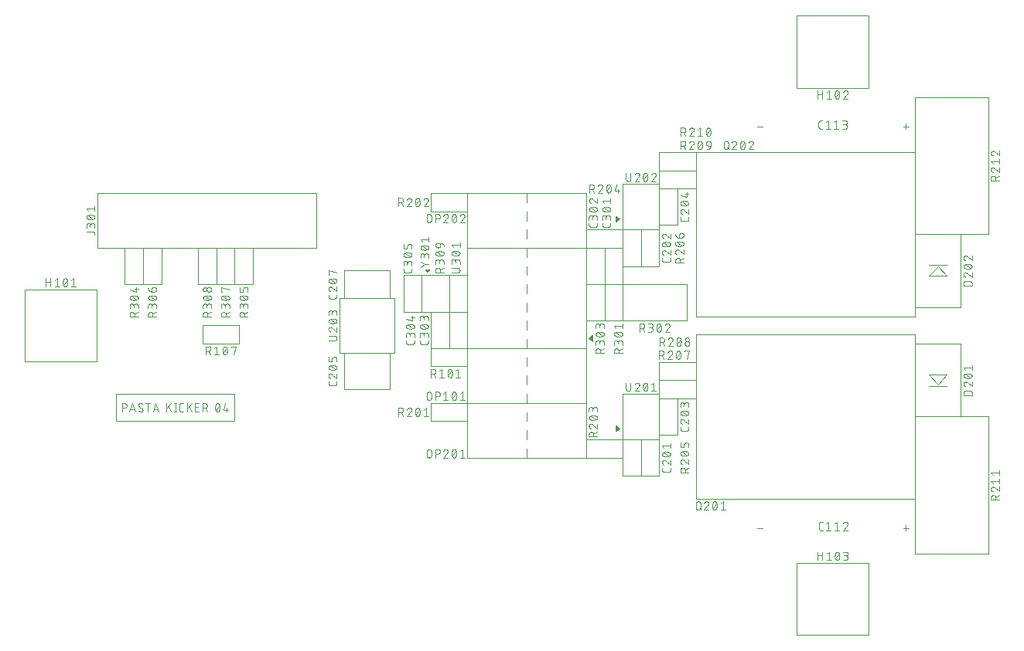
<source format=gbr>
G04 EAGLE Gerber RS-274X export*
G75*
%MOMM*%
%FSLAX34Y34*%
%LPD*%
%INSilkscreen Top*%
%IPPOS*%
%AMOC8*
5,1,8,0,0,1.08239X$1,22.5*%
G01*
%ADD10C,0.100000*%
%ADD11C,0.101600*%

G36*
X383083Y113017D02*
X383083Y113017D01*
X383152Y113024D01*
X383184Y113041D01*
X383210Y113047D01*
X383243Y113072D01*
X383300Y113101D01*
X387300Y116101D01*
X387325Y116129D01*
X387353Y116148D01*
X387372Y116179D01*
X387409Y116214D01*
X387418Y116233D01*
X387432Y116249D01*
X387448Y116297D01*
X387460Y116316D01*
X387464Y116340D01*
X387488Y116396D01*
X387489Y116417D01*
X387495Y116438D01*
X387491Y116499D01*
X387493Y116512D01*
X387490Y116527D01*
X387490Y116595D01*
X387482Y116615D01*
X387480Y116636D01*
X387449Y116697D01*
X387447Y116705D01*
X387441Y116713D01*
X387414Y116779D01*
X387398Y116796D01*
X387389Y116813D01*
X387355Y116841D01*
X387300Y116899D01*
X383300Y119899D01*
X383237Y119929D01*
X383180Y119966D01*
X383148Y119971D01*
X383120Y119985D01*
X383051Y119988D01*
X382983Y119999D01*
X382953Y119992D01*
X382921Y119993D01*
X382857Y119969D01*
X382790Y119953D01*
X382765Y119934D01*
X382735Y119923D01*
X382685Y119876D01*
X382630Y119835D01*
X382614Y119808D01*
X382591Y119786D01*
X382563Y119723D01*
X382528Y119664D01*
X382523Y119629D01*
X382512Y119604D01*
X382511Y119562D01*
X382501Y119500D01*
X382501Y113500D01*
X382514Y113433D01*
X382520Y113364D01*
X382534Y113336D01*
X382540Y113305D01*
X382579Y113248D01*
X382611Y113187D01*
X382635Y113167D01*
X382653Y113141D01*
X382711Y113104D01*
X382764Y113060D01*
X382794Y113051D01*
X382820Y113034D01*
X382888Y113023D01*
X382954Y113003D01*
X382985Y113006D01*
X383017Y113001D01*
X383083Y113017D01*
G37*
G36*
X383083Y-116983D02*
X383083Y-116983D01*
X383152Y-116976D01*
X383184Y-116959D01*
X383210Y-116953D01*
X383243Y-116928D01*
X383300Y-116899D01*
X387300Y-113899D01*
X387325Y-113871D01*
X387353Y-113852D01*
X387372Y-113821D01*
X387409Y-113786D01*
X387418Y-113767D01*
X387432Y-113751D01*
X387448Y-113703D01*
X387460Y-113684D01*
X387464Y-113660D01*
X387488Y-113604D01*
X387489Y-113583D01*
X387495Y-113562D01*
X387491Y-113501D01*
X387493Y-113488D01*
X387490Y-113473D01*
X387490Y-113405D01*
X387482Y-113385D01*
X387480Y-113364D01*
X387449Y-113303D01*
X387447Y-113295D01*
X387441Y-113287D01*
X387414Y-113221D01*
X387398Y-113204D01*
X387389Y-113187D01*
X387355Y-113159D01*
X387300Y-113101D01*
X383300Y-110101D01*
X383237Y-110071D01*
X383180Y-110034D01*
X383148Y-110029D01*
X383120Y-110015D01*
X383051Y-110012D01*
X382983Y-110001D01*
X382953Y-110008D01*
X382921Y-110007D01*
X382857Y-110031D01*
X382790Y-110047D01*
X382765Y-110066D01*
X382735Y-110077D01*
X382685Y-110124D01*
X382630Y-110165D01*
X382614Y-110192D01*
X382591Y-110214D01*
X382563Y-110277D01*
X382528Y-110336D01*
X382523Y-110371D01*
X382512Y-110396D01*
X382511Y-110438D01*
X382501Y-110500D01*
X382501Y-116500D01*
X382514Y-116567D01*
X382520Y-116636D01*
X382534Y-116664D01*
X382540Y-116695D01*
X382579Y-116752D01*
X382611Y-116813D01*
X382635Y-116833D01*
X382653Y-116859D01*
X382711Y-116896D01*
X382764Y-116940D01*
X382794Y-116949D01*
X382820Y-116966D01*
X382888Y-116977D01*
X382954Y-116997D01*
X382985Y-116994D01*
X383017Y-116999D01*
X383083Y-116983D01*
G37*
G36*
X357047Y-17992D02*
X357047Y-17992D01*
X357079Y-17993D01*
X357143Y-17969D01*
X357210Y-17953D01*
X357235Y-17934D01*
X357265Y-17923D01*
X357315Y-17876D01*
X357370Y-17835D01*
X357386Y-17808D01*
X357409Y-17786D01*
X357437Y-17723D01*
X357472Y-17664D01*
X357477Y-17629D01*
X357488Y-17604D01*
X357489Y-17562D01*
X357499Y-17500D01*
X357499Y-11500D01*
X357498Y-11496D01*
X357499Y-11492D01*
X357490Y-11457D01*
X357486Y-11433D01*
X357480Y-11364D01*
X357466Y-11336D01*
X357460Y-11305D01*
X357421Y-11248D01*
X357389Y-11187D01*
X357365Y-11167D01*
X357347Y-11141D01*
X357289Y-11104D01*
X357236Y-11060D01*
X357206Y-11051D01*
X357180Y-11034D01*
X357112Y-11023D01*
X357046Y-11003D01*
X357015Y-11006D01*
X356983Y-11001D01*
X356917Y-11017D01*
X356848Y-11024D01*
X356816Y-11041D01*
X356790Y-11047D01*
X356757Y-11072D01*
X356700Y-11101D01*
X352700Y-14101D01*
X352654Y-14153D01*
X352647Y-14157D01*
X352642Y-14165D01*
X352591Y-14214D01*
X352582Y-14233D01*
X352568Y-14249D01*
X352546Y-14316D01*
X352540Y-14325D01*
X352539Y-14334D01*
X352512Y-14396D01*
X352511Y-14417D01*
X352505Y-14438D01*
X352510Y-14505D01*
X352507Y-14521D01*
X352510Y-14535D01*
X352510Y-14595D01*
X352518Y-14615D01*
X352520Y-14636D01*
X352547Y-14689D01*
X352553Y-14714D01*
X352567Y-14734D01*
X352586Y-14779D01*
X352602Y-14796D01*
X352611Y-14813D01*
X352645Y-14841D01*
X352651Y-14847D01*
X352671Y-14875D01*
X352685Y-14883D01*
X352700Y-14899D01*
X356700Y-17899D01*
X356763Y-17929D01*
X356820Y-17966D01*
X356852Y-17971D01*
X356880Y-17985D01*
X356949Y-17988D01*
X357017Y-17999D01*
X357047Y-17992D01*
G37*
G36*
X176516Y57511D02*
X176516Y57511D01*
X176609Y57513D01*
X176615Y57516D01*
X176622Y57516D01*
X176706Y57556D01*
X176791Y57594D01*
X176795Y57599D01*
X176801Y57602D01*
X176915Y57723D01*
X178915Y60723D01*
X178936Y60774D01*
X178966Y60820D01*
X178973Y60865D01*
X178991Y60907D01*
X178990Y60962D01*
X178999Y61017D01*
X178988Y61061D01*
X178988Y61106D01*
X178966Y61157D01*
X178953Y61210D01*
X178926Y61246D01*
X178908Y61288D01*
X178868Y61326D01*
X178835Y61370D01*
X178796Y61393D01*
X178763Y61424D01*
X178711Y61443D01*
X178664Y61472D01*
X178612Y61480D01*
X178577Y61493D01*
X178544Y61492D01*
X178500Y61499D01*
X174500Y61499D01*
X174446Y61488D01*
X174391Y61487D01*
X174350Y61469D01*
X174305Y61460D01*
X174260Y61428D01*
X174209Y61406D01*
X174179Y61373D01*
X174141Y61347D01*
X174112Y61301D01*
X174074Y61260D01*
X174059Y61218D01*
X174034Y61180D01*
X174025Y61125D01*
X174006Y61074D01*
X174009Y61028D01*
X174001Y60983D01*
X174014Y60930D01*
X174017Y60875D01*
X174038Y60826D01*
X174047Y60790D01*
X174050Y60786D01*
X174067Y60763D01*
X174085Y60723D01*
X176085Y57723D01*
X176089Y57718D01*
X176092Y57712D01*
X176160Y57648D01*
X176226Y57583D01*
X176232Y57580D01*
X176237Y57576D01*
X176324Y57543D01*
X176410Y57509D01*
X176417Y57509D01*
X176423Y57507D01*
X176516Y57511D01*
G37*
D10*
X285000Y-145000D02*
X285000Y-135000D01*
X285000Y-125000D02*
X285000Y-115000D01*
X285000Y-105000D02*
X285000Y-95000D01*
X285000Y-85000D02*
X285000Y-75000D01*
X285000Y-65000D02*
X285000Y-55000D01*
X285000Y-45000D02*
X285000Y-35000D01*
X285000Y-25000D02*
X285000Y-15000D01*
X285000Y-5000D02*
X285000Y5000D01*
X285000Y15000D02*
X285000Y25000D01*
X285000Y35000D02*
X285000Y45000D01*
X285000Y55000D02*
X285000Y65000D01*
X285000Y75000D02*
X285000Y85000D01*
X285000Y95000D02*
X285000Y105000D01*
X285000Y115000D02*
X285000Y125000D01*
X285000Y135000D02*
X285000Y145000D01*
D11*
X-158090Y-85428D02*
X-158090Y-94572D01*
X-158090Y-85428D02*
X-155550Y-85428D01*
X-155450Y-85430D01*
X-155351Y-85436D01*
X-155251Y-85446D01*
X-155153Y-85459D01*
X-155054Y-85477D01*
X-154957Y-85498D01*
X-154861Y-85523D01*
X-154765Y-85552D01*
X-154671Y-85585D01*
X-154578Y-85621D01*
X-154487Y-85661D01*
X-154397Y-85705D01*
X-154309Y-85752D01*
X-154223Y-85802D01*
X-154139Y-85856D01*
X-154057Y-85913D01*
X-153978Y-85973D01*
X-153900Y-86037D01*
X-153826Y-86103D01*
X-153754Y-86172D01*
X-153685Y-86244D01*
X-153619Y-86318D01*
X-153555Y-86396D01*
X-153495Y-86475D01*
X-153438Y-86557D01*
X-153384Y-86641D01*
X-153334Y-86727D01*
X-153287Y-86815D01*
X-153243Y-86905D01*
X-153203Y-86996D01*
X-153167Y-87089D01*
X-153134Y-87183D01*
X-153105Y-87279D01*
X-153080Y-87375D01*
X-153059Y-87472D01*
X-153041Y-87571D01*
X-153028Y-87669D01*
X-153018Y-87769D01*
X-153012Y-87868D01*
X-153010Y-87968D01*
X-153012Y-88068D01*
X-153018Y-88167D01*
X-153028Y-88267D01*
X-153041Y-88365D01*
X-153059Y-88464D01*
X-153080Y-88561D01*
X-153105Y-88657D01*
X-153134Y-88753D01*
X-153167Y-88847D01*
X-153203Y-88940D01*
X-153243Y-89031D01*
X-153287Y-89121D01*
X-153334Y-89209D01*
X-153384Y-89295D01*
X-153438Y-89379D01*
X-153495Y-89461D01*
X-153555Y-89540D01*
X-153619Y-89618D01*
X-153685Y-89692D01*
X-153754Y-89764D01*
X-153826Y-89833D01*
X-153900Y-89899D01*
X-153978Y-89963D01*
X-154057Y-90023D01*
X-154139Y-90080D01*
X-154223Y-90134D01*
X-154309Y-90184D01*
X-154397Y-90231D01*
X-154487Y-90275D01*
X-154578Y-90315D01*
X-154671Y-90351D01*
X-154765Y-90384D01*
X-154861Y-90413D01*
X-154957Y-90438D01*
X-155054Y-90459D01*
X-155153Y-90477D01*
X-155251Y-90490D01*
X-155351Y-90500D01*
X-155450Y-90506D01*
X-155550Y-90508D01*
X-158090Y-90508D01*
X-149911Y-94572D02*
X-146863Y-85428D01*
X-143815Y-94572D01*
X-144577Y-92286D02*
X-149149Y-92286D01*
X-137516Y-94572D02*
X-137427Y-94570D01*
X-137339Y-94564D01*
X-137251Y-94555D01*
X-137163Y-94541D01*
X-137076Y-94524D01*
X-136990Y-94503D01*
X-136905Y-94478D01*
X-136821Y-94449D01*
X-136738Y-94417D01*
X-136657Y-94382D01*
X-136578Y-94342D01*
X-136500Y-94300D01*
X-136424Y-94254D01*
X-136350Y-94205D01*
X-136279Y-94152D01*
X-136210Y-94097D01*
X-136143Y-94038D01*
X-136079Y-93977D01*
X-136018Y-93913D01*
X-135959Y-93846D01*
X-135904Y-93777D01*
X-135851Y-93706D01*
X-135802Y-93632D01*
X-135756Y-93556D01*
X-135714Y-93478D01*
X-135674Y-93399D01*
X-135639Y-93318D01*
X-135607Y-93235D01*
X-135578Y-93151D01*
X-135553Y-93066D01*
X-135532Y-92980D01*
X-135515Y-92893D01*
X-135501Y-92805D01*
X-135492Y-92717D01*
X-135486Y-92629D01*
X-135484Y-92540D01*
X-137516Y-94572D02*
X-137646Y-94570D01*
X-137777Y-94564D01*
X-137907Y-94554D01*
X-138036Y-94540D01*
X-138165Y-94523D01*
X-138294Y-94501D01*
X-138422Y-94475D01*
X-138549Y-94446D01*
X-138675Y-94413D01*
X-138800Y-94376D01*
X-138924Y-94335D01*
X-139046Y-94290D01*
X-139167Y-94242D01*
X-139287Y-94190D01*
X-139405Y-94134D01*
X-139521Y-94075D01*
X-139635Y-94012D01*
X-139748Y-93946D01*
X-139858Y-93877D01*
X-139966Y-93804D01*
X-140072Y-93728D01*
X-140176Y-93649D01*
X-140277Y-93567D01*
X-140375Y-93481D01*
X-140471Y-93393D01*
X-140564Y-93302D01*
X-140310Y-87460D02*
X-140308Y-87371D01*
X-140302Y-87283D01*
X-140293Y-87195D01*
X-140279Y-87107D01*
X-140262Y-87020D01*
X-140241Y-86934D01*
X-140216Y-86849D01*
X-140187Y-86765D01*
X-140155Y-86682D01*
X-140120Y-86601D01*
X-140080Y-86522D01*
X-140038Y-86444D01*
X-139992Y-86368D01*
X-139943Y-86294D01*
X-139890Y-86223D01*
X-139835Y-86154D01*
X-139776Y-86087D01*
X-139715Y-86023D01*
X-139651Y-85962D01*
X-139584Y-85903D01*
X-139515Y-85848D01*
X-139444Y-85795D01*
X-139370Y-85746D01*
X-139294Y-85700D01*
X-139216Y-85658D01*
X-139137Y-85618D01*
X-139056Y-85583D01*
X-138973Y-85551D01*
X-138889Y-85522D01*
X-138804Y-85497D01*
X-138718Y-85476D01*
X-138631Y-85459D01*
X-138543Y-85445D01*
X-138455Y-85436D01*
X-138367Y-85430D01*
X-138278Y-85428D01*
X-138155Y-85430D01*
X-138033Y-85436D01*
X-137911Y-85446D01*
X-137789Y-85460D01*
X-137668Y-85477D01*
X-137547Y-85499D01*
X-137427Y-85524D01*
X-137308Y-85554D01*
X-137190Y-85587D01*
X-137073Y-85624D01*
X-136958Y-85664D01*
X-136843Y-85708D01*
X-136730Y-85756D01*
X-136619Y-85808D01*
X-136510Y-85863D01*
X-136402Y-85922D01*
X-136296Y-85984D01*
X-136193Y-86049D01*
X-136091Y-86118D01*
X-135992Y-86190D01*
X-139294Y-89238D02*
X-139370Y-89191D01*
X-139444Y-89141D01*
X-139515Y-89088D01*
X-139584Y-89031D01*
X-139651Y-88972D01*
X-139715Y-88910D01*
X-139777Y-88845D01*
X-139835Y-88777D01*
X-139890Y-88707D01*
X-139943Y-88635D01*
X-139992Y-88561D01*
X-140038Y-88484D01*
X-140081Y-88406D01*
X-140120Y-88325D01*
X-140156Y-88243D01*
X-140188Y-88160D01*
X-140216Y-88076D01*
X-140241Y-87990D01*
X-140262Y-87903D01*
X-140279Y-87815D01*
X-140293Y-87727D01*
X-140302Y-87638D01*
X-140308Y-87549D01*
X-140310Y-87460D01*
X-136499Y-90762D02*
X-136423Y-90809D01*
X-136349Y-90859D01*
X-136278Y-90912D01*
X-136209Y-90969D01*
X-136142Y-91028D01*
X-136078Y-91090D01*
X-136016Y-91155D01*
X-135958Y-91223D01*
X-135903Y-91293D01*
X-135850Y-91365D01*
X-135801Y-91439D01*
X-135755Y-91516D01*
X-135712Y-91594D01*
X-135673Y-91675D01*
X-135637Y-91757D01*
X-135605Y-91840D01*
X-135577Y-91924D01*
X-135552Y-92010D01*
X-135531Y-92097D01*
X-135514Y-92185D01*
X-135500Y-92273D01*
X-135491Y-92362D01*
X-135485Y-92451D01*
X-135483Y-92540D01*
X-136500Y-90762D02*
X-139294Y-89238D01*
X-129794Y-85428D02*
X-129794Y-94572D01*
X-132334Y-85428D02*
X-127254Y-85428D01*
X-121260Y-85428D02*
X-124308Y-94572D01*
X-118212Y-94572D02*
X-121260Y-85428D01*
X-118974Y-92286D02*
X-123546Y-92286D01*
X-109322Y-94572D02*
X-109322Y-85428D01*
X-104242Y-85428D02*
X-109322Y-91016D01*
X-107290Y-88984D02*
X-104242Y-94572D01*
X-99924Y-94572D02*
X-99924Y-85428D01*
X-100940Y-94572D02*
X-98908Y-94572D01*
X-98908Y-85428D02*
X-100940Y-85428D01*
X-93147Y-94572D02*
X-91115Y-94572D01*
X-93147Y-94572D02*
X-93236Y-94570D01*
X-93324Y-94564D01*
X-93412Y-94555D01*
X-93500Y-94541D01*
X-93587Y-94524D01*
X-93673Y-94503D01*
X-93758Y-94478D01*
X-93842Y-94449D01*
X-93925Y-94417D01*
X-94006Y-94382D01*
X-94085Y-94342D01*
X-94163Y-94300D01*
X-94239Y-94254D01*
X-94313Y-94205D01*
X-94384Y-94152D01*
X-94453Y-94097D01*
X-94520Y-94038D01*
X-94584Y-93977D01*
X-94645Y-93913D01*
X-94704Y-93846D01*
X-94759Y-93777D01*
X-94812Y-93706D01*
X-94861Y-93632D01*
X-94907Y-93556D01*
X-94949Y-93478D01*
X-94989Y-93399D01*
X-95024Y-93318D01*
X-95056Y-93235D01*
X-95085Y-93151D01*
X-95110Y-93066D01*
X-95131Y-92980D01*
X-95148Y-92893D01*
X-95162Y-92805D01*
X-95171Y-92717D01*
X-95177Y-92629D01*
X-95179Y-92540D01*
X-95179Y-87460D01*
X-95177Y-87371D01*
X-95171Y-87283D01*
X-95162Y-87195D01*
X-95148Y-87107D01*
X-95131Y-87020D01*
X-95110Y-86934D01*
X-95085Y-86849D01*
X-95056Y-86765D01*
X-95024Y-86682D01*
X-94989Y-86601D01*
X-94949Y-86522D01*
X-94907Y-86444D01*
X-94861Y-86368D01*
X-94812Y-86294D01*
X-94759Y-86223D01*
X-94704Y-86154D01*
X-94645Y-86087D01*
X-94584Y-86023D01*
X-94520Y-85962D01*
X-94453Y-85903D01*
X-94384Y-85848D01*
X-94313Y-85795D01*
X-94239Y-85746D01*
X-94163Y-85700D01*
X-94085Y-85658D01*
X-94006Y-85618D01*
X-93925Y-85583D01*
X-93842Y-85551D01*
X-93758Y-85522D01*
X-93673Y-85497D01*
X-93587Y-85476D01*
X-93500Y-85459D01*
X-93412Y-85445D01*
X-93324Y-85436D01*
X-93236Y-85430D01*
X-93147Y-85428D01*
X-91115Y-85428D01*
X-87072Y-85428D02*
X-87072Y-94572D01*
X-87072Y-91016D02*
X-81992Y-85428D01*
X-85040Y-88984D02*
X-81992Y-94572D01*
X-78060Y-94572D02*
X-73996Y-94572D01*
X-78060Y-94572D02*
X-78060Y-85428D01*
X-73996Y-85428D01*
X-75012Y-89492D02*
X-78060Y-89492D01*
X-70089Y-85428D02*
X-70089Y-94572D01*
X-70089Y-85428D02*
X-67549Y-85428D01*
X-67449Y-85430D01*
X-67350Y-85436D01*
X-67250Y-85446D01*
X-67152Y-85459D01*
X-67053Y-85477D01*
X-66956Y-85498D01*
X-66860Y-85523D01*
X-66764Y-85552D01*
X-66670Y-85585D01*
X-66577Y-85621D01*
X-66486Y-85661D01*
X-66396Y-85705D01*
X-66308Y-85752D01*
X-66222Y-85802D01*
X-66138Y-85856D01*
X-66056Y-85913D01*
X-65977Y-85973D01*
X-65899Y-86037D01*
X-65825Y-86103D01*
X-65753Y-86172D01*
X-65684Y-86244D01*
X-65618Y-86318D01*
X-65554Y-86396D01*
X-65494Y-86475D01*
X-65437Y-86557D01*
X-65383Y-86641D01*
X-65333Y-86727D01*
X-65286Y-86815D01*
X-65242Y-86905D01*
X-65202Y-86996D01*
X-65166Y-87089D01*
X-65133Y-87183D01*
X-65104Y-87279D01*
X-65079Y-87375D01*
X-65058Y-87472D01*
X-65040Y-87571D01*
X-65027Y-87669D01*
X-65017Y-87769D01*
X-65011Y-87868D01*
X-65009Y-87968D01*
X-65011Y-88068D01*
X-65017Y-88167D01*
X-65027Y-88267D01*
X-65040Y-88365D01*
X-65058Y-88464D01*
X-65079Y-88561D01*
X-65104Y-88657D01*
X-65133Y-88753D01*
X-65166Y-88847D01*
X-65202Y-88940D01*
X-65242Y-89031D01*
X-65286Y-89121D01*
X-65333Y-89209D01*
X-65383Y-89295D01*
X-65437Y-89379D01*
X-65494Y-89461D01*
X-65554Y-89540D01*
X-65618Y-89618D01*
X-65684Y-89692D01*
X-65753Y-89764D01*
X-65825Y-89833D01*
X-65899Y-89899D01*
X-65977Y-89963D01*
X-66056Y-90023D01*
X-66138Y-90080D01*
X-66222Y-90134D01*
X-66308Y-90184D01*
X-66396Y-90231D01*
X-66486Y-90275D01*
X-66577Y-90315D01*
X-66670Y-90351D01*
X-66764Y-90384D01*
X-66860Y-90413D01*
X-66956Y-90438D01*
X-67053Y-90459D01*
X-67152Y-90477D01*
X-67250Y-90490D01*
X-67350Y-90500D01*
X-67449Y-90506D01*
X-67549Y-90508D01*
X-70089Y-90508D01*
X-67041Y-90508D02*
X-65009Y-94572D01*
X-56134Y-90000D02*
X-56132Y-89820D01*
X-56125Y-89640D01*
X-56115Y-89461D01*
X-56100Y-89282D01*
X-56080Y-89103D01*
X-56057Y-88924D01*
X-56029Y-88747D01*
X-55997Y-88570D01*
X-55961Y-88393D01*
X-55920Y-88218D01*
X-55876Y-88044D01*
X-55827Y-87871D01*
X-55774Y-87699D01*
X-55717Y-87528D01*
X-55656Y-87359D01*
X-55591Y-87191D01*
X-55522Y-87025D01*
X-55449Y-86861D01*
X-55372Y-86698D01*
X-55344Y-86620D01*
X-55311Y-86543D01*
X-55276Y-86468D01*
X-55237Y-86394D01*
X-55195Y-86322D01*
X-55150Y-86253D01*
X-55101Y-86185D01*
X-55050Y-86119D01*
X-54996Y-86056D01*
X-54939Y-85995D01*
X-54880Y-85936D01*
X-54818Y-85881D01*
X-54753Y-85828D01*
X-54687Y-85778D01*
X-54618Y-85731D01*
X-54547Y-85687D01*
X-54474Y-85647D01*
X-54400Y-85610D01*
X-54324Y-85575D01*
X-54246Y-85545D01*
X-54168Y-85518D01*
X-54088Y-85494D01*
X-54007Y-85474D01*
X-53925Y-85457D01*
X-53843Y-85445D01*
X-53760Y-85435D01*
X-53677Y-85430D01*
X-53594Y-85428D01*
X-53511Y-85430D01*
X-53428Y-85435D01*
X-53345Y-85445D01*
X-53263Y-85457D01*
X-53181Y-85474D01*
X-53100Y-85494D01*
X-53020Y-85518D01*
X-52942Y-85545D01*
X-52864Y-85575D01*
X-52788Y-85610D01*
X-52714Y-85647D01*
X-52641Y-85687D01*
X-52570Y-85731D01*
X-52501Y-85778D01*
X-52435Y-85828D01*
X-52370Y-85881D01*
X-52308Y-85936D01*
X-52249Y-85995D01*
X-52192Y-86056D01*
X-52138Y-86119D01*
X-52087Y-86185D01*
X-52038Y-86253D01*
X-51993Y-86322D01*
X-51951Y-86394D01*
X-51912Y-86468D01*
X-51877Y-86543D01*
X-51844Y-86620D01*
X-51816Y-86698D01*
X-51817Y-86698D02*
X-51740Y-86861D01*
X-51667Y-87025D01*
X-51598Y-87191D01*
X-51533Y-87359D01*
X-51472Y-87528D01*
X-51415Y-87699D01*
X-51362Y-87871D01*
X-51313Y-88044D01*
X-51269Y-88218D01*
X-51228Y-88393D01*
X-51192Y-88570D01*
X-51160Y-88747D01*
X-51132Y-88924D01*
X-51109Y-89103D01*
X-51089Y-89282D01*
X-51074Y-89461D01*
X-51064Y-89640D01*
X-51057Y-89820D01*
X-51055Y-90000D01*
X-56134Y-90000D02*
X-56132Y-90180D01*
X-56125Y-90360D01*
X-56115Y-90539D01*
X-56100Y-90718D01*
X-56080Y-90897D01*
X-56057Y-91076D01*
X-56029Y-91253D01*
X-55997Y-91430D01*
X-55961Y-91607D01*
X-55920Y-91782D01*
X-55876Y-91956D01*
X-55827Y-92129D01*
X-55774Y-92301D01*
X-55717Y-92472D01*
X-55656Y-92641D01*
X-55591Y-92809D01*
X-55522Y-92975D01*
X-55449Y-93139D01*
X-55372Y-93302D01*
X-55344Y-93380D01*
X-55311Y-93457D01*
X-55276Y-93532D01*
X-55237Y-93606D01*
X-55195Y-93678D01*
X-55150Y-93747D01*
X-55101Y-93815D01*
X-55050Y-93881D01*
X-54996Y-93944D01*
X-54939Y-94005D01*
X-54880Y-94064D01*
X-54818Y-94119D01*
X-54753Y-94172D01*
X-54687Y-94222D01*
X-54618Y-94269D01*
X-54547Y-94313D01*
X-54474Y-94353D01*
X-54400Y-94390D01*
X-54324Y-94425D01*
X-54246Y-94455D01*
X-54168Y-94482D01*
X-54088Y-94506D01*
X-54007Y-94526D01*
X-53925Y-94543D01*
X-53843Y-94555D01*
X-53760Y-94565D01*
X-53677Y-94570D01*
X-53594Y-94572D01*
X-51817Y-93302D02*
X-51740Y-93139D01*
X-51667Y-92975D01*
X-51598Y-92809D01*
X-51533Y-92641D01*
X-51472Y-92472D01*
X-51415Y-92301D01*
X-51362Y-92129D01*
X-51313Y-91956D01*
X-51269Y-91782D01*
X-51228Y-91607D01*
X-51192Y-91430D01*
X-51160Y-91253D01*
X-51132Y-91076D01*
X-51109Y-90897D01*
X-51089Y-90718D01*
X-51074Y-90539D01*
X-51064Y-90360D01*
X-51057Y-90180D01*
X-51055Y-90000D01*
X-51816Y-93302D02*
X-51844Y-93380D01*
X-51877Y-93457D01*
X-51912Y-93532D01*
X-51951Y-93606D01*
X-51993Y-93678D01*
X-52038Y-93747D01*
X-52087Y-93815D01*
X-52138Y-93881D01*
X-52192Y-93944D01*
X-52249Y-94005D01*
X-52308Y-94064D01*
X-52370Y-94119D01*
X-52435Y-94172D01*
X-52501Y-94222D01*
X-52570Y-94269D01*
X-52641Y-94313D01*
X-52714Y-94353D01*
X-52788Y-94390D01*
X-52864Y-94425D01*
X-52942Y-94455D01*
X-53020Y-94482D01*
X-53100Y-94506D01*
X-53181Y-94526D01*
X-53263Y-94543D01*
X-53345Y-94555D01*
X-53428Y-94565D01*
X-53511Y-94570D01*
X-53594Y-94572D01*
X-55626Y-92540D02*
X-51562Y-87460D01*
X-46990Y-92540D02*
X-44958Y-85428D01*
X-46990Y-92540D02*
X-41910Y-92540D01*
X-43434Y-90508D02*
X-43434Y-94572D01*
D10*
X-35000Y-75000D02*
X-165000Y-75000D01*
X-35000Y-75000D02*
X-35000Y-105000D01*
X-165000Y-105000D01*
X-165000Y-75000D01*
D11*
X696952Y-222016D02*
X703048Y-222016D01*
X700000Y-225064D02*
X700000Y-218968D01*
X543048Y-222016D02*
X536952Y-222016D01*
X607023Y-224572D02*
X609055Y-224572D01*
X607023Y-224572D02*
X606934Y-224570D01*
X606846Y-224564D01*
X606758Y-224555D01*
X606670Y-224541D01*
X606583Y-224524D01*
X606497Y-224503D01*
X606412Y-224478D01*
X606328Y-224449D01*
X606245Y-224417D01*
X606164Y-224382D01*
X606085Y-224342D01*
X606007Y-224300D01*
X605931Y-224254D01*
X605857Y-224205D01*
X605786Y-224152D01*
X605717Y-224097D01*
X605650Y-224038D01*
X605586Y-223977D01*
X605525Y-223913D01*
X605466Y-223846D01*
X605411Y-223777D01*
X605358Y-223706D01*
X605309Y-223632D01*
X605263Y-223556D01*
X605221Y-223478D01*
X605181Y-223399D01*
X605146Y-223318D01*
X605114Y-223235D01*
X605085Y-223151D01*
X605060Y-223066D01*
X605039Y-222980D01*
X605022Y-222893D01*
X605008Y-222805D01*
X604999Y-222717D01*
X604993Y-222629D01*
X604991Y-222540D01*
X604991Y-217460D01*
X604993Y-217371D01*
X604999Y-217283D01*
X605008Y-217195D01*
X605022Y-217107D01*
X605039Y-217020D01*
X605060Y-216934D01*
X605085Y-216849D01*
X605114Y-216765D01*
X605146Y-216682D01*
X605181Y-216601D01*
X605221Y-216522D01*
X605263Y-216444D01*
X605309Y-216368D01*
X605358Y-216294D01*
X605411Y-216223D01*
X605466Y-216154D01*
X605525Y-216087D01*
X605586Y-216023D01*
X605650Y-215962D01*
X605717Y-215903D01*
X605786Y-215848D01*
X605857Y-215795D01*
X605931Y-215746D01*
X606007Y-215700D01*
X606085Y-215658D01*
X606164Y-215618D01*
X606245Y-215583D01*
X606328Y-215551D01*
X606412Y-215522D01*
X606497Y-215497D01*
X606583Y-215476D01*
X606670Y-215459D01*
X606758Y-215445D01*
X606846Y-215436D01*
X606934Y-215430D01*
X607023Y-215428D01*
X609055Y-215428D01*
X612641Y-217460D02*
X615181Y-215428D01*
X615181Y-224572D01*
X612641Y-224572D02*
X617721Y-224572D01*
X621785Y-217460D02*
X624325Y-215428D01*
X624325Y-224572D01*
X621785Y-224572D02*
X626865Y-224572D01*
X636009Y-217714D02*
X636007Y-217620D01*
X636001Y-217525D01*
X635991Y-217431D01*
X635978Y-217338D01*
X635960Y-217245D01*
X635939Y-217153D01*
X635914Y-217062D01*
X635885Y-216972D01*
X635853Y-216883D01*
X635816Y-216796D01*
X635777Y-216710D01*
X635733Y-216626D01*
X635687Y-216544D01*
X635637Y-216464D01*
X635583Y-216386D01*
X635527Y-216310D01*
X635467Y-216237D01*
X635405Y-216166D01*
X635339Y-216098D01*
X635271Y-216032D01*
X635200Y-215970D01*
X635127Y-215910D01*
X635051Y-215854D01*
X634973Y-215800D01*
X634893Y-215750D01*
X634811Y-215704D01*
X634727Y-215660D01*
X634641Y-215621D01*
X634554Y-215584D01*
X634465Y-215552D01*
X634375Y-215523D01*
X634284Y-215498D01*
X634192Y-215477D01*
X634099Y-215459D01*
X634006Y-215446D01*
X633912Y-215436D01*
X633817Y-215430D01*
X633723Y-215428D01*
X633617Y-215430D01*
X633512Y-215436D01*
X633407Y-215445D01*
X633302Y-215458D01*
X633198Y-215475D01*
X633095Y-215496D01*
X632992Y-215520D01*
X632890Y-215549D01*
X632790Y-215580D01*
X632690Y-215616D01*
X632592Y-215654D01*
X632496Y-215697D01*
X632400Y-215743D01*
X632307Y-215792D01*
X632216Y-215844D01*
X632126Y-215900D01*
X632038Y-215959D01*
X631953Y-216021D01*
X631870Y-216086D01*
X631789Y-216154D01*
X631711Y-216225D01*
X631636Y-216299D01*
X631563Y-216375D01*
X631493Y-216454D01*
X631426Y-216535D01*
X631361Y-216619D01*
X631300Y-216705D01*
X631242Y-216793D01*
X631187Y-216883D01*
X631136Y-216975D01*
X631087Y-217069D01*
X631042Y-217165D01*
X631001Y-217262D01*
X630963Y-217360D01*
X630929Y-217460D01*
X635247Y-219492D02*
X635314Y-219425D01*
X635379Y-219356D01*
X635441Y-219284D01*
X635500Y-219211D01*
X635556Y-219134D01*
X635610Y-219056D01*
X635660Y-218976D01*
X635707Y-218894D01*
X635751Y-218810D01*
X635791Y-218724D01*
X635829Y-218637D01*
X635863Y-218549D01*
X635893Y-218459D01*
X635920Y-218369D01*
X635944Y-218277D01*
X635964Y-218184D01*
X635980Y-218091D01*
X635993Y-217997D01*
X636002Y-217903D01*
X636007Y-217809D01*
X636009Y-217714D01*
X635247Y-219492D02*
X630929Y-224572D01*
X636009Y-224572D01*
X696952Y217984D02*
X703048Y217984D01*
X700000Y214936D02*
X700000Y221032D01*
X543048Y217984D02*
X536952Y217984D01*
X606523Y215428D02*
X608555Y215428D01*
X606523Y215428D02*
X606434Y215430D01*
X606346Y215436D01*
X606258Y215445D01*
X606170Y215459D01*
X606083Y215476D01*
X605997Y215497D01*
X605912Y215522D01*
X605828Y215551D01*
X605745Y215583D01*
X605664Y215618D01*
X605585Y215658D01*
X605507Y215700D01*
X605431Y215746D01*
X605357Y215795D01*
X605286Y215848D01*
X605217Y215903D01*
X605150Y215962D01*
X605086Y216023D01*
X605025Y216087D01*
X604966Y216154D01*
X604911Y216223D01*
X604858Y216294D01*
X604809Y216368D01*
X604763Y216444D01*
X604721Y216522D01*
X604681Y216601D01*
X604646Y216682D01*
X604614Y216765D01*
X604585Y216849D01*
X604560Y216934D01*
X604539Y217020D01*
X604522Y217107D01*
X604508Y217195D01*
X604499Y217283D01*
X604493Y217371D01*
X604491Y217460D01*
X604491Y222540D01*
X604493Y222629D01*
X604499Y222717D01*
X604508Y222805D01*
X604522Y222893D01*
X604539Y222980D01*
X604560Y223066D01*
X604585Y223151D01*
X604614Y223235D01*
X604646Y223318D01*
X604681Y223399D01*
X604721Y223478D01*
X604763Y223556D01*
X604809Y223632D01*
X604858Y223706D01*
X604911Y223777D01*
X604966Y223846D01*
X605025Y223913D01*
X605086Y223977D01*
X605150Y224038D01*
X605217Y224097D01*
X605286Y224152D01*
X605357Y224205D01*
X605431Y224254D01*
X605507Y224300D01*
X605585Y224342D01*
X605664Y224382D01*
X605745Y224417D01*
X605828Y224449D01*
X605912Y224478D01*
X605997Y224503D01*
X606083Y224524D01*
X606170Y224541D01*
X606258Y224555D01*
X606346Y224564D01*
X606434Y224570D01*
X606523Y224572D01*
X608555Y224572D01*
X612141Y222540D02*
X614681Y224572D01*
X614681Y215428D01*
X612141Y215428D02*
X617221Y215428D01*
X621285Y222540D02*
X623825Y224572D01*
X623825Y215428D01*
X621285Y215428D02*
X626365Y215428D01*
X630429Y215428D02*
X632969Y215428D01*
X633069Y215430D01*
X633168Y215436D01*
X633268Y215446D01*
X633366Y215459D01*
X633465Y215477D01*
X633562Y215498D01*
X633658Y215523D01*
X633754Y215552D01*
X633848Y215585D01*
X633941Y215621D01*
X634032Y215661D01*
X634122Y215705D01*
X634210Y215752D01*
X634296Y215802D01*
X634380Y215856D01*
X634462Y215913D01*
X634541Y215973D01*
X634619Y216037D01*
X634693Y216103D01*
X634765Y216172D01*
X634834Y216244D01*
X634900Y216318D01*
X634964Y216396D01*
X635024Y216475D01*
X635081Y216557D01*
X635135Y216641D01*
X635185Y216727D01*
X635232Y216815D01*
X635276Y216905D01*
X635316Y216996D01*
X635352Y217089D01*
X635385Y217183D01*
X635414Y217279D01*
X635439Y217375D01*
X635460Y217472D01*
X635478Y217571D01*
X635491Y217669D01*
X635501Y217769D01*
X635507Y217868D01*
X635509Y217968D01*
X635507Y218068D01*
X635501Y218167D01*
X635491Y218267D01*
X635478Y218365D01*
X635460Y218464D01*
X635439Y218561D01*
X635414Y218657D01*
X635385Y218753D01*
X635352Y218847D01*
X635316Y218940D01*
X635276Y219031D01*
X635232Y219121D01*
X635185Y219209D01*
X635135Y219295D01*
X635081Y219379D01*
X635024Y219461D01*
X634964Y219540D01*
X634900Y219618D01*
X634834Y219692D01*
X634765Y219764D01*
X634693Y219833D01*
X634619Y219899D01*
X634541Y219963D01*
X634462Y220023D01*
X634380Y220080D01*
X634296Y220134D01*
X634210Y220184D01*
X634122Y220231D01*
X634032Y220275D01*
X633941Y220315D01*
X633848Y220351D01*
X633754Y220384D01*
X633658Y220413D01*
X633562Y220438D01*
X633465Y220459D01*
X633366Y220477D01*
X633268Y220490D01*
X633168Y220500D01*
X633069Y220506D01*
X632969Y220508D01*
X633477Y224572D02*
X630429Y224572D01*
X633477Y224572D02*
X633566Y224570D01*
X633654Y224564D01*
X633742Y224555D01*
X633830Y224541D01*
X633917Y224524D01*
X634003Y224503D01*
X634088Y224478D01*
X634172Y224449D01*
X634255Y224417D01*
X634336Y224382D01*
X634415Y224342D01*
X634493Y224300D01*
X634569Y224254D01*
X634643Y224205D01*
X634714Y224152D01*
X634783Y224097D01*
X634850Y224038D01*
X634914Y223977D01*
X634975Y223913D01*
X635034Y223846D01*
X635089Y223777D01*
X635142Y223706D01*
X635191Y223632D01*
X635237Y223556D01*
X635279Y223478D01*
X635319Y223399D01*
X635354Y223318D01*
X635386Y223235D01*
X635415Y223151D01*
X635440Y223066D01*
X635461Y222980D01*
X635478Y222893D01*
X635492Y222805D01*
X635501Y222717D01*
X635507Y222629D01*
X635509Y222540D01*
X635507Y222451D01*
X635501Y222363D01*
X635492Y222275D01*
X635478Y222187D01*
X635461Y222100D01*
X635440Y222014D01*
X635415Y221929D01*
X635386Y221845D01*
X635354Y221762D01*
X635319Y221681D01*
X635279Y221602D01*
X635237Y221524D01*
X635191Y221448D01*
X635142Y221374D01*
X635089Y221303D01*
X635034Y221234D01*
X634975Y221167D01*
X634914Y221103D01*
X634850Y221042D01*
X634783Y220983D01*
X634714Y220928D01*
X634643Y220875D01*
X634569Y220826D01*
X634493Y220780D01*
X634415Y220738D01*
X634336Y220698D01*
X634255Y220663D01*
X634172Y220631D01*
X634088Y220602D01*
X634003Y220577D01*
X633917Y220556D01*
X633830Y220539D01*
X633742Y220525D01*
X633654Y220516D01*
X633566Y220510D01*
X633477Y220508D01*
X631445Y220508D01*
D10*
X-30000Y-20000D02*
X-70000Y-20000D01*
X-70000Y0D01*
X-30000Y0D01*
X-30000Y-20000D01*
D11*
X-66223Y-23008D02*
X-66223Y-32152D01*
X-66223Y-23008D02*
X-63683Y-23008D01*
X-63583Y-23010D01*
X-63484Y-23016D01*
X-63384Y-23026D01*
X-63286Y-23039D01*
X-63187Y-23057D01*
X-63090Y-23078D01*
X-62994Y-23103D01*
X-62898Y-23132D01*
X-62804Y-23165D01*
X-62711Y-23201D01*
X-62620Y-23241D01*
X-62530Y-23285D01*
X-62442Y-23332D01*
X-62356Y-23382D01*
X-62272Y-23436D01*
X-62190Y-23493D01*
X-62111Y-23553D01*
X-62033Y-23617D01*
X-61959Y-23683D01*
X-61887Y-23752D01*
X-61818Y-23824D01*
X-61752Y-23898D01*
X-61688Y-23976D01*
X-61628Y-24055D01*
X-61571Y-24137D01*
X-61517Y-24221D01*
X-61467Y-24307D01*
X-61420Y-24395D01*
X-61376Y-24485D01*
X-61336Y-24576D01*
X-61300Y-24669D01*
X-61267Y-24763D01*
X-61238Y-24859D01*
X-61213Y-24955D01*
X-61192Y-25052D01*
X-61174Y-25151D01*
X-61161Y-25249D01*
X-61151Y-25349D01*
X-61145Y-25448D01*
X-61143Y-25548D01*
X-61145Y-25648D01*
X-61151Y-25747D01*
X-61161Y-25847D01*
X-61174Y-25945D01*
X-61192Y-26044D01*
X-61213Y-26141D01*
X-61238Y-26237D01*
X-61267Y-26333D01*
X-61300Y-26427D01*
X-61336Y-26520D01*
X-61376Y-26611D01*
X-61420Y-26701D01*
X-61467Y-26789D01*
X-61517Y-26875D01*
X-61571Y-26959D01*
X-61628Y-27041D01*
X-61688Y-27120D01*
X-61752Y-27198D01*
X-61818Y-27272D01*
X-61887Y-27344D01*
X-61959Y-27413D01*
X-62033Y-27479D01*
X-62111Y-27543D01*
X-62190Y-27603D01*
X-62272Y-27660D01*
X-62356Y-27714D01*
X-62442Y-27764D01*
X-62530Y-27811D01*
X-62620Y-27855D01*
X-62711Y-27895D01*
X-62804Y-27931D01*
X-62898Y-27964D01*
X-62994Y-27993D01*
X-63090Y-28018D01*
X-63187Y-28039D01*
X-63286Y-28057D01*
X-63384Y-28070D01*
X-63484Y-28080D01*
X-63583Y-28086D01*
X-63683Y-28088D01*
X-66223Y-28088D01*
X-63175Y-28088D02*
X-61143Y-32152D01*
X-57145Y-25040D02*
X-54605Y-23008D01*
X-54605Y-32152D01*
X-57145Y-32152D02*
X-52065Y-32152D01*
X-48001Y-27580D02*
X-47999Y-27400D01*
X-47992Y-27220D01*
X-47982Y-27041D01*
X-47967Y-26862D01*
X-47947Y-26683D01*
X-47924Y-26504D01*
X-47896Y-26327D01*
X-47864Y-26150D01*
X-47828Y-25973D01*
X-47787Y-25798D01*
X-47743Y-25624D01*
X-47694Y-25451D01*
X-47641Y-25279D01*
X-47584Y-25108D01*
X-47523Y-24939D01*
X-47458Y-24771D01*
X-47389Y-24605D01*
X-47316Y-24441D01*
X-47239Y-24278D01*
X-47211Y-24200D01*
X-47178Y-24123D01*
X-47143Y-24048D01*
X-47104Y-23974D01*
X-47062Y-23902D01*
X-47017Y-23833D01*
X-46968Y-23765D01*
X-46917Y-23699D01*
X-46863Y-23636D01*
X-46806Y-23575D01*
X-46747Y-23516D01*
X-46685Y-23461D01*
X-46620Y-23408D01*
X-46554Y-23358D01*
X-46485Y-23311D01*
X-46414Y-23267D01*
X-46341Y-23227D01*
X-46267Y-23190D01*
X-46191Y-23155D01*
X-46113Y-23125D01*
X-46035Y-23098D01*
X-45955Y-23074D01*
X-45874Y-23054D01*
X-45792Y-23037D01*
X-45710Y-23025D01*
X-45627Y-23015D01*
X-45544Y-23010D01*
X-45461Y-23008D01*
X-45378Y-23010D01*
X-45295Y-23015D01*
X-45212Y-23025D01*
X-45130Y-23037D01*
X-45048Y-23054D01*
X-44967Y-23074D01*
X-44887Y-23098D01*
X-44809Y-23125D01*
X-44731Y-23155D01*
X-44655Y-23190D01*
X-44581Y-23227D01*
X-44508Y-23267D01*
X-44437Y-23311D01*
X-44368Y-23358D01*
X-44302Y-23408D01*
X-44237Y-23461D01*
X-44175Y-23516D01*
X-44116Y-23575D01*
X-44059Y-23636D01*
X-44005Y-23699D01*
X-43954Y-23765D01*
X-43905Y-23833D01*
X-43860Y-23902D01*
X-43818Y-23974D01*
X-43779Y-24048D01*
X-43744Y-24123D01*
X-43711Y-24200D01*
X-43683Y-24278D01*
X-43606Y-24441D01*
X-43533Y-24605D01*
X-43464Y-24771D01*
X-43399Y-24939D01*
X-43338Y-25108D01*
X-43281Y-25279D01*
X-43228Y-25451D01*
X-43179Y-25624D01*
X-43135Y-25798D01*
X-43094Y-25973D01*
X-43058Y-26150D01*
X-43026Y-26327D01*
X-42998Y-26504D01*
X-42975Y-26683D01*
X-42955Y-26862D01*
X-42940Y-27041D01*
X-42930Y-27220D01*
X-42923Y-27400D01*
X-42921Y-27580D01*
X-48001Y-27580D02*
X-47999Y-27760D01*
X-47992Y-27940D01*
X-47982Y-28119D01*
X-47967Y-28298D01*
X-47947Y-28477D01*
X-47924Y-28656D01*
X-47896Y-28833D01*
X-47864Y-29010D01*
X-47828Y-29187D01*
X-47787Y-29362D01*
X-47743Y-29536D01*
X-47694Y-29709D01*
X-47641Y-29881D01*
X-47584Y-30052D01*
X-47523Y-30221D01*
X-47458Y-30389D01*
X-47389Y-30555D01*
X-47316Y-30719D01*
X-47239Y-30882D01*
X-47211Y-30960D01*
X-47178Y-31037D01*
X-47143Y-31112D01*
X-47104Y-31186D01*
X-47062Y-31258D01*
X-47017Y-31327D01*
X-46968Y-31395D01*
X-46917Y-31461D01*
X-46863Y-31524D01*
X-46806Y-31585D01*
X-46747Y-31644D01*
X-46685Y-31699D01*
X-46620Y-31752D01*
X-46554Y-31802D01*
X-46485Y-31849D01*
X-46414Y-31893D01*
X-46341Y-31933D01*
X-46267Y-31970D01*
X-46191Y-32005D01*
X-46113Y-32035D01*
X-46035Y-32062D01*
X-45955Y-32086D01*
X-45874Y-32106D01*
X-45792Y-32123D01*
X-45710Y-32135D01*
X-45627Y-32145D01*
X-45544Y-32150D01*
X-45461Y-32152D01*
X-43683Y-30882D02*
X-43606Y-30719D01*
X-43533Y-30555D01*
X-43464Y-30389D01*
X-43399Y-30221D01*
X-43338Y-30052D01*
X-43281Y-29881D01*
X-43228Y-29709D01*
X-43179Y-29536D01*
X-43135Y-29362D01*
X-43094Y-29187D01*
X-43058Y-29010D01*
X-43026Y-28833D01*
X-42998Y-28656D01*
X-42975Y-28477D01*
X-42955Y-28298D01*
X-42940Y-28119D01*
X-42930Y-27940D01*
X-42923Y-27760D01*
X-42921Y-27580D01*
X-43683Y-30882D02*
X-43711Y-30960D01*
X-43744Y-31037D01*
X-43779Y-31112D01*
X-43818Y-31186D01*
X-43860Y-31258D01*
X-43905Y-31327D01*
X-43954Y-31395D01*
X-44005Y-31461D01*
X-44059Y-31524D01*
X-44116Y-31585D01*
X-44175Y-31644D01*
X-44237Y-31699D01*
X-44302Y-31752D01*
X-44368Y-31802D01*
X-44437Y-31849D01*
X-44508Y-31893D01*
X-44581Y-31933D01*
X-44655Y-31970D01*
X-44731Y-32005D01*
X-44809Y-32035D01*
X-44887Y-32062D01*
X-44967Y-32086D01*
X-45048Y-32106D01*
X-45130Y-32123D01*
X-45212Y-32135D01*
X-45295Y-32145D01*
X-45378Y-32150D01*
X-45461Y-32152D01*
X-47493Y-30120D02*
X-43429Y-25040D01*
X-38857Y-24024D02*
X-38857Y-23008D01*
X-33777Y-23008D01*
X-36317Y-32152D01*
D10*
X390000Y5000D02*
X390000Y45000D01*
X390000Y5000D02*
X370000Y5000D01*
X370000Y45000D01*
X390000Y45000D01*
D11*
X389652Y-30454D02*
X380508Y-30454D01*
X380508Y-27914D01*
X380510Y-27814D01*
X380516Y-27715D01*
X380526Y-27615D01*
X380539Y-27517D01*
X380557Y-27418D01*
X380578Y-27321D01*
X380603Y-27225D01*
X380632Y-27129D01*
X380665Y-27035D01*
X380701Y-26942D01*
X380741Y-26851D01*
X380785Y-26761D01*
X380832Y-26673D01*
X380882Y-26587D01*
X380936Y-26503D01*
X380993Y-26421D01*
X381053Y-26342D01*
X381117Y-26264D01*
X381183Y-26190D01*
X381252Y-26118D01*
X381324Y-26049D01*
X381398Y-25983D01*
X381476Y-25919D01*
X381555Y-25859D01*
X381637Y-25802D01*
X381721Y-25748D01*
X381807Y-25698D01*
X381895Y-25651D01*
X381985Y-25607D01*
X382076Y-25567D01*
X382169Y-25531D01*
X382263Y-25498D01*
X382359Y-25469D01*
X382455Y-25444D01*
X382552Y-25423D01*
X382651Y-25405D01*
X382749Y-25392D01*
X382849Y-25382D01*
X382948Y-25376D01*
X383048Y-25374D01*
X383148Y-25376D01*
X383247Y-25382D01*
X383347Y-25392D01*
X383445Y-25405D01*
X383544Y-25423D01*
X383641Y-25444D01*
X383737Y-25469D01*
X383833Y-25498D01*
X383927Y-25531D01*
X384020Y-25567D01*
X384111Y-25607D01*
X384201Y-25651D01*
X384289Y-25698D01*
X384375Y-25748D01*
X384459Y-25802D01*
X384541Y-25859D01*
X384620Y-25919D01*
X384698Y-25983D01*
X384772Y-26049D01*
X384844Y-26118D01*
X384913Y-26190D01*
X384979Y-26264D01*
X385043Y-26342D01*
X385103Y-26421D01*
X385160Y-26503D01*
X385214Y-26587D01*
X385264Y-26673D01*
X385311Y-26761D01*
X385355Y-26851D01*
X385395Y-26942D01*
X385431Y-27035D01*
X385464Y-27129D01*
X385493Y-27225D01*
X385518Y-27321D01*
X385539Y-27418D01*
X385557Y-27517D01*
X385570Y-27615D01*
X385580Y-27715D01*
X385586Y-27814D01*
X385588Y-27914D01*
X385588Y-30454D01*
X385588Y-27406D02*
X389652Y-25374D01*
X389652Y-21376D02*
X389652Y-18836D01*
X389650Y-18736D01*
X389644Y-18637D01*
X389634Y-18537D01*
X389621Y-18439D01*
X389603Y-18340D01*
X389582Y-18243D01*
X389557Y-18147D01*
X389528Y-18051D01*
X389495Y-17957D01*
X389459Y-17864D01*
X389419Y-17773D01*
X389375Y-17683D01*
X389328Y-17595D01*
X389278Y-17509D01*
X389224Y-17425D01*
X389167Y-17343D01*
X389107Y-17264D01*
X389043Y-17186D01*
X388977Y-17112D01*
X388908Y-17040D01*
X388836Y-16971D01*
X388762Y-16905D01*
X388684Y-16841D01*
X388605Y-16781D01*
X388523Y-16724D01*
X388439Y-16670D01*
X388353Y-16620D01*
X388265Y-16573D01*
X388175Y-16529D01*
X388084Y-16489D01*
X387991Y-16453D01*
X387897Y-16420D01*
X387801Y-16391D01*
X387705Y-16366D01*
X387608Y-16345D01*
X387509Y-16327D01*
X387411Y-16314D01*
X387311Y-16304D01*
X387212Y-16298D01*
X387112Y-16296D01*
X387012Y-16298D01*
X386913Y-16304D01*
X386813Y-16314D01*
X386715Y-16327D01*
X386616Y-16345D01*
X386519Y-16366D01*
X386423Y-16391D01*
X386327Y-16420D01*
X386233Y-16453D01*
X386140Y-16489D01*
X386049Y-16529D01*
X385959Y-16573D01*
X385871Y-16620D01*
X385785Y-16670D01*
X385701Y-16724D01*
X385619Y-16781D01*
X385540Y-16841D01*
X385462Y-16905D01*
X385388Y-16971D01*
X385316Y-17040D01*
X385247Y-17112D01*
X385181Y-17186D01*
X385117Y-17264D01*
X385057Y-17343D01*
X385000Y-17425D01*
X384946Y-17509D01*
X384896Y-17595D01*
X384849Y-17683D01*
X384805Y-17773D01*
X384765Y-17864D01*
X384729Y-17957D01*
X384696Y-18051D01*
X384667Y-18147D01*
X384642Y-18243D01*
X384621Y-18340D01*
X384603Y-18439D01*
X384590Y-18537D01*
X384580Y-18637D01*
X384574Y-18736D01*
X384572Y-18836D01*
X380508Y-18328D02*
X380508Y-21376D01*
X380508Y-18328D02*
X380510Y-18239D01*
X380516Y-18151D01*
X380525Y-18063D01*
X380539Y-17975D01*
X380556Y-17888D01*
X380577Y-17802D01*
X380602Y-17717D01*
X380631Y-17633D01*
X380663Y-17550D01*
X380698Y-17469D01*
X380738Y-17390D01*
X380780Y-17312D01*
X380826Y-17236D01*
X380875Y-17162D01*
X380928Y-17091D01*
X380983Y-17022D01*
X381042Y-16955D01*
X381103Y-16891D01*
X381167Y-16830D01*
X381234Y-16771D01*
X381303Y-16716D01*
X381374Y-16663D01*
X381448Y-16614D01*
X381524Y-16568D01*
X381602Y-16526D01*
X381681Y-16486D01*
X381762Y-16451D01*
X381845Y-16419D01*
X381929Y-16390D01*
X382014Y-16365D01*
X382100Y-16344D01*
X382187Y-16327D01*
X382275Y-16313D01*
X382363Y-16304D01*
X382451Y-16298D01*
X382540Y-16296D01*
X382629Y-16298D01*
X382717Y-16304D01*
X382805Y-16313D01*
X382893Y-16327D01*
X382980Y-16344D01*
X383066Y-16365D01*
X383151Y-16390D01*
X383235Y-16419D01*
X383318Y-16451D01*
X383399Y-16486D01*
X383478Y-16526D01*
X383556Y-16568D01*
X383632Y-16614D01*
X383706Y-16663D01*
X383777Y-16716D01*
X383846Y-16771D01*
X383913Y-16830D01*
X383977Y-16891D01*
X384038Y-16955D01*
X384097Y-17022D01*
X384152Y-17091D01*
X384205Y-17162D01*
X384254Y-17236D01*
X384300Y-17312D01*
X384342Y-17390D01*
X384382Y-17469D01*
X384417Y-17550D01*
X384449Y-17633D01*
X384478Y-17717D01*
X384503Y-17802D01*
X384524Y-17888D01*
X384541Y-17975D01*
X384555Y-18063D01*
X384564Y-18151D01*
X384570Y-18239D01*
X384572Y-18328D01*
X384572Y-20360D01*
X385080Y-12232D02*
X384900Y-12230D01*
X384720Y-12223D01*
X384541Y-12213D01*
X384362Y-12198D01*
X384183Y-12178D01*
X384004Y-12155D01*
X383827Y-12127D01*
X383650Y-12095D01*
X383473Y-12059D01*
X383298Y-12018D01*
X383124Y-11974D01*
X382951Y-11925D01*
X382779Y-11872D01*
X382608Y-11815D01*
X382439Y-11754D01*
X382271Y-11689D01*
X382105Y-11620D01*
X381941Y-11547D01*
X381778Y-11470D01*
X381700Y-11442D01*
X381623Y-11409D01*
X381548Y-11374D01*
X381474Y-11335D01*
X381402Y-11293D01*
X381333Y-11248D01*
X381265Y-11199D01*
X381199Y-11148D01*
X381136Y-11094D01*
X381075Y-11037D01*
X381016Y-10978D01*
X380961Y-10916D01*
X380908Y-10851D01*
X380858Y-10785D01*
X380811Y-10716D01*
X380767Y-10645D01*
X380727Y-10572D01*
X380690Y-10498D01*
X380655Y-10422D01*
X380625Y-10344D01*
X380598Y-10266D01*
X380574Y-10186D01*
X380554Y-10105D01*
X380537Y-10023D01*
X380525Y-9941D01*
X380515Y-9858D01*
X380510Y-9775D01*
X380508Y-9692D01*
X380510Y-9609D01*
X380515Y-9526D01*
X380525Y-9443D01*
X380537Y-9361D01*
X380554Y-9279D01*
X380574Y-9198D01*
X380598Y-9118D01*
X380625Y-9040D01*
X380655Y-8962D01*
X380690Y-8886D01*
X380727Y-8812D01*
X380767Y-8739D01*
X380811Y-8668D01*
X380858Y-8599D01*
X380908Y-8533D01*
X380961Y-8468D01*
X381016Y-8406D01*
X381075Y-8347D01*
X381136Y-8290D01*
X381199Y-8236D01*
X381265Y-8185D01*
X381333Y-8136D01*
X381402Y-8091D01*
X381474Y-8049D01*
X381548Y-8010D01*
X381623Y-7975D01*
X381700Y-7942D01*
X381778Y-7914D01*
X381941Y-7837D01*
X382105Y-7764D01*
X382271Y-7695D01*
X382439Y-7630D01*
X382608Y-7569D01*
X382779Y-7512D01*
X382951Y-7459D01*
X383124Y-7410D01*
X383298Y-7366D01*
X383473Y-7325D01*
X383650Y-7289D01*
X383827Y-7257D01*
X384004Y-7229D01*
X384183Y-7206D01*
X384362Y-7186D01*
X384541Y-7171D01*
X384720Y-7161D01*
X384900Y-7154D01*
X385080Y-7152D01*
X385080Y-12232D02*
X385260Y-12230D01*
X385440Y-12223D01*
X385619Y-12213D01*
X385798Y-12198D01*
X385977Y-12178D01*
X386156Y-12155D01*
X386333Y-12127D01*
X386510Y-12095D01*
X386687Y-12059D01*
X386862Y-12018D01*
X387036Y-11974D01*
X387209Y-11925D01*
X387381Y-11872D01*
X387552Y-11815D01*
X387721Y-11754D01*
X387889Y-11689D01*
X388055Y-11620D01*
X388219Y-11547D01*
X388382Y-11470D01*
X388460Y-11442D01*
X388537Y-11409D01*
X388612Y-11374D01*
X388686Y-11335D01*
X388758Y-11293D01*
X388827Y-11248D01*
X388895Y-11199D01*
X388961Y-11148D01*
X389024Y-11094D01*
X389085Y-11037D01*
X389144Y-10978D01*
X389199Y-10916D01*
X389252Y-10851D01*
X389302Y-10785D01*
X389349Y-10716D01*
X389393Y-10645D01*
X389433Y-10572D01*
X389470Y-10498D01*
X389505Y-10422D01*
X389535Y-10344D01*
X389562Y-10266D01*
X389586Y-10186D01*
X389606Y-10105D01*
X389623Y-10023D01*
X389635Y-9941D01*
X389645Y-9858D01*
X389650Y-9775D01*
X389652Y-9692D01*
X388382Y-7914D02*
X388219Y-7837D01*
X388055Y-7764D01*
X387889Y-7695D01*
X387721Y-7630D01*
X387552Y-7569D01*
X387381Y-7512D01*
X387209Y-7459D01*
X387036Y-7410D01*
X386862Y-7366D01*
X386687Y-7325D01*
X386510Y-7289D01*
X386333Y-7257D01*
X386156Y-7229D01*
X385977Y-7206D01*
X385798Y-7186D01*
X385619Y-7171D01*
X385440Y-7161D01*
X385260Y-7154D01*
X385080Y-7152D01*
X388382Y-7914D02*
X388460Y-7942D01*
X388537Y-7975D01*
X388612Y-8010D01*
X388686Y-8049D01*
X388758Y-8091D01*
X388827Y-8136D01*
X388895Y-8185D01*
X388961Y-8236D01*
X389024Y-8290D01*
X389085Y-8347D01*
X389144Y-8406D01*
X389199Y-8468D01*
X389252Y-8533D01*
X389302Y-8599D01*
X389349Y-8668D01*
X389393Y-8739D01*
X389433Y-8812D01*
X389470Y-8886D01*
X389505Y-8962D01*
X389535Y-9040D01*
X389562Y-9118D01*
X389586Y-9198D01*
X389606Y-9279D01*
X389623Y-9361D01*
X389635Y-9443D01*
X389645Y-9526D01*
X389650Y-9609D01*
X389652Y-9692D01*
X387620Y-11724D02*
X382540Y-7660D01*
X382540Y-3088D02*
X380508Y-548D01*
X389652Y-548D01*
X389652Y-3088D02*
X389652Y1992D01*
D10*
X430000Y190000D02*
X470000Y190000D01*
X470000Y170000D01*
X430000Y170000D01*
X430000Y190000D01*
D11*
X453777Y207508D02*
X453777Y216652D01*
X456317Y216652D01*
X456417Y216650D01*
X456516Y216644D01*
X456616Y216634D01*
X456714Y216621D01*
X456813Y216603D01*
X456910Y216582D01*
X457006Y216557D01*
X457102Y216528D01*
X457196Y216495D01*
X457289Y216459D01*
X457380Y216419D01*
X457470Y216375D01*
X457558Y216328D01*
X457644Y216278D01*
X457728Y216224D01*
X457810Y216167D01*
X457889Y216107D01*
X457967Y216043D01*
X458041Y215977D01*
X458113Y215908D01*
X458182Y215836D01*
X458248Y215762D01*
X458312Y215684D01*
X458372Y215605D01*
X458429Y215523D01*
X458483Y215439D01*
X458533Y215353D01*
X458580Y215265D01*
X458624Y215175D01*
X458664Y215084D01*
X458700Y214991D01*
X458733Y214897D01*
X458762Y214801D01*
X458787Y214705D01*
X458808Y214608D01*
X458826Y214509D01*
X458839Y214411D01*
X458849Y214311D01*
X458855Y214212D01*
X458857Y214112D01*
X458855Y214012D01*
X458849Y213913D01*
X458839Y213813D01*
X458826Y213715D01*
X458808Y213616D01*
X458787Y213519D01*
X458762Y213423D01*
X458733Y213327D01*
X458700Y213233D01*
X458664Y213140D01*
X458624Y213049D01*
X458580Y212959D01*
X458533Y212871D01*
X458483Y212785D01*
X458429Y212701D01*
X458372Y212619D01*
X458312Y212540D01*
X458248Y212462D01*
X458182Y212388D01*
X458113Y212316D01*
X458041Y212247D01*
X457967Y212181D01*
X457889Y212117D01*
X457810Y212057D01*
X457728Y212000D01*
X457644Y211946D01*
X457558Y211896D01*
X457470Y211849D01*
X457380Y211805D01*
X457289Y211765D01*
X457196Y211729D01*
X457102Y211696D01*
X457006Y211667D01*
X456910Y211642D01*
X456813Y211621D01*
X456714Y211603D01*
X456616Y211590D01*
X456516Y211580D01*
X456417Y211574D01*
X456317Y211572D01*
X453777Y211572D01*
X456825Y211572D02*
X458857Y207508D01*
X467935Y214366D02*
X467933Y214460D01*
X467927Y214555D01*
X467917Y214649D01*
X467904Y214742D01*
X467886Y214835D01*
X467865Y214927D01*
X467840Y215018D01*
X467811Y215108D01*
X467779Y215197D01*
X467742Y215284D01*
X467703Y215370D01*
X467659Y215454D01*
X467613Y215536D01*
X467563Y215616D01*
X467509Y215694D01*
X467453Y215770D01*
X467393Y215843D01*
X467331Y215914D01*
X467265Y215982D01*
X467197Y216048D01*
X467126Y216110D01*
X467053Y216170D01*
X466977Y216226D01*
X466899Y216280D01*
X466819Y216330D01*
X466737Y216376D01*
X466653Y216420D01*
X466567Y216459D01*
X466480Y216496D01*
X466391Y216528D01*
X466301Y216557D01*
X466210Y216582D01*
X466118Y216603D01*
X466025Y216621D01*
X465932Y216634D01*
X465838Y216644D01*
X465743Y216650D01*
X465649Y216652D01*
X465543Y216650D01*
X465438Y216644D01*
X465333Y216635D01*
X465228Y216622D01*
X465124Y216605D01*
X465021Y216584D01*
X464918Y216560D01*
X464816Y216531D01*
X464716Y216500D01*
X464616Y216464D01*
X464518Y216426D01*
X464422Y216383D01*
X464326Y216337D01*
X464233Y216288D01*
X464142Y216236D01*
X464052Y216180D01*
X463964Y216121D01*
X463879Y216059D01*
X463796Y215994D01*
X463715Y215926D01*
X463637Y215855D01*
X463562Y215781D01*
X463489Y215705D01*
X463419Y215626D01*
X463352Y215545D01*
X463287Y215461D01*
X463226Y215375D01*
X463168Y215287D01*
X463113Y215197D01*
X463062Y215105D01*
X463013Y215011D01*
X462968Y214915D01*
X462927Y214818D01*
X462889Y214720D01*
X462855Y214620D01*
X467173Y212588D02*
X467240Y212655D01*
X467305Y212724D01*
X467367Y212796D01*
X467426Y212869D01*
X467482Y212946D01*
X467536Y213024D01*
X467586Y213104D01*
X467633Y213186D01*
X467677Y213270D01*
X467717Y213356D01*
X467755Y213443D01*
X467789Y213531D01*
X467819Y213621D01*
X467846Y213711D01*
X467870Y213803D01*
X467890Y213896D01*
X467906Y213989D01*
X467919Y214083D01*
X467928Y214177D01*
X467933Y214271D01*
X467935Y214366D01*
X467173Y212588D02*
X462855Y207508D01*
X467935Y207508D01*
X471999Y214620D02*
X474539Y216652D01*
X474539Y207508D01*
X471999Y207508D02*
X477079Y207508D01*
X481143Y212080D02*
X481145Y212260D01*
X481152Y212440D01*
X481162Y212619D01*
X481177Y212798D01*
X481197Y212977D01*
X481220Y213156D01*
X481248Y213333D01*
X481280Y213510D01*
X481316Y213687D01*
X481357Y213862D01*
X481401Y214036D01*
X481450Y214209D01*
X481503Y214381D01*
X481560Y214552D01*
X481621Y214721D01*
X481686Y214889D01*
X481755Y215055D01*
X481828Y215219D01*
X481905Y215382D01*
X481933Y215460D01*
X481966Y215537D01*
X482001Y215612D01*
X482040Y215686D01*
X482082Y215758D01*
X482127Y215827D01*
X482176Y215895D01*
X482227Y215961D01*
X482281Y216024D01*
X482338Y216085D01*
X482397Y216144D01*
X482459Y216199D01*
X482524Y216252D01*
X482590Y216302D01*
X482659Y216349D01*
X482730Y216393D01*
X482803Y216433D01*
X482877Y216470D01*
X482953Y216505D01*
X483031Y216535D01*
X483109Y216562D01*
X483189Y216586D01*
X483270Y216606D01*
X483352Y216623D01*
X483434Y216635D01*
X483517Y216645D01*
X483600Y216650D01*
X483683Y216652D01*
X483766Y216650D01*
X483849Y216645D01*
X483932Y216635D01*
X484014Y216623D01*
X484096Y216606D01*
X484177Y216586D01*
X484257Y216562D01*
X484335Y216535D01*
X484413Y216505D01*
X484489Y216470D01*
X484563Y216433D01*
X484636Y216393D01*
X484707Y216349D01*
X484776Y216302D01*
X484842Y216252D01*
X484907Y216199D01*
X484969Y216144D01*
X485028Y216085D01*
X485085Y216024D01*
X485139Y215961D01*
X485190Y215895D01*
X485239Y215827D01*
X485284Y215758D01*
X485326Y215686D01*
X485365Y215612D01*
X485400Y215537D01*
X485433Y215460D01*
X485461Y215382D01*
X485538Y215219D01*
X485611Y215055D01*
X485680Y214889D01*
X485745Y214721D01*
X485806Y214552D01*
X485863Y214381D01*
X485916Y214209D01*
X485965Y214036D01*
X486009Y213862D01*
X486050Y213687D01*
X486086Y213510D01*
X486118Y213333D01*
X486146Y213156D01*
X486169Y212977D01*
X486189Y212798D01*
X486204Y212619D01*
X486214Y212440D01*
X486221Y212260D01*
X486223Y212080D01*
X481143Y212080D02*
X481145Y211900D01*
X481152Y211720D01*
X481162Y211541D01*
X481177Y211362D01*
X481197Y211183D01*
X481220Y211004D01*
X481248Y210827D01*
X481280Y210650D01*
X481316Y210473D01*
X481357Y210298D01*
X481401Y210124D01*
X481450Y209951D01*
X481503Y209779D01*
X481560Y209608D01*
X481621Y209439D01*
X481686Y209271D01*
X481755Y209105D01*
X481828Y208941D01*
X481905Y208778D01*
X481933Y208700D01*
X481966Y208623D01*
X482001Y208548D01*
X482040Y208474D01*
X482082Y208402D01*
X482127Y208333D01*
X482176Y208265D01*
X482227Y208199D01*
X482281Y208136D01*
X482338Y208075D01*
X482397Y208016D01*
X482459Y207961D01*
X482524Y207908D01*
X482590Y207858D01*
X482659Y207811D01*
X482730Y207767D01*
X482803Y207727D01*
X482877Y207690D01*
X482953Y207655D01*
X483031Y207625D01*
X483109Y207598D01*
X483189Y207574D01*
X483270Y207554D01*
X483352Y207537D01*
X483434Y207525D01*
X483517Y207515D01*
X483600Y207510D01*
X483683Y207508D01*
X485461Y208778D02*
X485538Y208941D01*
X485611Y209105D01*
X485680Y209271D01*
X485745Y209439D01*
X485806Y209608D01*
X485863Y209779D01*
X485916Y209951D01*
X485965Y210124D01*
X486009Y210298D01*
X486050Y210473D01*
X486086Y210650D01*
X486118Y210827D01*
X486146Y211004D01*
X486169Y211183D01*
X486189Y211362D01*
X486204Y211541D01*
X486214Y211720D01*
X486221Y211900D01*
X486223Y212080D01*
X485461Y208778D02*
X485433Y208700D01*
X485400Y208623D01*
X485365Y208548D01*
X485326Y208474D01*
X485284Y208402D01*
X485239Y208333D01*
X485190Y208265D01*
X485139Y208199D01*
X485085Y208136D01*
X485028Y208075D01*
X484969Y208016D01*
X484907Y207961D01*
X484842Y207908D01*
X484776Y207858D01*
X484707Y207811D01*
X484636Y207767D01*
X484563Y207727D01*
X484489Y207690D01*
X484413Y207655D01*
X484335Y207625D01*
X484257Y207598D01*
X484177Y207574D01*
X484096Y207554D01*
X484014Y207537D01*
X483932Y207525D01*
X483849Y207515D01*
X483766Y207510D01*
X483683Y207508D01*
X481651Y209540D02*
X485715Y214620D01*
D10*
X470000Y170000D02*
X430000Y170000D01*
X470000Y170000D02*
X470000Y150000D01*
X430000Y150000D01*
X430000Y170000D01*
D11*
X453777Y193008D02*
X453777Y202152D01*
X456317Y202152D01*
X456417Y202150D01*
X456516Y202144D01*
X456616Y202134D01*
X456714Y202121D01*
X456813Y202103D01*
X456910Y202082D01*
X457006Y202057D01*
X457102Y202028D01*
X457196Y201995D01*
X457289Y201959D01*
X457380Y201919D01*
X457470Y201875D01*
X457558Y201828D01*
X457644Y201778D01*
X457728Y201724D01*
X457810Y201667D01*
X457889Y201607D01*
X457967Y201543D01*
X458041Y201477D01*
X458113Y201408D01*
X458182Y201336D01*
X458248Y201262D01*
X458312Y201184D01*
X458372Y201105D01*
X458429Y201023D01*
X458483Y200939D01*
X458533Y200853D01*
X458580Y200765D01*
X458624Y200675D01*
X458664Y200584D01*
X458700Y200491D01*
X458733Y200397D01*
X458762Y200301D01*
X458787Y200205D01*
X458808Y200108D01*
X458826Y200009D01*
X458839Y199911D01*
X458849Y199811D01*
X458855Y199712D01*
X458857Y199612D01*
X458855Y199512D01*
X458849Y199413D01*
X458839Y199313D01*
X458826Y199215D01*
X458808Y199116D01*
X458787Y199019D01*
X458762Y198923D01*
X458733Y198827D01*
X458700Y198733D01*
X458664Y198640D01*
X458624Y198549D01*
X458580Y198459D01*
X458533Y198371D01*
X458483Y198285D01*
X458429Y198201D01*
X458372Y198119D01*
X458312Y198040D01*
X458248Y197962D01*
X458182Y197888D01*
X458113Y197816D01*
X458041Y197747D01*
X457967Y197681D01*
X457889Y197617D01*
X457810Y197557D01*
X457728Y197500D01*
X457644Y197446D01*
X457558Y197396D01*
X457470Y197349D01*
X457380Y197305D01*
X457289Y197265D01*
X457196Y197229D01*
X457102Y197196D01*
X457006Y197167D01*
X456910Y197142D01*
X456813Y197121D01*
X456714Y197103D01*
X456616Y197090D01*
X456516Y197080D01*
X456417Y197074D01*
X456317Y197072D01*
X453777Y197072D01*
X456825Y197072D02*
X458857Y193008D01*
X467935Y199866D02*
X467933Y199960D01*
X467927Y200055D01*
X467917Y200149D01*
X467904Y200242D01*
X467886Y200335D01*
X467865Y200427D01*
X467840Y200518D01*
X467811Y200608D01*
X467779Y200697D01*
X467742Y200784D01*
X467703Y200870D01*
X467659Y200954D01*
X467613Y201036D01*
X467563Y201116D01*
X467509Y201194D01*
X467453Y201270D01*
X467393Y201343D01*
X467331Y201414D01*
X467265Y201482D01*
X467197Y201548D01*
X467126Y201610D01*
X467053Y201670D01*
X466977Y201726D01*
X466899Y201780D01*
X466819Y201830D01*
X466737Y201876D01*
X466653Y201920D01*
X466567Y201959D01*
X466480Y201996D01*
X466391Y202028D01*
X466301Y202057D01*
X466210Y202082D01*
X466118Y202103D01*
X466025Y202121D01*
X465932Y202134D01*
X465838Y202144D01*
X465743Y202150D01*
X465649Y202152D01*
X465543Y202150D01*
X465438Y202144D01*
X465333Y202135D01*
X465228Y202122D01*
X465124Y202105D01*
X465021Y202084D01*
X464918Y202060D01*
X464816Y202031D01*
X464716Y202000D01*
X464616Y201964D01*
X464518Y201926D01*
X464422Y201883D01*
X464326Y201837D01*
X464233Y201788D01*
X464142Y201736D01*
X464052Y201680D01*
X463964Y201621D01*
X463879Y201559D01*
X463796Y201494D01*
X463715Y201426D01*
X463637Y201355D01*
X463562Y201281D01*
X463489Y201205D01*
X463419Y201126D01*
X463352Y201045D01*
X463287Y200961D01*
X463226Y200875D01*
X463168Y200787D01*
X463113Y200697D01*
X463062Y200605D01*
X463013Y200511D01*
X462968Y200415D01*
X462927Y200318D01*
X462889Y200220D01*
X462855Y200120D01*
X467173Y198088D02*
X467240Y198155D01*
X467305Y198224D01*
X467367Y198296D01*
X467426Y198369D01*
X467482Y198446D01*
X467536Y198524D01*
X467586Y198604D01*
X467633Y198686D01*
X467677Y198770D01*
X467717Y198856D01*
X467755Y198943D01*
X467789Y199031D01*
X467819Y199121D01*
X467846Y199211D01*
X467870Y199303D01*
X467890Y199396D01*
X467906Y199489D01*
X467919Y199583D01*
X467928Y199677D01*
X467933Y199771D01*
X467935Y199866D01*
X467173Y198088D02*
X462855Y193008D01*
X467935Y193008D01*
X471999Y197580D02*
X472001Y197760D01*
X472008Y197940D01*
X472018Y198119D01*
X472033Y198298D01*
X472053Y198477D01*
X472076Y198656D01*
X472104Y198833D01*
X472136Y199010D01*
X472172Y199187D01*
X472213Y199362D01*
X472257Y199536D01*
X472306Y199709D01*
X472359Y199881D01*
X472416Y200052D01*
X472477Y200221D01*
X472542Y200389D01*
X472611Y200555D01*
X472684Y200719D01*
X472761Y200882D01*
X472789Y200960D01*
X472822Y201037D01*
X472857Y201112D01*
X472896Y201186D01*
X472938Y201258D01*
X472983Y201327D01*
X473032Y201395D01*
X473083Y201461D01*
X473137Y201524D01*
X473194Y201585D01*
X473253Y201644D01*
X473315Y201699D01*
X473380Y201752D01*
X473446Y201802D01*
X473515Y201849D01*
X473586Y201893D01*
X473659Y201933D01*
X473733Y201970D01*
X473809Y202005D01*
X473887Y202035D01*
X473965Y202062D01*
X474045Y202086D01*
X474126Y202106D01*
X474208Y202123D01*
X474290Y202135D01*
X474373Y202145D01*
X474456Y202150D01*
X474539Y202152D01*
X474622Y202150D01*
X474705Y202145D01*
X474788Y202135D01*
X474870Y202123D01*
X474952Y202106D01*
X475033Y202086D01*
X475113Y202062D01*
X475191Y202035D01*
X475269Y202005D01*
X475345Y201970D01*
X475419Y201933D01*
X475492Y201893D01*
X475563Y201849D01*
X475632Y201802D01*
X475698Y201752D01*
X475763Y201699D01*
X475825Y201644D01*
X475884Y201585D01*
X475941Y201524D01*
X475995Y201461D01*
X476046Y201395D01*
X476095Y201327D01*
X476140Y201258D01*
X476182Y201186D01*
X476221Y201112D01*
X476256Y201037D01*
X476289Y200960D01*
X476317Y200882D01*
X476394Y200719D01*
X476467Y200555D01*
X476536Y200389D01*
X476601Y200221D01*
X476662Y200052D01*
X476719Y199881D01*
X476772Y199709D01*
X476821Y199536D01*
X476865Y199362D01*
X476906Y199187D01*
X476942Y199010D01*
X476974Y198833D01*
X477002Y198656D01*
X477025Y198477D01*
X477045Y198298D01*
X477060Y198119D01*
X477070Y197940D01*
X477077Y197760D01*
X477079Y197580D01*
X471999Y197580D02*
X472001Y197400D01*
X472008Y197220D01*
X472018Y197041D01*
X472033Y196862D01*
X472053Y196683D01*
X472076Y196504D01*
X472104Y196327D01*
X472136Y196150D01*
X472172Y195973D01*
X472213Y195798D01*
X472257Y195624D01*
X472306Y195451D01*
X472359Y195279D01*
X472416Y195108D01*
X472477Y194939D01*
X472542Y194771D01*
X472611Y194605D01*
X472684Y194441D01*
X472761Y194278D01*
X472789Y194200D01*
X472822Y194123D01*
X472857Y194048D01*
X472896Y193974D01*
X472938Y193902D01*
X472983Y193833D01*
X473032Y193765D01*
X473083Y193699D01*
X473137Y193636D01*
X473194Y193575D01*
X473253Y193516D01*
X473315Y193461D01*
X473380Y193408D01*
X473446Y193358D01*
X473515Y193311D01*
X473586Y193267D01*
X473659Y193227D01*
X473733Y193190D01*
X473809Y193155D01*
X473887Y193125D01*
X473965Y193098D01*
X474045Y193074D01*
X474126Y193054D01*
X474208Y193037D01*
X474290Y193025D01*
X474373Y193015D01*
X474456Y193010D01*
X474539Y193008D01*
X476317Y194278D02*
X476394Y194441D01*
X476467Y194605D01*
X476536Y194771D01*
X476601Y194939D01*
X476662Y195108D01*
X476719Y195279D01*
X476772Y195451D01*
X476821Y195624D01*
X476865Y195798D01*
X476906Y195973D01*
X476942Y196150D01*
X476974Y196327D01*
X477002Y196504D01*
X477025Y196683D01*
X477045Y196862D01*
X477060Y197041D01*
X477070Y197220D01*
X477077Y197400D01*
X477079Y197580D01*
X476317Y194278D02*
X476289Y194200D01*
X476256Y194123D01*
X476221Y194048D01*
X476182Y193974D01*
X476140Y193902D01*
X476095Y193833D01*
X476046Y193765D01*
X475995Y193699D01*
X475941Y193636D01*
X475884Y193575D01*
X475825Y193516D01*
X475763Y193461D01*
X475698Y193408D01*
X475632Y193358D01*
X475563Y193311D01*
X475492Y193267D01*
X475419Y193227D01*
X475345Y193190D01*
X475269Y193155D01*
X475191Y193125D01*
X475113Y193098D01*
X475033Y193074D01*
X474952Y193054D01*
X474870Y193037D01*
X474788Y193025D01*
X474705Y193015D01*
X474622Y193010D01*
X474539Y193008D01*
X472507Y195040D02*
X476571Y200120D01*
X483175Y197072D02*
X486223Y197072D01*
X483175Y197072D02*
X483086Y197074D01*
X482998Y197080D01*
X482910Y197089D01*
X482822Y197103D01*
X482735Y197120D01*
X482649Y197141D01*
X482564Y197166D01*
X482480Y197195D01*
X482397Y197227D01*
X482316Y197262D01*
X482237Y197302D01*
X482159Y197344D01*
X482083Y197390D01*
X482009Y197439D01*
X481938Y197492D01*
X481869Y197547D01*
X481802Y197606D01*
X481738Y197667D01*
X481677Y197731D01*
X481618Y197798D01*
X481563Y197867D01*
X481510Y197938D01*
X481461Y198012D01*
X481415Y198088D01*
X481373Y198166D01*
X481333Y198245D01*
X481298Y198326D01*
X481266Y198409D01*
X481237Y198493D01*
X481212Y198578D01*
X481191Y198664D01*
X481174Y198751D01*
X481160Y198839D01*
X481151Y198927D01*
X481145Y199015D01*
X481143Y199104D01*
X481143Y199612D01*
X481145Y199712D01*
X481151Y199811D01*
X481161Y199911D01*
X481174Y200009D01*
X481192Y200108D01*
X481213Y200205D01*
X481238Y200301D01*
X481267Y200397D01*
X481300Y200491D01*
X481336Y200584D01*
X481376Y200675D01*
X481420Y200765D01*
X481467Y200853D01*
X481517Y200939D01*
X481571Y201023D01*
X481628Y201105D01*
X481688Y201184D01*
X481752Y201262D01*
X481818Y201336D01*
X481887Y201408D01*
X481959Y201477D01*
X482033Y201543D01*
X482111Y201607D01*
X482190Y201667D01*
X482272Y201724D01*
X482356Y201778D01*
X482442Y201828D01*
X482530Y201875D01*
X482620Y201919D01*
X482711Y201959D01*
X482804Y201995D01*
X482898Y202028D01*
X482994Y202057D01*
X483090Y202082D01*
X483187Y202103D01*
X483286Y202121D01*
X483384Y202134D01*
X483484Y202144D01*
X483583Y202150D01*
X483683Y202152D01*
X483783Y202150D01*
X483882Y202144D01*
X483982Y202134D01*
X484080Y202121D01*
X484179Y202103D01*
X484276Y202082D01*
X484372Y202057D01*
X484468Y202028D01*
X484562Y201995D01*
X484655Y201959D01*
X484746Y201919D01*
X484836Y201875D01*
X484924Y201828D01*
X485010Y201778D01*
X485094Y201724D01*
X485176Y201667D01*
X485255Y201607D01*
X485333Y201543D01*
X485407Y201477D01*
X485479Y201408D01*
X485548Y201336D01*
X485614Y201262D01*
X485678Y201184D01*
X485738Y201105D01*
X485795Y201023D01*
X485849Y200939D01*
X485899Y200853D01*
X485946Y200765D01*
X485990Y200675D01*
X486030Y200584D01*
X486066Y200491D01*
X486099Y200397D01*
X486128Y200301D01*
X486153Y200205D01*
X486174Y200108D01*
X486192Y200009D01*
X486205Y199911D01*
X486215Y199811D01*
X486221Y199712D01*
X486223Y199612D01*
X486223Y197072D01*
X486221Y196947D01*
X486215Y196822D01*
X486206Y196697D01*
X486192Y196573D01*
X486175Y196449D01*
X486154Y196325D01*
X486129Y196203D01*
X486100Y196081D01*
X486068Y195960D01*
X486032Y195840D01*
X485992Y195721D01*
X485949Y195604D01*
X485902Y195488D01*
X485851Y195373D01*
X485797Y195261D01*
X485739Y195149D01*
X485679Y195040D01*
X485614Y194933D01*
X485547Y194827D01*
X485476Y194724D01*
X485402Y194623D01*
X485325Y194524D01*
X485245Y194428D01*
X485162Y194334D01*
X485077Y194243D01*
X484988Y194154D01*
X484897Y194069D01*
X484803Y193986D01*
X484707Y193906D01*
X484608Y193829D01*
X484507Y193755D01*
X484404Y193684D01*
X484298Y193617D01*
X484191Y193552D01*
X484082Y193492D01*
X483970Y193434D01*
X483858Y193380D01*
X483743Y193329D01*
X483627Y193282D01*
X483510Y193239D01*
X483391Y193199D01*
X483271Y193163D01*
X483150Y193131D01*
X483028Y193102D01*
X482906Y193077D01*
X482782Y193056D01*
X482658Y193039D01*
X482534Y193025D01*
X482409Y193016D01*
X482284Y193010D01*
X482159Y193008D01*
D10*
X735000Y64490D02*
X745000Y54260D01*
X735000Y64490D02*
X725000Y54260D01*
X745000Y54260D01*
X745000Y66190D02*
X725000Y66190D01*
X760000Y100000D02*
X760000Y20000D01*
X710000Y20000D01*
X710000Y100000D01*
X760000Y100000D01*
D11*
X763008Y43592D02*
X772152Y43592D01*
X763008Y43592D02*
X763008Y46132D01*
X763010Y46232D01*
X763016Y46331D01*
X763026Y46431D01*
X763039Y46529D01*
X763057Y46628D01*
X763078Y46725D01*
X763103Y46821D01*
X763132Y46917D01*
X763165Y47011D01*
X763201Y47104D01*
X763241Y47195D01*
X763285Y47285D01*
X763332Y47373D01*
X763382Y47459D01*
X763436Y47543D01*
X763493Y47625D01*
X763553Y47704D01*
X763617Y47782D01*
X763683Y47856D01*
X763752Y47928D01*
X763824Y47997D01*
X763898Y48063D01*
X763976Y48127D01*
X764055Y48187D01*
X764137Y48244D01*
X764221Y48298D01*
X764307Y48348D01*
X764395Y48395D01*
X764485Y48439D01*
X764576Y48479D01*
X764669Y48515D01*
X764763Y48548D01*
X764859Y48577D01*
X764955Y48602D01*
X765052Y48623D01*
X765151Y48641D01*
X765249Y48654D01*
X765349Y48664D01*
X765448Y48670D01*
X765548Y48672D01*
X769612Y48672D01*
X769712Y48670D01*
X769811Y48664D01*
X769911Y48654D01*
X770009Y48641D01*
X770108Y48623D01*
X770205Y48602D01*
X770301Y48577D01*
X770397Y48548D01*
X770491Y48515D01*
X770584Y48479D01*
X770675Y48439D01*
X770765Y48395D01*
X770853Y48348D01*
X770939Y48298D01*
X771023Y48244D01*
X771105Y48187D01*
X771184Y48127D01*
X771262Y48063D01*
X771336Y47997D01*
X771408Y47928D01*
X771477Y47856D01*
X771543Y47782D01*
X771607Y47704D01*
X771667Y47625D01*
X771724Y47543D01*
X771778Y47459D01*
X771828Y47373D01*
X771875Y47285D01*
X771919Y47195D01*
X771959Y47104D01*
X771995Y47011D01*
X772028Y46917D01*
X772057Y46821D01*
X772082Y46725D01*
X772103Y46628D01*
X772121Y46529D01*
X772134Y46431D01*
X772144Y46331D01*
X772150Y46232D01*
X772152Y46132D01*
X772152Y43592D01*
X763008Y55834D02*
X763010Y55928D01*
X763016Y56023D01*
X763026Y56117D01*
X763039Y56210D01*
X763057Y56303D01*
X763078Y56395D01*
X763103Y56486D01*
X763132Y56576D01*
X763164Y56665D01*
X763201Y56752D01*
X763240Y56838D01*
X763284Y56922D01*
X763330Y57004D01*
X763380Y57084D01*
X763434Y57162D01*
X763490Y57238D01*
X763550Y57311D01*
X763612Y57382D01*
X763678Y57450D01*
X763746Y57516D01*
X763817Y57578D01*
X763890Y57638D01*
X763966Y57694D01*
X764044Y57748D01*
X764124Y57798D01*
X764206Y57844D01*
X764290Y57888D01*
X764376Y57927D01*
X764463Y57964D01*
X764552Y57996D01*
X764642Y58025D01*
X764733Y58050D01*
X764825Y58071D01*
X764918Y58089D01*
X765011Y58102D01*
X765105Y58112D01*
X765200Y58118D01*
X765294Y58120D01*
X763008Y55834D02*
X763010Y55728D01*
X763016Y55623D01*
X763025Y55518D01*
X763038Y55413D01*
X763055Y55309D01*
X763076Y55206D01*
X763100Y55103D01*
X763129Y55001D01*
X763160Y54901D01*
X763196Y54801D01*
X763234Y54703D01*
X763277Y54607D01*
X763323Y54511D01*
X763372Y54418D01*
X763424Y54327D01*
X763480Y54237D01*
X763539Y54149D01*
X763601Y54064D01*
X763666Y53981D01*
X763734Y53900D01*
X763805Y53822D01*
X763879Y53747D01*
X763955Y53674D01*
X764034Y53604D01*
X764115Y53537D01*
X764199Y53472D01*
X764285Y53411D01*
X764373Y53353D01*
X764463Y53298D01*
X764555Y53247D01*
X764649Y53198D01*
X764745Y53153D01*
X764842Y53112D01*
X764940Y53074D01*
X765040Y53040D01*
X767072Y57358D02*
X767005Y57425D01*
X766936Y57490D01*
X766864Y57552D01*
X766791Y57611D01*
X766714Y57667D01*
X766636Y57721D01*
X766556Y57771D01*
X766474Y57818D01*
X766390Y57862D01*
X766304Y57902D01*
X766217Y57940D01*
X766129Y57974D01*
X766039Y58004D01*
X765949Y58031D01*
X765857Y58055D01*
X765764Y58075D01*
X765671Y58091D01*
X765577Y58104D01*
X765483Y58113D01*
X765389Y58118D01*
X765294Y58120D01*
X767072Y57358D02*
X772152Y53040D01*
X772152Y58120D01*
X767580Y62185D02*
X767400Y62187D01*
X767220Y62194D01*
X767041Y62204D01*
X766862Y62219D01*
X766683Y62239D01*
X766504Y62262D01*
X766327Y62290D01*
X766150Y62322D01*
X765973Y62358D01*
X765798Y62399D01*
X765624Y62443D01*
X765451Y62492D01*
X765279Y62545D01*
X765108Y62602D01*
X764939Y62663D01*
X764771Y62728D01*
X764605Y62797D01*
X764441Y62870D01*
X764278Y62947D01*
X764278Y62946D02*
X764200Y62974D01*
X764123Y63007D01*
X764048Y63042D01*
X763974Y63081D01*
X763902Y63123D01*
X763833Y63168D01*
X763765Y63217D01*
X763699Y63268D01*
X763636Y63322D01*
X763575Y63379D01*
X763516Y63438D01*
X763461Y63500D01*
X763408Y63565D01*
X763358Y63631D01*
X763311Y63700D01*
X763267Y63771D01*
X763227Y63844D01*
X763190Y63918D01*
X763155Y63994D01*
X763125Y64072D01*
X763098Y64150D01*
X763074Y64230D01*
X763054Y64311D01*
X763037Y64393D01*
X763025Y64475D01*
X763015Y64558D01*
X763010Y64641D01*
X763008Y64724D01*
X763010Y64807D01*
X763015Y64890D01*
X763025Y64973D01*
X763037Y65055D01*
X763054Y65137D01*
X763074Y65218D01*
X763098Y65298D01*
X763125Y65376D01*
X763155Y65454D01*
X763190Y65530D01*
X763227Y65604D01*
X763267Y65677D01*
X763311Y65748D01*
X763358Y65817D01*
X763408Y65883D01*
X763461Y65948D01*
X763516Y66010D01*
X763575Y66069D01*
X763636Y66126D01*
X763699Y66180D01*
X763765Y66231D01*
X763833Y66280D01*
X763902Y66325D01*
X763974Y66367D01*
X764048Y66406D01*
X764123Y66441D01*
X764200Y66474D01*
X764278Y66502D01*
X764441Y66579D01*
X764605Y66652D01*
X764771Y66721D01*
X764939Y66786D01*
X765108Y66847D01*
X765279Y66904D01*
X765451Y66957D01*
X765624Y67006D01*
X765798Y67050D01*
X765973Y67091D01*
X766150Y67127D01*
X766327Y67159D01*
X766504Y67187D01*
X766683Y67210D01*
X766862Y67230D01*
X767041Y67245D01*
X767220Y67255D01*
X767400Y67262D01*
X767580Y67264D01*
X767580Y62185D02*
X767760Y62187D01*
X767940Y62194D01*
X768119Y62204D01*
X768298Y62219D01*
X768477Y62239D01*
X768656Y62262D01*
X768833Y62290D01*
X769010Y62322D01*
X769187Y62358D01*
X769362Y62399D01*
X769536Y62443D01*
X769709Y62492D01*
X769881Y62545D01*
X770052Y62602D01*
X770221Y62663D01*
X770389Y62728D01*
X770555Y62797D01*
X770719Y62870D01*
X770882Y62947D01*
X770882Y62946D02*
X770960Y62974D01*
X771037Y63007D01*
X771112Y63042D01*
X771186Y63081D01*
X771258Y63123D01*
X771327Y63168D01*
X771395Y63217D01*
X771461Y63268D01*
X771524Y63322D01*
X771585Y63379D01*
X771644Y63438D01*
X771699Y63500D01*
X771752Y63565D01*
X771802Y63631D01*
X771849Y63700D01*
X771893Y63771D01*
X771933Y63844D01*
X771970Y63918D01*
X772005Y63994D01*
X772035Y64072D01*
X772062Y64150D01*
X772086Y64230D01*
X772106Y64311D01*
X772123Y64393D01*
X772135Y64475D01*
X772145Y64558D01*
X772150Y64641D01*
X772152Y64724D01*
X770882Y66502D02*
X770719Y66579D01*
X770555Y66652D01*
X770389Y66721D01*
X770221Y66786D01*
X770052Y66847D01*
X769881Y66904D01*
X769709Y66957D01*
X769536Y67006D01*
X769362Y67050D01*
X769187Y67091D01*
X769010Y67127D01*
X768833Y67159D01*
X768656Y67187D01*
X768477Y67210D01*
X768298Y67230D01*
X768119Y67245D01*
X767940Y67255D01*
X767760Y67262D01*
X767580Y67264D01*
X770882Y66502D02*
X770960Y66474D01*
X771037Y66441D01*
X771112Y66406D01*
X771186Y66367D01*
X771258Y66325D01*
X771327Y66280D01*
X771395Y66231D01*
X771461Y66180D01*
X771524Y66126D01*
X771585Y66069D01*
X771644Y66010D01*
X771699Y65948D01*
X771752Y65883D01*
X771802Y65817D01*
X771849Y65748D01*
X771893Y65677D01*
X771933Y65604D01*
X771970Y65530D01*
X772005Y65454D01*
X772035Y65376D01*
X772062Y65298D01*
X772086Y65218D01*
X772106Y65137D01*
X772123Y65055D01*
X772135Y64973D01*
X772145Y64890D01*
X772150Y64807D01*
X772152Y64724D01*
X770120Y62692D02*
X765040Y66756D01*
X763008Y74122D02*
X763010Y74216D01*
X763016Y74311D01*
X763026Y74405D01*
X763039Y74498D01*
X763057Y74591D01*
X763078Y74683D01*
X763103Y74774D01*
X763132Y74864D01*
X763164Y74953D01*
X763201Y75040D01*
X763240Y75126D01*
X763284Y75210D01*
X763330Y75292D01*
X763380Y75372D01*
X763434Y75450D01*
X763490Y75526D01*
X763550Y75599D01*
X763612Y75670D01*
X763678Y75738D01*
X763746Y75804D01*
X763817Y75866D01*
X763890Y75926D01*
X763966Y75982D01*
X764044Y76036D01*
X764124Y76086D01*
X764206Y76132D01*
X764290Y76176D01*
X764376Y76215D01*
X764463Y76252D01*
X764552Y76284D01*
X764642Y76313D01*
X764733Y76338D01*
X764825Y76359D01*
X764918Y76377D01*
X765011Y76390D01*
X765105Y76400D01*
X765200Y76406D01*
X765294Y76408D01*
X763008Y74122D02*
X763010Y74016D01*
X763016Y73911D01*
X763025Y73806D01*
X763038Y73701D01*
X763055Y73597D01*
X763076Y73494D01*
X763100Y73391D01*
X763129Y73289D01*
X763160Y73189D01*
X763196Y73089D01*
X763234Y72991D01*
X763277Y72895D01*
X763323Y72799D01*
X763372Y72706D01*
X763424Y72615D01*
X763480Y72525D01*
X763539Y72437D01*
X763601Y72352D01*
X763666Y72269D01*
X763734Y72188D01*
X763805Y72110D01*
X763879Y72035D01*
X763955Y71962D01*
X764034Y71892D01*
X764115Y71825D01*
X764199Y71760D01*
X764285Y71699D01*
X764373Y71641D01*
X764463Y71586D01*
X764555Y71535D01*
X764649Y71486D01*
X764745Y71441D01*
X764842Y71400D01*
X764940Y71362D01*
X765040Y71328D01*
X767072Y75646D02*
X767005Y75713D01*
X766936Y75778D01*
X766864Y75840D01*
X766791Y75899D01*
X766714Y75955D01*
X766636Y76009D01*
X766556Y76059D01*
X766474Y76106D01*
X766390Y76150D01*
X766304Y76190D01*
X766217Y76228D01*
X766129Y76262D01*
X766039Y76292D01*
X765949Y76319D01*
X765857Y76343D01*
X765764Y76363D01*
X765671Y76379D01*
X765577Y76392D01*
X765483Y76401D01*
X765389Y76406D01*
X765294Y76408D01*
X767072Y75646D02*
X772152Y71328D01*
X772152Y76408D01*
D10*
X220000Y85000D02*
X220000Y145000D01*
X220000Y85000D02*
X350000Y85000D01*
X350000Y145000D01*
X220000Y145000D01*
D11*
X175336Y119452D02*
X175336Y115388D01*
X175336Y119452D02*
X175338Y119552D01*
X175344Y119651D01*
X175354Y119751D01*
X175367Y119849D01*
X175385Y119948D01*
X175406Y120045D01*
X175431Y120141D01*
X175460Y120237D01*
X175493Y120331D01*
X175529Y120424D01*
X175569Y120515D01*
X175613Y120605D01*
X175660Y120693D01*
X175710Y120779D01*
X175764Y120863D01*
X175821Y120945D01*
X175881Y121024D01*
X175945Y121102D01*
X176011Y121176D01*
X176080Y121248D01*
X176152Y121317D01*
X176226Y121383D01*
X176304Y121447D01*
X176383Y121507D01*
X176465Y121564D01*
X176549Y121618D01*
X176635Y121668D01*
X176723Y121715D01*
X176813Y121759D01*
X176904Y121799D01*
X176997Y121835D01*
X177091Y121868D01*
X177187Y121897D01*
X177283Y121922D01*
X177380Y121943D01*
X177479Y121961D01*
X177577Y121974D01*
X177677Y121984D01*
X177776Y121990D01*
X177876Y121992D01*
X177976Y121990D01*
X178075Y121984D01*
X178175Y121974D01*
X178273Y121961D01*
X178372Y121943D01*
X178469Y121922D01*
X178565Y121897D01*
X178661Y121868D01*
X178755Y121835D01*
X178848Y121799D01*
X178939Y121759D01*
X179029Y121715D01*
X179117Y121668D01*
X179203Y121618D01*
X179287Y121564D01*
X179369Y121507D01*
X179448Y121447D01*
X179526Y121383D01*
X179600Y121317D01*
X179672Y121248D01*
X179741Y121176D01*
X179807Y121102D01*
X179871Y121024D01*
X179931Y120945D01*
X179988Y120863D01*
X180042Y120779D01*
X180092Y120693D01*
X180139Y120605D01*
X180183Y120515D01*
X180223Y120424D01*
X180259Y120331D01*
X180292Y120237D01*
X180321Y120141D01*
X180346Y120045D01*
X180367Y119948D01*
X180385Y119849D01*
X180398Y119751D01*
X180408Y119651D01*
X180414Y119552D01*
X180416Y119452D01*
X180416Y115388D01*
X180414Y115288D01*
X180408Y115189D01*
X180398Y115089D01*
X180385Y114991D01*
X180367Y114892D01*
X180346Y114795D01*
X180321Y114699D01*
X180292Y114603D01*
X180259Y114509D01*
X180223Y114416D01*
X180183Y114325D01*
X180139Y114235D01*
X180092Y114147D01*
X180042Y114061D01*
X179988Y113977D01*
X179931Y113895D01*
X179871Y113816D01*
X179807Y113738D01*
X179741Y113664D01*
X179672Y113592D01*
X179600Y113523D01*
X179526Y113457D01*
X179448Y113393D01*
X179369Y113333D01*
X179287Y113276D01*
X179203Y113222D01*
X179117Y113172D01*
X179029Y113125D01*
X178939Y113081D01*
X178848Y113041D01*
X178755Y113005D01*
X178661Y112972D01*
X178565Y112943D01*
X178469Y112918D01*
X178372Y112897D01*
X178273Y112879D01*
X178175Y112866D01*
X178075Y112856D01*
X177976Y112850D01*
X177876Y112848D01*
X177776Y112850D01*
X177677Y112856D01*
X177577Y112866D01*
X177479Y112879D01*
X177380Y112897D01*
X177283Y112918D01*
X177187Y112943D01*
X177091Y112972D01*
X176997Y113005D01*
X176904Y113041D01*
X176813Y113081D01*
X176723Y113125D01*
X176635Y113172D01*
X176549Y113222D01*
X176465Y113276D01*
X176383Y113333D01*
X176304Y113393D01*
X176226Y113457D01*
X176152Y113523D01*
X176080Y113592D01*
X176011Y113664D01*
X175945Y113738D01*
X175881Y113816D01*
X175821Y113895D01*
X175764Y113977D01*
X175710Y114061D01*
X175660Y114147D01*
X175613Y114235D01*
X175569Y114325D01*
X175529Y114416D01*
X175493Y114509D01*
X175460Y114603D01*
X175431Y114699D01*
X175406Y114795D01*
X175385Y114892D01*
X175367Y114991D01*
X175354Y115089D01*
X175344Y115189D01*
X175338Y115288D01*
X175336Y115388D01*
X184937Y112848D02*
X184937Y121992D01*
X187477Y121992D01*
X187577Y121990D01*
X187676Y121984D01*
X187776Y121974D01*
X187874Y121961D01*
X187973Y121943D01*
X188070Y121922D01*
X188166Y121897D01*
X188262Y121868D01*
X188356Y121835D01*
X188449Y121799D01*
X188540Y121759D01*
X188630Y121715D01*
X188718Y121668D01*
X188804Y121618D01*
X188888Y121564D01*
X188970Y121507D01*
X189049Y121447D01*
X189127Y121383D01*
X189201Y121317D01*
X189273Y121248D01*
X189342Y121176D01*
X189408Y121102D01*
X189472Y121024D01*
X189532Y120945D01*
X189589Y120863D01*
X189643Y120779D01*
X189693Y120693D01*
X189740Y120605D01*
X189784Y120515D01*
X189824Y120424D01*
X189860Y120331D01*
X189893Y120237D01*
X189922Y120141D01*
X189947Y120045D01*
X189968Y119948D01*
X189986Y119849D01*
X189999Y119751D01*
X190009Y119651D01*
X190015Y119552D01*
X190017Y119452D01*
X190015Y119352D01*
X190009Y119253D01*
X189999Y119153D01*
X189986Y119055D01*
X189968Y118956D01*
X189947Y118859D01*
X189922Y118763D01*
X189893Y118667D01*
X189860Y118573D01*
X189824Y118480D01*
X189784Y118389D01*
X189740Y118299D01*
X189693Y118211D01*
X189643Y118125D01*
X189589Y118041D01*
X189532Y117959D01*
X189472Y117880D01*
X189408Y117802D01*
X189342Y117728D01*
X189273Y117656D01*
X189201Y117587D01*
X189127Y117521D01*
X189049Y117457D01*
X188970Y117397D01*
X188888Y117340D01*
X188804Y117286D01*
X188718Y117236D01*
X188630Y117189D01*
X188540Y117145D01*
X188449Y117105D01*
X188356Y117069D01*
X188262Y117036D01*
X188166Y117007D01*
X188070Y116982D01*
X187973Y116961D01*
X187874Y116943D01*
X187776Y116930D01*
X187676Y116920D01*
X187577Y116914D01*
X187477Y116912D01*
X184937Y116912D01*
X196418Y121992D02*
X196512Y121990D01*
X196607Y121984D01*
X196701Y121974D01*
X196794Y121961D01*
X196887Y121943D01*
X196979Y121922D01*
X197070Y121897D01*
X197160Y121868D01*
X197249Y121836D01*
X197336Y121799D01*
X197422Y121760D01*
X197506Y121716D01*
X197588Y121670D01*
X197668Y121620D01*
X197746Y121566D01*
X197822Y121510D01*
X197895Y121450D01*
X197966Y121388D01*
X198034Y121322D01*
X198100Y121254D01*
X198162Y121183D01*
X198222Y121110D01*
X198278Y121034D01*
X198332Y120956D01*
X198382Y120876D01*
X198428Y120794D01*
X198472Y120710D01*
X198511Y120624D01*
X198548Y120537D01*
X198580Y120448D01*
X198609Y120358D01*
X198634Y120267D01*
X198655Y120175D01*
X198673Y120082D01*
X198686Y119989D01*
X198696Y119895D01*
X198702Y119800D01*
X198704Y119706D01*
X196418Y121992D02*
X196312Y121990D01*
X196207Y121984D01*
X196102Y121975D01*
X195997Y121962D01*
X195893Y121945D01*
X195790Y121924D01*
X195687Y121900D01*
X195585Y121871D01*
X195485Y121840D01*
X195385Y121804D01*
X195287Y121766D01*
X195191Y121723D01*
X195095Y121677D01*
X195002Y121628D01*
X194911Y121576D01*
X194821Y121520D01*
X194733Y121461D01*
X194648Y121399D01*
X194565Y121334D01*
X194484Y121266D01*
X194406Y121195D01*
X194331Y121121D01*
X194258Y121045D01*
X194188Y120966D01*
X194121Y120885D01*
X194056Y120801D01*
X193995Y120715D01*
X193937Y120627D01*
X193882Y120537D01*
X193831Y120445D01*
X193782Y120351D01*
X193737Y120255D01*
X193696Y120158D01*
X193658Y120060D01*
X193624Y119960D01*
X197942Y117928D02*
X198009Y117995D01*
X198074Y118064D01*
X198136Y118136D01*
X198195Y118209D01*
X198251Y118286D01*
X198305Y118364D01*
X198355Y118444D01*
X198402Y118526D01*
X198446Y118610D01*
X198486Y118696D01*
X198524Y118783D01*
X198558Y118871D01*
X198588Y118961D01*
X198615Y119051D01*
X198639Y119143D01*
X198659Y119236D01*
X198675Y119329D01*
X198688Y119423D01*
X198697Y119517D01*
X198702Y119611D01*
X198704Y119706D01*
X197942Y117928D02*
X193624Y112848D01*
X198704Y112848D01*
X202768Y117420D02*
X202770Y117600D01*
X202777Y117780D01*
X202787Y117959D01*
X202802Y118138D01*
X202822Y118317D01*
X202845Y118496D01*
X202873Y118673D01*
X202905Y118850D01*
X202941Y119027D01*
X202982Y119202D01*
X203026Y119376D01*
X203075Y119549D01*
X203128Y119721D01*
X203185Y119892D01*
X203246Y120061D01*
X203311Y120229D01*
X203380Y120395D01*
X203453Y120559D01*
X203530Y120722D01*
X203558Y120800D01*
X203591Y120877D01*
X203626Y120952D01*
X203665Y121026D01*
X203707Y121098D01*
X203752Y121167D01*
X203801Y121235D01*
X203852Y121301D01*
X203906Y121364D01*
X203963Y121425D01*
X204022Y121484D01*
X204084Y121539D01*
X204149Y121592D01*
X204215Y121642D01*
X204284Y121689D01*
X204355Y121733D01*
X204428Y121773D01*
X204502Y121810D01*
X204578Y121845D01*
X204656Y121875D01*
X204734Y121902D01*
X204814Y121926D01*
X204895Y121946D01*
X204977Y121963D01*
X205059Y121975D01*
X205142Y121985D01*
X205225Y121990D01*
X205308Y121992D01*
X205391Y121990D01*
X205474Y121985D01*
X205557Y121975D01*
X205639Y121963D01*
X205721Y121946D01*
X205802Y121926D01*
X205882Y121902D01*
X205960Y121875D01*
X206038Y121845D01*
X206114Y121810D01*
X206188Y121773D01*
X206261Y121733D01*
X206332Y121689D01*
X206401Y121642D01*
X206467Y121592D01*
X206532Y121539D01*
X206594Y121484D01*
X206653Y121425D01*
X206710Y121364D01*
X206764Y121301D01*
X206815Y121235D01*
X206864Y121167D01*
X206909Y121098D01*
X206951Y121026D01*
X206990Y120952D01*
X207025Y120877D01*
X207058Y120800D01*
X207086Y120722D01*
X207163Y120559D01*
X207236Y120395D01*
X207305Y120229D01*
X207370Y120061D01*
X207431Y119892D01*
X207488Y119721D01*
X207541Y119549D01*
X207590Y119376D01*
X207634Y119202D01*
X207675Y119027D01*
X207711Y118850D01*
X207743Y118673D01*
X207771Y118496D01*
X207794Y118317D01*
X207814Y118138D01*
X207829Y117959D01*
X207839Y117780D01*
X207846Y117600D01*
X207848Y117420D01*
X202768Y117420D02*
X202770Y117240D01*
X202777Y117060D01*
X202787Y116881D01*
X202802Y116702D01*
X202822Y116523D01*
X202845Y116344D01*
X202873Y116167D01*
X202905Y115990D01*
X202941Y115813D01*
X202982Y115638D01*
X203026Y115464D01*
X203075Y115291D01*
X203128Y115119D01*
X203185Y114948D01*
X203246Y114779D01*
X203311Y114611D01*
X203380Y114445D01*
X203453Y114281D01*
X203530Y114118D01*
X203558Y114040D01*
X203591Y113963D01*
X203626Y113888D01*
X203665Y113814D01*
X203707Y113742D01*
X203752Y113673D01*
X203801Y113605D01*
X203852Y113539D01*
X203906Y113476D01*
X203963Y113415D01*
X204022Y113356D01*
X204084Y113301D01*
X204149Y113248D01*
X204215Y113198D01*
X204284Y113151D01*
X204355Y113107D01*
X204428Y113067D01*
X204502Y113030D01*
X204578Y112995D01*
X204656Y112965D01*
X204734Y112938D01*
X204814Y112914D01*
X204895Y112894D01*
X204977Y112877D01*
X205059Y112865D01*
X205142Y112855D01*
X205225Y112850D01*
X205308Y112848D01*
X207086Y114118D02*
X207163Y114281D01*
X207236Y114445D01*
X207305Y114611D01*
X207370Y114779D01*
X207431Y114948D01*
X207488Y115119D01*
X207541Y115291D01*
X207590Y115464D01*
X207634Y115638D01*
X207675Y115813D01*
X207711Y115990D01*
X207743Y116167D01*
X207771Y116344D01*
X207794Y116523D01*
X207814Y116702D01*
X207829Y116881D01*
X207839Y117060D01*
X207846Y117240D01*
X207848Y117420D01*
X207086Y114118D02*
X207058Y114040D01*
X207025Y113963D01*
X206990Y113888D01*
X206951Y113814D01*
X206909Y113742D01*
X206864Y113673D01*
X206815Y113605D01*
X206764Y113539D01*
X206710Y113476D01*
X206653Y113415D01*
X206594Y113356D01*
X206532Y113301D01*
X206467Y113248D01*
X206401Y113198D01*
X206332Y113151D01*
X206261Y113107D01*
X206188Y113067D01*
X206114Y113030D01*
X206038Y112995D01*
X205960Y112965D01*
X205882Y112938D01*
X205802Y112914D01*
X205721Y112894D01*
X205639Y112877D01*
X205557Y112865D01*
X205474Y112855D01*
X205391Y112850D01*
X205308Y112848D01*
X203276Y114880D02*
X207340Y119960D01*
X214706Y121992D02*
X214800Y121990D01*
X214895Y121984D01*
X214989Y121974D01*
X215082Y121961D01*
X215175Y121943D01*
X215267Y121922D01*
X215358Y121897D01*
X215448Y121868D01*
X215537Y121836D01*
X215624Y121799D01*
X215710Y121760D01*
X215794Y121716D01*
X215876Y121670D01*
X215956Y121620D01*
X216034Y121566D01*
X216110Y121510D01*
X216183Y121450D01*
X216254Y121388D01*
X216322Y121322D01*
X216388Y121254D01*
X216450Y121183D01*
X216510Y121110D01*
X216566Y121034D01*
X216620Y120956D01*
X216670Y120876D01*
X216716Y120794D01*
X216760Y120710D01*
X216799Y120624D01*
X216836Y120537D01*
X216868Y120448D01*
X216897Y120358D01*
X216922Y120267D01*
X216943Y120175D01*
X216961Y120082D01*
X216974Y119989D01*
X216984Y119895D01*
X216990Y119800D01*
X216992Y119706D01*
X214706Y121992D02*
X214600Y121990D01*
X214495Y121984D01*
X214390Y121975D01*
X214285Y121962D01*
X214181Y121945D01*
X214078Y121924D01*
X213975Y121900D01*
X213873Y121871D01*
X213773Y121840D01*
X213673Y121804D01*
X213575Y121766D01*
X213479Y121723D01*
X213383Y121677D01*
X213290Y121628D01*
X213199Y121576D01*
X213109Y121520D01*
X213021Y121461D01*
X212936Y121399D01*
X212853Y121334D01*
X212772Y121266D01*
X212694Y121195D01*
X212619Y121121D01*
X212546Y121045D01*
X212476Y120966D01*
X212409Y120885D01*
X212344Y120801D01*
X212283Y120715D01*
X212225Y120627D01*
X212170Y120537D01*
X212119Y120445D01*
X212070Y120351D01*
X212025Y120255D01*
X211984Y120158D01*
X211946Y120060D01*
X211912Y119960D01*
X216230Y117928D02*
X216297Y117995D01*
X216362Y118064D01*
X216424Y118136D01*
X216483Y118209D01*
X216539Y118286D01*
X216593Y118364D01*
X216643Y118444D01*
X216690Y118526D01*
X216734Y118610D01*
X216774Y118696D01*
X216812Y118783D01*
X216846Y118871D01*
X216876Y118961D01*
X216903Y119051D01*
X216927Y119143D01*
X216947Y119236D01*
X216963Y119329D01*
X216976Y119423D01*
X216985Y119517D01*
X216990Y119611D01*
X216992Y119706D01*
X216230Y117928D02*
X211912Y112848D01*
X216992Y112848D01*
D10*
X430000Y-40000D02*
X470000Y-40000D01*
X470000Y-60000D01*
X430000Y-60000D01*
X430000Y-40000D01*
D11*
X430508Y-22492D02*
X430508Y-13348D01*
X433048Y-13348D01*
X433148Y-13350D01*
X433247Y-13356D01*
X433347Y-13366D01*
X433445Y-13379D01*
X433544Y-13397D01*
X433641Y-13418D01*
X433737Y-13443D01*
X433833Y-13472D01*
X433927Y-13505D01*
X434020Y-13541D01*
X434111Y-13581D01*
X434201Y-13625D01*
X434289Y-13672D01*
X434375Y-13722D01*
X434459Y-13776D01*
X434541Y-13833D01*
X434620Y-13893D01*
X434698Y-13957D01*
X434772Y-14023D01*
X434844Y-14092D01*
X434913Y-14164D01*
X434979Y-14238D01*
X435043Y-14316D01*
X435103Y-14395D01*
X435160Y-14477D01*
X435214Y-14561D01*
X435264Y-14647D01*
X435311Y-14735D01*
X435355Y-14825D01*
X435395Y-14916D01*
X435431Y-15009D01*
X435464Y-15103D01*
X435493Y-15199D01*
X435518Y-15295D01*
X435539Y-15392D01*
X435557Y-15491D01*
X435570Y-15589D01*
X435580Y-15689D01*
X435586Y-15788D01*
X435588Y-15888D01*
X435586Y-15988D01*
X435580Y-16087D01*
X435570Y-16187D01*
X435557Y-16285D01*
X435539Y-16384D01*
X435518Y-16481D01*
X435493Y-16577D01*
X435464Y-16673D01*
X435431Y-16767D01*
X435395Y-16860D01*
X435355Y-16951D01*
X435311Y-17041D01*
X435264Y-17129D01*
X435214Y-17215D01*
X435160Y-17299D01*
X435103Y-17381D01*
X435043Y-17460D01*
X434979Y-17538D01*
X434913Y-17612D01*
X434844Y-17684D01*
X434772Y-17753D01*
X434698Y-17819D01*
X434620Y-17883D01*
X434541Y-17943D01*
X434459Y-18000D01*
X434375Y-18054D01*
X434289Y-18104D01*
X434201Y-18151D01*
X434111Y-18195D01*
X434020Y-18235D01*
X433927Y-18271D01*
X433833Y-18304D01*
X433737Y-18333D01*
X433641Y-18358D01*
X433544Y-18379D01*
X433445Y-18397D01*
X433347Y-18410D01*
X433247Y-18420D01*
X433148Y-18426D01*
X433048Y-18428D01*
X430508Y-18428D01*
X433556Y-18428D02*
X435588Y-22492D01*
X444666Y-15634D02*
X444664Y-15540D01*
X444658Y-15445D01*
X444648Y-15351D01*
X444635Y-15258D01*
X444617Y-15165D01*
X444596Y-15073D01*
X444571Y-14982D01*
X444542Y-14892D01*
X444510Y-14803D01*
X444473Y-14716D01*
X444434Y-14630D01*
X444390Y-14546D01*
X444344Y-14464D01*
X444294Y-14384D01*
X444240Y-14306D01*
X444184Y-14230D01*
X444124Y-14157D01*
X444062Y-14086D01*
X443996Y-14018D01*
X443928Y-13952D01*
X443857Y-13890D01*
X443784Y-13830D01*
X443708Y-13774D01*
X443630Y-13720D01*
X443550Y-13670D01*
X443468Y-13624D01*
X443384Y-13580D01*
X443298Y-13541D01*
X443211Y-13504D01*
X443122Y-13472D01*
X443032Y-13443D01*
X442941Y-13418D01*
X442849Y-13397D01*
X442756Y-13379D01*
X442663Y-13366D01*
X442569Y-13356D01*
X442474Y-13350D01*
X442380Y-13348D01*
X442274Y-13350D01*
X442169Y-13356D01*
X442064Y-13365D01*
X441959Y-13378D01*
X441855Y-13395D01*
X441752Y-13416D01*
X441649Y-13440D01*
X441547Y-13469D01*
X441447Y-13500D01*
X441347Y-13536D01*
X441249Y-13574D01*
X441153Y-13617D01*
X441057Y-13663D01*
X440964Y-13712D01*
X440873Y-13764D01*
X440783Y-13820D01*
X440695Y-13879D01*
X440610Y-13941D01*
X440527Y-14006D01*
X440446Y-14074D01*
X440368Y-14145D01*
X440293Y-14219D01*
X440220Y-14295D01*
X440150Y-14374D01*
X440083Y-14455D01*
X440018Y-14539D01*
X439957Y-14625D01*
X439899Y-14713D01*
X439844Y-14803D01*
X439793Y-14895D01*
X439744Y-14989D01*
X439699Y-15085D01*
X439658Y-15182D01*
X439620Y-15280D01*
X439586Y-15380D01*
X443903Y-17412D02*
X443970Y-17345D01*
X444035Y-17276D01*
X444097Y-17204D01*
X444156Y-17131D01*
X444212Y-17054D01*
X444266Y-16976D01*
X444316Y-16896D01*
X444363Y-16814D01*
X444407Y-16730D01*
X444447Y-16644D01*
X444485Y-16557D01*
X444519Y-16469D01*
X444549Y-16379D01*
X444576Y-16289D01*
X444600Y-16197D01*
X444620Y-16104D01*
X444636Y-16011D01*
X444649Y-15917D01*
X444658Y-15823D01*
X444663Y-15729D01*
X444665Y-15634D01*
X443904Y-17412D02*
X439586Y-22492D01*
X444666Y-22492D01*
X448730Y-17920D02*
X448732Y-17740D01*
X448739Y-17560D01*
X448749Y-17381D01*
X448764Y-17202D01*
X448784Y-17023D01*
X448807Y-16844D01*
X448835Y-16667D01*
X448867Y-16490D01*
X448903Y-16313D01*
X448944Y-16138D01*
X448988Y-15964D01*
X449037Y-15791D01*
X449090Y-15619D01*
X449147Y-15448D01*
X449208Y-15279D01*
X449273Y-15111D01*
X449342Y-14945D01*
X449415Y-14781D01*
X449492Y-14618D01*
X449520Y-14540D01*
X449553Y-14463D01*
X449588Y-14388D01*
X449627Y-14314D01*
X449669Y-14242D01*
X449714Y-14173D01*
X449763Y-14105D01*
X449814Y-14039D01*
X449868Y-13976D01*
X449925Y-13915D01*
X449984Y-13856D01*
X450046Y-13801D01*
X450111Y-13748D01*
X450177Y-13698D01*
X450246Y-13651D01*
X450317Y-13607D01*
X450390Y-13567D01*
X450464Y-13530D01*
X450540Y-13495D01*
X450618Y-13465D01*
X450696Y-13438D01*
X450776Y-13414D01*
X450857Y-13394D01*
X450939Y-13377D01*
X451021Y-13365D01*
X451104Y-13355D01*
X451187Y-13350D01*
X451270Y-13348D01*
X451353Y-13350D01*
X451436Y-13355D01*
X451519Y-13365D01*
X451601Y-13377D01*
X451683Y-13394D01*
X451764Y-13414D01*
X451844Y-13438D01*
X451922Y-13465D01*
X452000Y-13495D01*
X452076Y-13530D01*
X452150Y-13567D01*
X452223Y-13607D01*
X452294Y-13651D01*
X452363Y-13698D01*
X452429Y-13748D01*
X452494Y-13801D01*
X452556Y-13856D01*
X452615Y-13915D01*
X452672Y-13976D01*
X452726Y-14039D01*
X452777Y-14105D01*
X452826Y-14173D01*
X452871Y-14242D01*
X452913Y-14314D01*
X452952Y-14388D01*
X452987Y-14463D01*
X453020Y-14540D01*
X453048Y-14618D01*
X453047Y-14618D02*
X453124Y-14781D01*
X453197Y-14945D01*
X453266Y-15111D01*
X453331Y-15279D01*
X453392Y-15448D01*
X453449Y-15619D01*
X453502Y-15791D01*
X453551Y-15964D01*
X453595Y-16138D01*
X453636Y-16313D01*
X453672Y-16490D01*
X453704Y-16667D01*
X453732Y-16844D01*
X453755Y-17023D01*
X453775Y-17202D01*
X453790Y-17381D01*
X453800Y-17560D01*
X453807Y-17740D01*
X453809Y-17920D01*
X448730Y-17920D02*
X448732Y-18100D01*
X448739Y-18280D01*
X448749Y-18459D01*
X448764Y-18638D01*
X448784Y-18817D01*
X448807Y-18996D01*
X448835Y-19173D01*
X448867Y-19350D01*
X448903Y-19527D01*
X448944Y-19702D01*
X448988Y-19876D01*
X449037Y-20049D01*
X449090Y-20221D01*
X449147Y-20392D01*
X449208Y-20561D01*
X449273Y-20729D01*
X449342Y-20895D01*
X449415Y-21059D01*
X449492Y-21222D01*
X449520Y-21300D01*
X449553Y-21377D01*
X449588Y-21452D01*
X449627Y-21526D01*
X449669Y-21598D01*
X449714Y-21667D01*
X449763Y-21735D01*
X449814Y-21801D01*
X449868Y-21864D01*
X449925Y-21925D01*
X449984Y-21984D01*
X450046Y-22039D01*
X450111Y-22092D01*
X450177Y-22142D01*
X450246Y-22189D01*
X450317Y-22233D01*
X450390Y-22273D01*
X450464Y-22310D01*
X450540Y-22345D01*
X450618Y-22375D01*
X450696Y-22402D01*
X450776Y-22426D01*
X450857Y-22446D01*
X450939Y-22463D01*
X451021Y-22475D01*
X451104Y-22485D01*
X451187Y-22490D01*
X451270Y-22492D01*
X453047Y-21222D02*
X453124Y-21059D01*
X453197Y-20895D01*
X453266Y-20729D01*
X453331Y-20561D01*
X453392Y-20392D01*
X453449Y-20221D01*
X453502Y-20049D01*
X453551Y-19876D01*
X453595Y-19702D01*
X453636Y-19527D01*
X453672Y-19350D01*
X453704Y-19173D01*
X453732Y-18996D01*
X453755Y-18817D01*
X453775Y-18638D01*
X453790Y-18459D01*
X453800Y-18280D01*
X453807Y-18100D01*
X453809Y-17920D01*
X453048Y-21222D02*
X453020Y-21300D01*
X452987Y-21377D01*
X452952Y-21452D01*
X452913Y-21526D01*
X452871Y-21598D01*
X452826Y-21667D01*
X452777Y-21735D01*
X452726Y-21801D01*
X452672Y-21864D01*
X452615Y-21925D01*
X452556Y-21984D01*
X452494Y-22039D01*
X452429Y-22092D01*
X452363Y-22142D01*
X452294Y-22189D01*
X452223Y-22233D01*
X452150Y-22273D01*
X452076Y-22310D01*
X452000Y-22345D01*
X451922Y-22375D01*
X451844Y-22402D01*
X451764Y-22426D01*
X451683Y-22446D01*
X451601Y-22463D01*
X451519Y-22475D01*
X451436Y-22485D01*
X451353Y-22490D01*
X451270Y-22492D01*
X449238Y-20460D02*
X453302Y-15380D01*
X457874Y-19952D02*
X457876Y-19852D01*
X457882Y-19753D01*
X457892Y-19653D01*
X457905Y-19555D01*
X457923Y-19456D01*
X457944Y-19359D01*
X457969Y-19263D01*
X457998Y-19167D01*
X458031Y-19073D01*
X458067Y-18980D01*
X458107Y-18889D01*
X458151Y-18799D01*
X458198Y-18711D01*
X458248Y-18625D01*
X458302Y-18541D01*
X458359Y-18459D01*
X458419Y-18380D01*
X458483Y-18302D01*
X458549Y-18228D01*
X458618Y-18156D01*
X458690Y-18087D01*
X458764Y-18021D01*
X458842Y-17957D01*
X458921Y-17897D01*
X459003Y-17840D01*
X459087Y-17786D01*
X459173Y-17736D01*
X459261Y-17689D01*
X459351Y-17645D01*
X459442Y-17605D01*
X459535Y-17569D01*
X459629Y-17536D01*
X459725Y-17507D01*
X459821Y-17482D01*
X459918Y-17461D01*
X460017Y-17443D01*
X460115Y-17430D01*
X460215Y-17420D01*
X460314Y-17414D01*
X460414Y-17412D01*
X460514Y-17414D01*
X460613Y-17420D01*
X460713Y-17430D01*
X460811Y-17443D01*
X460910Y-17461D01*
X461007Y-17482D01*
X461103Y-17507D01*
X461199Y-17536D01*
X461293Y-17569D01*
X461386Y-17605D01*
X461477Y-17645D01*
X461567Y-17689D01*
X461655Y-17736D01*
X461741Y-17786D01*
X461825Y-17840D01*
X461907Y-17897D01*
X461986Y-17957D01*
X462064Y-18021D01*
X462138Y-18087D01*
X462210Y-18156D01*
X462279Y-18228D01*
X462345Y-18302D01*
X462409Y-18380D01*
X462469Y-18459D01*
X462526Y-18541D01*
X462580Y-18625D01*
X462630Y-18711D01*
X462677Y-18799D01*
X462721Y-18889D01*
X462761Y-18980D01*
X462797Y-19073D01*
X462830Y-19167D01*
X462859Y-19263D01*
X462884Y-19359D01*
X462905Y-19456D01*
X462923Y-19555D01*
X462936Y-19653D01*
X462946Y-19753D01*
X462952Y-19852D01*
X462954Y-19952D01*
X462952Y-20052D01*
X462946Y-20151D01*
X462936Y-20251D01*
X462923Y-20349D01*
X462905Y-20448D01*
X462884Y-20545D01*
X462859Y-20641D01*
X462830Y-20737D01*
X462797Y-20831D01*
X462761Y-20924D01*
X462721Y-21015D01*
X462677Y-21105D01*
X462630Y-21193D01*
X462580Y-21279D01*
X462526Y-21363D01*
X462469Y-21445D01*
X462409Y-21524D01*
X462345Y-21602D01*
X462279Y-21676D01*
X462210Y-21748D01*
X462138Y-21817D01*
X462064Y-21883D01*
X461986Y-21947D01*
X461907Y-22007D01*
X461825Y-22064D01*
X461741Y-22118D01*
X461655Y-22168D01*
X461567Y-22215D01*
X461477Y-22259D01*
X461386Y-22299D01*
X461293Y-22335D01*
X461199Y-22368D01*
X461103Y-22397D01*
X461007Y-22422D01*
X460910Y-22443D01*
X460811Y-22461D01*
X460713Y-22474D01*
X460613Y-22484D01*
X460514Y-22490D01*
X460414Y-22492D01*
X460314Y-22490D01*
X460215Y-22484D01*
X460115Y-22474D01*
X460017Y-22461D01*
X459918Y-22443D01*
X459821Y-22422D01*
X459725Y-22397D01*
X459629Y-22368D01*
X459535Y-22335D01*
X459442Y-22299D01*
X459351Y-22259D01*
X459261Y-22215D01*
X459173Y-22168D01*
X459087Y-22118D01*
X459003Y-22064D01*
X458921Y-22007D01*
X458842Y-21947D01*
X458764Y-21883D01*
X458690Y-21817D01*
X458618Y-21748D01*
X458549Y-21676D01*
X458483Y-21602D01*
X458419Y-21524D01*
X458359Y-21445D01*
X458302Y-21363D01*
X458248Y-21279D01*
X458198Y-21193D01*
X458151Y-21105D01*
X458107Y-21015D01*
X458067Y-20924D01*
X458031Y-20831D01*
X457998Y-20737D01*
X457969Y-20641D01*
X457944Y-20545D01*
X457923Y-20448D01*
X457905Y-20349D01*
X457892Y-20251D01*
X457882Y-20151D01*
X457876Y-20052D01*
X457874Y-19952D01*
X458382Y-15380D02*
X458384Y-15291D01*
X458390Y-15203D01*
X458399Y-15115D01*
X458413Y-15027D01*
X458430Y-14940D01*
X458451Y-14854D01*
X458476Y-14769D01*
X458505Y-14685D01*
X458537Y-14602D01*
X458572Y-14521D01*
X458612Y-14442D01*
X458654Y-14364D01*
X458700Y-14288D01*
X458749Y-14214D01*
X458802Y-14143D01*
X458857Y-14074D01*
X458916Y-14007D01*
X458977Y-13943D01*
X459041Y-13882D01*
X459108Y-13823D01*
X459177Y-13768D01*
X459248Y-13715D01*
X459322Y-13666D01*
X459398Y-13620D01*
X459476Y-13578D01*
X459555Y-13538D01*
X459636Y-13503D01*
X459719Y-13471D01*
X459803Y-13442D01*
X459888Y-13417D01*
X459974Y-13396D01*
X460061Y-13379D01*
X460149Y-13365D01*
X460237Y-13356D01*
X460325Y-13350D01*
X460414Y-13348D01*
X460503Y-13350D01*
X460591Y-13356D01*
X460679Y-13365D01*
X460767Y-13379D01*
X460854Y-13396D01*
X460940Y-13417D01*
X461025Y-13442D01*
X461109Y-13471D01*
X461192Y-13503D01*
X461273Y-13538D01*
X461352Y-13578D01*
X461430Y-13620D01*
X461506Y-13666D01*
X461580Y-13715D01*
X461651Y-13768D01*
X461720Y-13823D01*
X461787Y-13882D01*
X461851Y-13943D01*
X461912Y-14007D01*
X461971Y-14074D01*
X462026Y-14143D01*
X462079Y-14214D01*
X462128Y-14288D01*
X462174Y-14364D01*
X462216Y-14442D01*
X462256Y-14521D01*
X462291Y-14602D01*
X462323Y-14685D01*
X462352Y-14769D01*
X462377Y-14854D01*
X462398Y-14940D01*
X462415Y-15027D01*
X462429Y-15115D01*
X462438Y-15203D01*
X462444Y-15291D01*
X462446Y-15380D01*
X462444Y-15469D01*
X462438Y-15557D01*
X462429Y-15645D01*
X462415Y-15733D01*
X462398Y-15820D01*
X462377Y-15906D01*
X462352Y-15991D01*
X462323Y-16075D01*
X462291Y-16158D01*
X462256Y-16239D01*
X462216Y-16318D01*
X462174Y-16396D01*
X462128Y-16472D01*
X462079Y-16546D01*
X462026Y-16617D01*
X461971Y-16686D01*
X461912Y-16753D01*
X461851Y-16817D01*
X461787Y-16878D01*
X461720Y-16937D01*
X461651Y-16992D01*
X461580Y-17045D01*
X461506Y-17094D01*
X461430Y-17140D01*
X461352Y-17182D01*
X461273Y-17222D01*
X461192Y-17257D01*
X461109Y-17289D01*
X461025Y-17318D01*
X460940Y-17343D01*
X460854Y-17364D01*
X460767Y-17381D01*
X460679Y-17395D01*
X460591Y-17404D01*
X460503Y-17410D01*
X460414Y-17412D01*
X460325Y-17410D01*
X460237Y-17404D01*
X460149Y-17395D01*
X460061Y-17381D01*
X459974Y-17364D01*
X459888Y-17343D01*
X459803Y-17318D01*
X459719Y-17289D01*
X459636Y-17257D01*
X459555Y-17222D01*
X459476Y-17182D01*
X459398Y-17140D01*
X459322Y-17094D01*
X459248Y-17045D01*
X459177Y-16992D01*
X459108Y-16937D01*
X459041Y-16878D01*
X458977Y-16817D01*
X458916Y-16753D01*
X458857Y-16686D01*
X458802Y-16617D01*
X458749Y-16546D01*
X458700Y-16472D01*
X458654Y-16396D01*
X458612Y-16318D01*
X458572Y-16239D01*
X458537Y-16158D01*
X458505Y-16075D01*
X458476Y-15991D01*
X458451Y-15906D01*
X458430Y-15820D01*
X458413Y-15733D01*
X458399Y-15645D01*
X458390Y-15557D01*
X458384Y-15469D01*
X458382Y-15380D01*
D10*
X470000Y-60000D02*
X430000Y-60000D01*
X470000Y-60000D02*
X470000Y-80000D01*
X430000Y-80000D01*
X430000Y-60000D01*
D11*
X430008Y-36992D02*
X430008Y-27848D01*
X432548Y-27848D01*
X432648Y-27850D01*
X432747Y-27856D01*
X432847Y-27866D01*
X432945Y-27879D01*
X433044Y-27897D01*
X433141Y-27918D01*
X433237Y-27943D01*
X433333Y-27972D01*
X433427Y-28005D01*
X433520Y-28041D01*
X433611Y-28081D01*
X433701Y-28125D01*
X433789Y-28172D01*
X433875Y-28222D01*
X433959Y-28276D01*
X434041Y-28333D01*
X434120Y-28393D01*
X434198Y-28457D01*
X434272Y-28523D01*
X434344Y-28592D01*
X434413Y-28664D01*
X434479Y-28738D01*
X434543Y-28816D01*
X434603Y-28895D01*
X434660Y-28977D01*
X434714Y-29061D01*
X434764Y-29147D01*
X434811Y-29235D01*
X434855Y-29325D01*
X434895Y-29416D01*
X434931Y-29509D01*
X434964Y-29603D01*
X434993Y-29699D01*
X435018Y-29795D01*
X435039Y-29892D01*
X435057Y-29991D01*
X435070Y-30089D01*
X435080Y-30189D01*
X435086Y-30288D01*
X435088Y-30388D01*
X435086Y-30488D01*
X435080Y-30587D01*
X435070Y-30687D01*
X435057Y-30785D01*
X435039Y-30884D01*
X435018Y-30981D01*
X434993Y-31077D01*
X434964Y-31173D01*
X434931Y-31267D01*
X434895Y-31360D01*
X434855Y-31451D01*
X434811Y-31541D01*
X434764Y-31629D01*
X434714Y-31715D01*
X434660Y-31799D01*
X434603Y-31881D01*
X434543Y-31960D01*
X434479Y-32038D01*
X434413Y-32112D01*
X434344Y-32184D01*
X434272Y-32253D01*
X434198Y-32319D01*
X434120Y-32383D01*
X434041Y-32443D01*
X433959Y-32500D01*
X433875Y-32554D01*
X433789Y-32604D01*
X433701Y-32651D01*
X433611Y-32695D01*
X433520Y-32735D01*
X433427Y-32771D01*
X433333Y-32804D01*
X433237Y-32833D01*
X433141Y-32858D01*
X433044Y-32879D01*
X432945Y-32897D01*
X432847Y-32910D01*
X432747Y-32920D01*
X432648Y-32926D01*
X432548Y-32928D01*
X430008Y-32928D01*
X433056Y-32928D02*
X435088Y-36992D01*
X444166Y-30134D02*
X444164Y-30040D01*
X444158Y-29945D01*
X444148Y-29851D01*
X444135Y-29758D01*
X444117Y-29665D01*
X444096Y-29573D01*
X444071Y-29482D01*
X444042Y-29392D01*
X444010Y-29303D01*
X443973Y-29216D01*
X443934Y-29130D01*
X443890Y-29046D01*
X443844Y-28964D01*
X443794Y-28884D01*
X443740Y-28806D01*
X443684Y-28730D01*
X443624Y-28657D01*
X443562Y-28586D01*
X443496Y-28518D01*
X443428Y-28452D01*
X443357Y-28390D01*
X443284Y-28330D01*
X443208Y-28274D01*
X443130Y-28220D01*
X443050Y-28170D01*
X442968Y-28124D01*
X442884Y-28080D01*
X442798Y-28041D01*
X442711Y-28004D01*
X442622Y-27972D01*
X442532Y-27943D01*
X442441Y-27918D01*
X442349Y-27897D01*
X442256Y-27879D01*
X442163Y-27866D01*
X442069Y-27856D01*
X441974Y-27850D01*
X441880Y-27848D01*
X441774Y-27850D01*
X441669Y-27856D01*
X441564Y-27865D01*
X441459Y-27878D01*
X441355Y-27895D01*
X441252Y-27916D01*
X441149Y-27940D01*
X441047Y-27969D01*
X440947Y-28000D01*
X440847Y-28036D01*
X440749Y-28074D01*
X440653Y-28117D01*
X440557Y-28163D01*
X440464Y-28212D01*
X440373Y-28264D01*
X440283Y-28320D01*
X440195Y-28379D01*
X440110Y-28441D01*
X440027Y-28506D01*
X439946Y-28574D01*
X439868Y-28645D01*
X439793Y-28719D01*
X439720Y-28795D01*
X439650Y-28874D01*
X439583Y-28955D01*
X439518Y-29039D01*
X439457Y-29125D01*
X439399Y-29213D01*
X439344Y-29303D01*
X439293Y-29395D01*
X439244Y-29489D01*
X439199Y-29585D01*
X439158Y-29682D01*
X439120Y-29780D01*
X439086Y-29880D01*
X443403Y-31912D02*
X443470Y-31845D01*
X443535Y-31776D01*
X443597Y-31704D01*
X443656Y-31631D01*
X443712Y-31554D01*
X443766Y-31476D01*
X443816Y-31396D01*
X443863Y-31314D01*
X443907Y-31230D01*
X443947Y-31144D01*
X443985Y-31057D01*
X444019Y-30969D01*
X444049Y-30879D01*
X444076Y-30789D01*
X444100Y-30697D01*
X444120Y-30604D01*
X444136Y-30511D01*
X444149Y-30417D01*
X444158Y-30323D01*
X444163Y-30229D01*
X444165Y-30134D01*
X443404Y-31912D02*
X439086Y-36992D01*
X444166Y-36992D01*
X448230Y-32420D02*
X448232Y-32240D01*
X448239Y-32060D01*
X448249Y-31881D01*
X448264Y-31702D01*
X448284Y-31523D01*
X448307Y-31344D01*
X448335Y-31167D01*
X448367Y-30990D01*
X448403Y-30813D01*
X448444Y-30638D01*
X448488Y-30464D01*
X448537Y-30291D01*
X448590Y-30119D01*
X448647Y-29948D01*
X448708Y-29779D01*
X448773Y-29611D01*
X448842Y-29445D01*
X448915Y-29281D01*
X448992Y-29118D01*
X449020Y-29040D01*
X449053Y-28963D01*
X449088Y-28888D01*
X449127Y-28814D01*
X449169Y-28742D01*
X449214Y-28673D01*
X449263Y-28605D01*
X449314Y-28539D01*
X449368Y-28476D01*
X449425Y-28415D01*
X449484Y-28356D01*
X449546Y-28301D01*
X449611Y-28248D01*
X449677Y-28198D01*
X449746Y-28151D01*
X449817Y-28107D01*
X449890Y-28067D01*
X449964Y-28030D01*
X450040Y-27995D01*
X450118Y-27965D01*
X450196Y-27938D01*
X450276Y-27914D01*
X450357Y-27894D01*
X450439Y-27877D01*
X450521Y-27865D01*
X450604Y-27855D01*
X450687Y-27850D01*
X450770Y-27848D01*
X450853Y-27850D01*
X450936Y-27855D01*
X451019Y-27865D01*
X451101Y-27877D01*
X451183Y-27894D01*
X451264Y-27914D01*
X451344Y-27938D01*
X451422Y-27965D01*
X451500Y-27995D01*
X451576Y-28030D01*
X451650Y-28067D01*
X451723Y-28107D01*
X451794Y-28151D01*
X451863Y-28198D01*
X451929Y-28248D01*
X451994Y-28301D01*
X452056Y-28356D01*
X452115Y-28415D01*
X452172Y-28476D01*
X452226Y-28539D01*
X452277Y-28605D01*
X452326Y-28673D01*
X452371Y-28742D01*
X452413Y-28814D01*
X452452Y-28888D01*
X452487Y-28963D01*
X452520Y-29040D01*
X452548Y-29118D01*
X452547Y-29118D02*
X452624Y-29281D01*
X452697Y-29445D01*
X452766Y-29611D01*
X452831Y-29779D01*
X452892Y-29948D01*
X452949Y-30119D01*
X453002Y-30291D01*
X453051Y-30464D01*
X453095Y-30638D01*
X453136Y-30813D01*
X453172Y-30990D01*
X453204Y-31167D01*
X453232Y-31344D01*
X453255Y-31523D01*
X453275Y-31702D01*
X453290Y-31881D01*
X453300Y-32060D01*
X453307Y-32240D01*
X453309Y-32420D01*
X448230Y-32420D02*
X448232Y-32600D01*
X448239Y-32780D01*
X448249Y-32959D01*
X448264Y-33138D01*
X448284Y-33317D01*
X448307Y-33496D01*
X448335Y-33673D01*
X448367Y-33850D01*
X448403Y-34027D01*
X448444Y-34202D01*
X448488Y-34376D01*
X448537Y-34549D01*
X448590Y-34721D01*
X448647Y-34892D01*
X448708Y-35061D01*
X448773Y-35229D01*
X448842Y-35395D01*
X448915Y-35559D01*
X448992Y-35722D01*
X449020Y-35800D01*
X449053Y-35877D01*
X449088Y-35952D01*
X449127Y-36026D01*
X449169Y-36098D01*
X449214Y-36167D01*
X449263Y-36235D01*
X449314Y-36301D01*
X449368Y-36364D01*
X449425Y-36425D01*
X449484Y-36484D01*
X449546Y-36539D01*
X449611Y-36592D01*
X449677Y-36642D01*
X449746Y-36689D01*
X449817Y-36733D01*
X449890Y-36773D01*
X449964Y-36810D01*
X450040Y-36845D01*
X450118Y-36875D01*
X450196Y-36902D01*
X450276Y-36926D01*
X450357Y-36946D01*
X450439Y-36963D01*
X450521Y-36975D01*
X450604Y-36985D01*
X450687Y-36990D01*
X450770Y-36992D01*
X452547Y-35722D02*
X452624Y-35559D01*
X452697Y-35395D01*
X452766Y-35229D01*
X452831Y-35061D01*
X452892Y-34892D01*
X452949Y-34721D01*
X453002Y-34549D01*
X453051Y-34376D01*
X453095Y-34202D01*
X453136Y-34027D01*
X453172Y-33850D01*
X453204Y-33673D01*
X453232Y-33496D01*
X453255Y-33317D01*
X453275Y-33138D01*
X453290Y-32959D01*
X453300Y-32780D01*
X453307Y-32600D01*
X453309Y-32420D01*
X452548Y-35722D02*
X452520Y-35800D01*
X452487Y-35877D01*
X452452Y-35952D01*
X452413Y-36026D01*
X452371Y-36098D01*
X452326Y-36167D01*
X452277Y-36235D01*
X452226Y-36301D01*
X452172Y-36364D01*
X452115Y-36425D01*
X452056Y-36484D01*
X451994Y-36539D01*
X451929Y-36592D01*
X451863Y-36642D01*
X451794Y-36689D01*
X451723Y-36733D01*
X451650Y-36773D01*
X451576Y-36810D01*
X451500Y-36845D01*
X451422Y-36875D01*
X451344Y-36902D01*
X451264Y-36926D01*
X451183Y-36946D01*
X451101Y-36963D01*
X451019Y-36975D01*
X450936Y-36985D01*
X450853Y-36990D01*
X450770Y-36992D01*
X448738Y-34960D02*
X452802Y-29880D01*
X457374Y-28864D02*
X457374Y-27848D01*
X462454Y-27848D01*
X459914Y-36992D01*
D10*
X725000Y-54260D02*
X735000Y-64490D01*
X745000Y-54260D01*
X725000Y-54260D01*
X725000Y-66190D02*
X745000Y-66190D01*
X710000Y-100000D02*
X710000Y-20000D01*
X760000Y-20000D01*
X760000Y-100000D01*
X710000Y-100000D01*
D11*
X763008Y-76408D02*
X772152Y-76408D01*
X763008Y-76408D02*
X763008Y-73868D01*
X763010Y-73768D01*
X763016Y-73669D01*
X763026Y-73569D01*
X763039Y-73471D01*
X763057Y-73372D01*
X763078Y-73275D01*
X763103Y-73179D01*
X763132Y-73083D01*
X763165Y-72989D01*
X763201Y-72896D01*
X763241Y-72805D01*
X763285Y-72715D01*
X763332Y-72627D01*
X763382Y-72541D01*
X763436Y-72457D01*
X763493Y-72375D01*
X763553Y-72296D01*
X763617Y-72218D01*
X763683Y-72144D01*
X763752Y-72072D01*
X763824Y-72003D01*
X763898Y-71937D01*
X763976Y-71873D01*
X764055Y-71813D01*
X764137Y-71756D01*
X764221Y-71702D01*
X764307Y-71652D01*
X764395Y-71605D01*
X764485Y-71561D01*
X764576Y-71521D01*
X764669Y-71485D01*
X764763Y-71452D01*
X764859Y-71423D01*
X764955Y-71398D01*
X765052Y-71377D01*
X765151Y-71359D01*
X765249Y-71346D01*
X765349Y-71336D01*
X765448Y-71330D01*
X765548Y-71328D01*
X769612Y-71328D01*
X769712Y-71330D01*
X769811Y-71336D01*
X769911Y-71346D01*
X770009Y-71359D01*
X770108Y-71377D01*
X770205Y-71398D01*
X770301Y-71423D01*
X770397Y-71452D01*
X770491Y-71485D01*
X770584Y-71521D01*
X770675Y-71561D01*
X770765Y-71605D01*
X770853Y-71652D01*
X770939Y-71702D01*
X771023Y-71756D01*
X771105Y-71813D01*
X771184Y-71873D01*
X771262Y-71937D01*
X771336Y-72003D01*
X771408Y-72072D01*
X771477Y-72144D01*
X771543Y-72218D01*
X771607Y-72296D01*
X771667Y-72375D01*
X771724Y-72457D01*
X771778Y-72541D01*
X771828Y-72627D01*
X771875Y-72715D01*
X771919Y-72805D01*
X771959Y-72896D01*
X771995Y-72989D01*
X772028Y-73083D01*
X772057Y-73179D01*
X772082Y-73275D01*
X772103Y-73372D01*
X772121Y-73471D01*
X772134Y-73569D01*
X772144Y-73669D01*
X772150Y-73768D01*
X772152Y-73868D01*
X772152Y-76408D01*
X763008Y-64166D02*
X763010Y-64072D01*
X763016Y-63977D01*
X763026Y-63883D01*
X763039Y-63790D01*
X763057Y-63697D01*
X763078Y-63605D01*
X763103Y-63514D01*
X763132Y-63424D01*
X763164Y-63335D01*
X763201Y-63248D01*
X763240Y-63162D01*
X763284Y-63078D01*
X763330Y-62996D01*
X763380Y-62916D01*
X763434Y-62838D01*
X763490Y-62762D01*
X763550Y-62689D01*
X763612Y-62618D01*
X763678Y-62550D01*
X763746Y-62484D01*
X763817Y-62422D01*
X763890Y-62362D01*
X763966Y-62306D01*
X764044Y-62252D01*
X764124Y-62202D01*
X764206Y-62156D01*
X764290Y-62112D01*
X764376Y-62073D01*
X764463Y-62036D01*
X764552Y-62004D01*
X764642Y-61975D01*
X764733Y-61950D01*
X764825Y-61929D01*
X764918Y-61911D01*
X765011Y-61898D01*
X765105Y-61888D01*
X765200Y-61882D01*
X765294Y-61880D01*
X763008Y-64166D02*
X763010Y-64272D01*
X763016Y-64377D01*
X763025Y-64482D01*
X763038Y-64587D01*
X763055Y-64691D01*
X763076Y-64794D01*
X763100Y-64897D01*
X763129Y-64999D01*
X763160Y-65099D01*
X763196Y-65199D01*
X763234Y-65297D01*
X763277Y-65393D01*
X763323Y-65489D01*
X763372Y-65582D01*
X763424Y-65673D01*
X763480Y-65763D01*
X763539Y-65851D01*
X763601Y-65936D01*
X763666Y-66019D01*
X763734Y-66100D01*
X763805Y-66178D01*
X763879Y-66253D01*
X763955Y-66326D01*
X764034Y-66396D01*
X764115Y-66463D01*
X764199Y-66528D01*
X764285Y-66589D01*
X764373Y-66647D01*
X764463Y-66702D01*
X764555Y-66753D01*
X764649Y-66802D01*
X764745Y-66847D01*
X764842Y-66888D01*
X764940Y-66926D01*
X765040Y-66960D01*
X767072Y-62642D02*
X767005Y-62575D01*
X766936Y-62510D01*
X766864Y-62448D01*
X766791Y-62389D01*
X766714Y-62333D01*
X766636Y-62279D01*
X766556Y-62229D01*
X766474Y-62182D01*
X766390Y-62138D01*
X766304Y-62098D01*
X766217Y-62060D01*
X766129Y-62026D01*
X766039Y-61996D01*
X765949Y-61969D01*
X765857Y-61945D01*
X765764Y-61925D01*
X765671Y-61909D01*
X765577Y-61896D01*
X765483Y-61887D01*
X765389Y-61882D01*
X765294Y-61880D01*
X767072Y-62642D02*
X772152Y-66960D01*
X772152Y-61880D01*
X767580Y-57815D02*
X767400Y-57813D01*
X767220Y-57806D01*
X767041Y-57796D01*
X766862Y-57781D01*
X766683Y-57761D01*
X766504Y-57738D01*
X766327Y-57710D01*
X766150Y-57678D01*
X765973Y-57642D01*
X765798Y-57601D01*
X765624Y-57557D01*
X765451Y-57508D01*
X765279Y-57455D01*
X765108Y-57398D01*
X764939Y-57337D01*
X764771Y-57272D01*
X764605Y-57203D01*
X764441Y-57130D01*
X764278Y-57053D01*
X764278Y-57054D02*
X764200Y-57026D01*
X764123Y-56993D01*
X764048Y-56958D01*
X763974Y-56919D01*
X763902Y-56877D01*
X763833Y-56832D01*
X763765Y-56783D01*
X763699Y-56732D01*
X763636Y-56678D01*
X763575Y-56621D01*
X763516Y-56562D01*
X763461Y-56500D01*
X763408Y-56435D01*
X763358Y-56369D01*
X763311Y-56300D01*
X763267Y-56229D01*
X763227Y-56156D01*
X763190Y-56082D01*
X763155Y-56006D01*
X763125Y-55928D01*
X763098Y-55850D01*
X763074Y-55770D01*
X763054Y-55689D01*
X763037Y-55607D01*
X763025Y-55525D01*
X763015Y-55442D01*
X763010Y-55359D01*
X763008Y-55276D01*
X763010Y-55193D01*
X763015Y-55110D01*
X763025Y-55027D01*
X763037Y-54945D01*
X763054Y-54863D01*
X763074Y-54782D01*
X763098Y-54702D01*
X763125Y-54624D01*
X763155Y-54546D01*
X763190Y-54470D01*
X763227Y-54396D01*
X763267Y-54323D01*
X763311Y-54252D01*
X763358Y-54183D01*
X763408Y-54117D01*
X763461Y-54052D01*
X763516Y-53990D01*
X763575Y-53931D01*
X763636Y-53874D01*
X763699Y-53820D01*
X763765Y-53769D01*
X763833Y-53720D01*
X763902Y-53675D01*
X763974Y-53633D01*
X764048Y-53594D01*
X764123Y-53559D01*
X764200Y-53526D01*
X764278Y-53498D01*
X764441Y-53421D01*
X764605Y-53348D01*
X764771Y-53279D01*
X764939Y-53214D01*
X765108Y-53153D01*
X765279Y-53096D01*
X765451Y-53043D01*
X765624Y-52994D01*
X765798Y-52950D01*
X765973Y-52909D01*
X766150Y-52873D01*
X766327Y-52841D01*
X766504Y-52813D01*
X766683Y-52790D01*
X766862Y-52770D01*
X767041Y-52755D01*
X767220Y-52745D01*
X767400Y-52738D01*
X767580Y-52736D01*
X767580Y-57815D02*
X767760Y-57813D01*
X767940Y-57806D01*
X768119Y-57796D01*
X768298Y-57781D01*
X768477Y-57761D01*
X768656Y-57738D01*
X768833Y-57710D01*
X769010Y-57678D01*
X769187Y-57642D01*
X769362Y-57601D01*
X769536Y-57557D01*
X769709Y-57508D01*
X769881Y-57455D01*
X770052Y-57398D01*
X770221Y-57337D01*
X770389Y-57272D01*
X770555Y-57203D01*
X770719Y-57130D01*
X770882Y-57053D01*
X770882Y-57054D02*
X770960Y-57026D01*
X771037Y-56993D01*
X771112Y-56958D01*
X771186Y-56919D01*
X771258Y-56877D01*
X771327Y-56832D01*
X771395Y-56783D01*
X771461Y-56732D01*
X771524Y-56678D01*
X771585Y-56621D01*
X771644Y-56562D01*
X771699Y-56500D01*
X771752Y-56435D01*
X771802Y-56369D01*
X771849Y-56300D01*
X771893Y-56229D01*
X771933Y-56156D01*
X771970Y-56082D01*
X772005Y-56006D01*
X772035Y-55928D01*
X772062Y-55850D01*
X772086Y-55770D01*
X772106Y-55689D01*
X772123Y-55607D01*
X772135Y-55525D01*
X772145Y-55442D01*
X772150Y-55359D01*
X772152Y-55276D01*
X770882Y-53498D02*
X770719Y-53421D01*
X770555Y-53348D01*
X770389Y-53279D01*
X770221Y-53214D01*
X770052Y-53153D01*
X769881Y-53096D01*
X769709Y-53043D01*
X769536Y-52994D01*
X769362Y-52950D01*
X769187Y-52909D01*
X769010Y-52873D01*
X768833Y-52841D01*
X768656Y-52813D01*
X768477Y-52790D01*
X768298Y-52770D01*
X768119Y-52755D01*
X767940Y-52745D01*
X767760Y-52738D01*
X767580Y-52736D01*
X770882Y-53498D02*
X770960Y-53526D01*
X771037Y-53559D01*
X771112Y-53594D01*
X771186Y-53633D01*
X771258Y-53675D01*
X771327Y-53720D01*
X771395Y-53769D01*
X771461Y-53820D01*
X771524Y-53874D01*
X771585Y-53931D01*
X771644Y-53990D01*
X771699Y-54052D01*
X771752Y-54117D01*
X771802Y-54183D01*
X771849Y-54252D01*
X771893Y-54323D01*
X771933Y-54396D01*
X771970Y-54470D01*
X772005Y-54546D01*
X772035Y-54624D01*
X772062Y-54702D01*
X772086Y-54782D01*
X772106Y-54863D01*
X772123Y-54945D01*
X772135Y-55027D01*
X772145Y-55110D01*
X772150Y-55193D01*
X772152Y-55276D01*
X770120Y-57308D02*
X765040Y-53244D01*
X765040Y-48672D02*
X763008Y-46132D01*
X772152Y-46132D01*
X772152Y-48672D02*
X772152Y-43592D01*
D10*
X220000Y-85000D02*
X220000Y-145000D01*
X350000Y-145000D01*
X350000Y-85000D01*
X220000Y-85000D01*
D11*
X175336Y-138388D02*
X175336Y-142452D01*
X175336Y-138388D02*
X175338Y-138288D01*
X175344Y-138189D01*
X175354Y-138089D01*
X175367Y-137991D01*
X175385Y-137892D01*
X175406Y-137795D01*
X175431Y-137699D01*
X175460Y-137603D01*
X175493Y-137509D01*
X175529Y-137416D01*
X175569Y-137325D01*
X175613Y-137235D01*
X175660Y-137147D01*
X175710Y-137061D01*
X175764Y-136977D01*
X175821Y-136895D01*
X175881Y-136816D01*
X175945Y-136738D01*
X176011Y-136664D01*
X176080Y-136592D01*
X176152Y-136523D01*
X176226Y-136457D01*
X176304Y-136393D01*
X176383Y-136333D01*
X176465Y-136276D01*
X176549Y-136222D01*
X176635Y-136172D01*
X176723Y-136125D01*
X176813Y-136081D01*
X176904Y-136041D01*
X176997Y-136005D01*
X177091Y-135972D01*
X177187Y-135943D01*
X177283Y-135918D01*
X177380Y-135897D01*
X177479Y-135879D01*
X177577Y-135866D01*
X177677Y-135856D01*
X177776Y-135850D01*
X177876Y-135848D01*
X177976Y-135850D01*
X178075Y-135856D01*
X178175Y-135866D01*
X178273Y-135879D01*
X178372Y-135897D01*
X178469Y-135918D01*
X178565Y-135943D01*
X178661Y-135972D01*
X178755Y-136005D01*
X178848Y-136041D01*
X178939Y-136081D01*
X179029Y-136125D01*
X179117Y-136172D01*
X179203Y-136222D01*
X179287Y-136276D01*
X179369Y-136333D01*
X179448Y-136393D01*
X179526Y-136457D01*
X179600Y-136523D01*
X179672Y-136592D01*
X179741Y-136664D01*
X179807Y-136738D01*
X179871Y-136816D01*
X179931Y-136895D01*
X179988Y-136977D01*
X180042Y-137061D01*
X180092Y-137147D01*
X180139Y-137235D01*
X180183Y-137325D01*
X180223Y-137416D01*
X180259Y-137509D01*
X180292Y-137603D01*
X180321Y-137699D01*
X180346Y-137795D01*
X180367Y-137892D01*
X180385Y-137991D01*
X180398Y-138089D01*
X180408Y-138189D01*
X180414Y-138288D01*
X180416Y-138388D01*
X180416Y-142452D01*
X180414Y-142552D01*
X180408Y-142651D01*
X180398Y-142751D01*
X180385Y-142849D01*
X180367Y-142948D01*
X180346Y-143045D01*
X180321Y-143141D01*
X180292Y-143237D01*
X180259Y-143331D01*
X180223Y-143424D01*
X180183Y-143515D01*
X180139Y-143605D01*
X180092Y-143693D01*
X180042Y-143779D01*
X179988Y-143863D01*
X179931Y-143945D01*
X179871Y-144024D01*
X179807Y-144102D01*
X179741Y-144176D01*
X179672Y-144248D01*
X179600Y-144317D01*
X179526Y-144383D01*
X179448Y-144447D01*
X179369Y-144507D01*
X179287Y-144564D01*
X179203Y-144618D01*
X179117Y-144668D01*
X179029Y-144715D01*
X178939Y-144759D01*
X178848Y-144799D01*
X178755Y-144835D01*
X178661Y-144868D01*
X178565Y-144897D01*
X178469Y-144922D01*
X178372Y-144943D01*
X178273Y-144961D01*
X178175Y-144974D01*
X178075Y-144984D01*
X177976Y-144990D01*
X177876Y-144992D01*
X177776Y-144990D01*
X177677Y-144984D01*
X177577Y-144974D01*
X177479Y-144961D01*
X177380Y-144943D01*
X177283Y-144922D01*
X177187Y-144897D01*
X177091Y-144868D01*
X176997Y-144835D01*
X176904Y-144799D01*
X176813Y-144759D01*
X176723Y-144715D01*
X176635Y-144668D01*
X176549Y-144618D01*
X176465Y-144564D01*
X176383Y-144507D01*
X176304Y-144447D01*
X176226Y-144383D01*
X176152Y-144317D01*
X176080Y-144248D01*
X176011Y-144176D01*
X175945Y-144102D01*
X175881Y-144024D01*
X175821Y-143945D01*
X175764Y-143863D01*
X175710Y-143779D01*
X175660Y-143693D01*
X175613Y-143605D01*
X175569Y-143515D01*
X175529Y-143424D01*
X175493Y-143331D01*
X175460Y-143237D01*
X175431Y-143141D01*
X175406Y-143045D01*
X175385Y-142948D01*
X175367Y-142849D01*
X175354Y-142751D01*
X175344Y-142651D01*
X175338Y-142552D01*
X175336Y-142452D01*
X184937Y-144992D02*
X184937Y-135848D01*
X187477Y-135848D01*
X187577Y-135850D01*
X187676Y-135856D01*
X187776Y-135866D01*
X187874Y-135879D01*
X187973Y-135897D01*
X188070Y-135918D01*
X188166Y-135943D01*
X188262Y-135972D01*
X188356Y-136005D01*
X188449Y-136041D01*
X188540Y-136081D01*
X188630Y-136125D01*
X188718Y-136172D01*
X188804Y-136222D01*
X188888Y-136276D01*
X188970Y-136333D01*
X189049Y-136393D01*
X189127Y-136457D01*
X189201Y-136523D01*
X189273Y-136592D01*
X189342Y-136664D01*
X189408Y-136738D01*
X189472Y-136816D01*
X189532Y-136895D01*
X189589Y-136977D01*
X189643Y-137061D01*
X189693Y-137147D01*
X189740Y-137235D01*
X189784Y-137325D01*
X189824Y-137416D01*
X189860Y-137509D01*
X189893Y-137603D01*
X189922Y-137699D01*
X189947Y-137795D01*
X189968Y-137892D01*
X189986Y-137991D01*
X189999Y-138089D01*
X190009Y-138189D01*
X190015Y-138288D01*
X190017Y-138388D01*
X190015Y-138488D01*
X190009Y-138587D01*
X189999Y-138687D01*
X189986Y-138785D01*
X189968Y-138884D01*
X189947Y-138981D01*
X189922Y-139077D01*
X189893Y-139173D01*
X189860Y-139267D01*
X189824Y-139360D01*
X189784Y-139451D01*
X189740Y-139541D01*
X189693Y-139629D01*
X189643Y-139715D01*
X189589Y-139799D01*
X189532Y-139881D01*
X189472Y-139960D01*
X189408Y-140038D01*
X189342Y-140112D01*
X189273Y-140184D01*
X189201Y-140253D01*
X189127Y-140319D01*
X189049Y-140383D01*
X188970Y-140443D01*
X188888Y-140500D01*
X188804Y-140554D01*
X188718Y-140604D01*
X188630Y-140651D01*
X188540Y-140695D01*
X188449Y-140735D01*
X188356Y-140771D01*
X188262Y-140804D01*
X188166Y-140833D01*
X188070Y-140858D01*
X187973Y-140879D01*
X187874Y-140897D01*
X187776Y-140910D01*
X187676Y-140920D01*
X187577Y-140926D01*
X187477Y-140928D01*
X184937Y-140928D01*
X196418Y-135848D02*
X196512Y-135850D01*
X196607Y-135856D01*
X196701Y-135866D01*
X196794Y-135879D01*
X196887Y-135897D01*
X196979Y-135918D01*
X197070Y-135943D01*
X197160Y-135972D01*
X197249Y-136004D01*
X197336Y-136041D01*
X197422Y-136080D01*
X197506Y-136124D01*
X197588Y-136170D01*
X197668Y-136220D01*
X197746Y-136274D01*
X197822Y-136330D01*
X197895Y-136390D01*
X197966Y-136452D01*
X198034Y-136518D01*
X198100Y-136586D01*
X198162Y-136657D01*
X198222Y-136730D01*
X198278Y-136806D01*
X198332Y-136884D01*
X198382Y-136964D01*
X198428Y-137046D01*
X198472Y-137130D01*
X198511Y-137216D01*
X198548Y-137303D01*
X198580Y-137392D01*
X198609Y-137482D01*
X198634Y-137573D01*
X198655Y-137665D01*
X198673Y-137758D01*
X198686Y-137851D01*
X198696Y-137945D01*
X198702Y-138040D01*
X198704Y-138134D01*
X196418Y-135848D02*
X196312Y-135850D01*
X196207Y-135856D01*
X196102Y-135865D01*
X195997Y-135878D01*
X195893Y-135895D01*
X195790Y-135916D01*
X195687Y-135940D01*
X195585Y-135969D01*
X195485Y-136000D01*
X195385Y-136036D01*
X195287Y-136074D01*
X195191Y-136117D01*
X195095Y-136163D01*
X195002Y-136212D01*
X194911Y-136264D01*
X194821Y-136320D01*
X194733Y-136379D01*
X194648Y-136441D01*
X194565Y-136506D01*
X194484Y-136574D01*
X194406Y-136645D01*
X194331Y-136719D01*
X194258Y-136795D01*
X194188Y-136874D01*
X194121Y-136955D01*
X194056Y-137039D01*
X193995Y-137125D01*
X193937Y-137213D01*
X193882Y-137303D01*
X193831Y-137395D01*
X193782Y-137489D01*
X193737Y-137585D01*
X193696Y-137682D01*
X193658Y-137780D01*
X193624Y-137880D01*
X197942Y-139912D02*
X198009Y-139845D01*
X198074Y-139776D01*
X198136Y-139704D01*
X198195Y-139631D01*
X198251Y-139554D01*
X198305Y-139476D01*
X198355Y-139396D01*
X198402Y-139314D01*
X198446Y-139230D01*
X198486Y-139144D01*
X198524Y-139057D01*
X198558Y-138969D01*
X198588Y-138879D01*
X198615Y-138789D01*
X198639Y-138697D01*
X198659Y-138604D01*
X198675Y-138511D01*
X198688Y-138417D01*
X198697Y-138323D01*
X198702Y-138229D01*
X198704Y-138134D01*
X197942Y-139912D02*
X193624Y-144992D01*
X198704Y-144992D01*
X202768Y-140420D02*
X202770Y-140240D01*
X202777Y-140060D01*
X202787Y-139881D01*
X202802Y-139702D01*
X202822Y-139523D01*
X202845Y-139344D01*
X202873Y-139167D01*
X202905Y-138990D01*
X202941Y-138813D01*
X202982Y-138638D01*
X203026Y-138464D01*
X203075Y-138291D01*
X203128Y-138119D01*
X203185Y-137948D01*
X203246Y-137779D01*
X203311Y-137611D01*
X203380Y-137445D01*
X203453Y-137281D01*
X203530Y-137118D01*
X203558Y-137040D01*
X203591Y-136963D01*
X203626Y-136888D01*
X203665Y-136814D01*
X203707Y-136742D01*
X203752Y-136673D01*
X203801Y-136605D01*
X203852Y-136539D01*
X203906Y-136476D01*
X203963Y-136415D01*
X204022Y-136356D01*
X204084Y-136301D01*
X204149Y-136248D01*
X204215Y-136198D01*
X204284Y-136151D01*
X204355Y-136107D01*
X204428Y-136067D01*
X204502Y-136030D01*
X204578Y-135995D01*
X204656Y-135965D01*
X204734Y-135938D01*
X204814Y-135914D01*
X204895Y-135894D01*
X204977Y-135877D01*
X205059Y-135865D01*
X205142Y-135855D01*
X205225Y-135850D01*
X205308Y-135848D01*
X205391Y-135850D01*
X205474Y-135855D01*
X205557Y-135865D01*
X205639Y-135877D01*
X205721Y-135894D01*
X205802Y-135914D01*
X205882Y-135938D01*
X205960Y-135965D01*
X206038Y-135995D01*
X206114Y-136030D01*
X206188Y-136067D01*
X206261Y-136107D01*
X206332Y-136151D01*
X206401Y-136198D01*
X206467Y-136248D01*
X206532Y-136301D01*
X206594Y-136356D01*
X206653Y-136415D01*
X206710Y-136476D01*
X206764Y-136539D01*
X206815Y-136605D01*
X206864Y-136673D01*
X206909Y-136742D01*
X206951Y-136814D01*
X206990Y-136888D01*
X207025Y-136963D01*
X207058Y-137040D01*
X207086Y-137118D01*
X207163Y-137281D01*
X207236Y-137445D01*
X207305Y-137611D01*
X207370Y-137779D01*
X207431Y-137948D01*
X207488Y-138119D01*
X207541Y-138291D01*
X207590Y-138464D01*
X207634Y-138638D01*
X207675Y-138813D01*
X207711Y-138990D01*
X207743Y-139167D01*
X207771Y-139344D01*
X207794Y-139523D01*
X207814Y-139702D01*
X207829Y-139881D01*
X207839Y-140060D01*
X207846Y-140240D01*
X207848Y-140420D01*
X202768Y-140420D02*
X202770Y-140600D01*
X202777Y-140780D01*
X202787Y-140959D01*
X202802Y-141138D01*
X202822Y-141317D01*
X202845Y-141496D01*
X202873Y-141673D01*
X202905Y-141850D01*
X202941Y-142027D01*
X202982Y-142202D01*
X203026Y-142376D01*
X203075Y-142549D01*
X203128Y-142721D01*
X203185Y-142892D01*
X203246Y-143061D01*
X203311Y-143229D01*
X203380Y-143395D01*
X203453Y-143559D01*
X203530Y-143722D01*
X203558Y-143800D01*
X203591Y-143877D01*
X203626Y-143952D01*
X203665Y-144026D01*
X203707Y-144098D01*
X203752Y-144167D01*
X203801Y-144235D01*
X203852Y-144301D01*
X203906Y-144364D01*
X203963Y-144425D01*
X204022Y-144484D01*
X204084Y-144539D01*
X204149Y-144592D01*
X204215Y-144642D01*
X204284Y-144689D01*
X204355Y-144733D01*
X204428Y-144773D01*
X204502Y-144810D01*
X204578Y-144845D01*
X204656Y-144875D01*
X204734Y-144902D01*
X204814Y-144926D01*
X204895Y-144946D01*
X204977Y-144963D01*
X205059Y-144975D01*
X205142Y-144985D01*
X205225Y-144990D01*
X205308Y-144992D01*
X207086Y-143722D02*
X207163Y-143559D01*
X207236Y-143395D01*
X207305Y-143229D01*
X207370Y-143061D01*
X207431Y-142892D01*
X207488Y-142721D01*
X207541Y-142549D01*
X207590Y-142376D01*
X207634Y-142202D01*
X207675Y-142027D01*
X207711Y-141850D01*
X207743Y-141673D01*
X207771Y-141496D01*
X207794Y-141317D01*
X207814Y-141138D01*
X207829Y-140959D01*
X207839Y-140780D01*
X207846Y-140600D01*
X207848Y-140420D01*
X207086Y-143722D02*
X207058Y-143800D01*
X207025Y-143877D01*
X206990Y-143952D01*
X206951Y-144026D01*
X206909Y-144098D01*
X206864Y-144167D01*
X206815Y-144235D01*
X206764Y-144301D01*
X206710Y-144364D01*
X206653Y-144425D01*
X206594Y-144484D01*
X206532Y-144539D01*
X206467Y-144592D01*
X206401Y-144642D01*
X206332Y-144689D01*
X206261Y-144733D01*
X206188Y-144773D01*
X206114Y-144810D01*
X206038Y-144845D01*
X205960Y-144875D01*
X205882Y-144902D01*
X205802Y-144926D01*
X205721Y-144946D01*
X205639Y-144963D01*
X205557Y-144975D01*
X205474Y-144985D01*
X205391Y-144990D01*
X205308Y-144992D01*
X203276Y-142960D02*
X207340Y-137880D01*
X211912Y-137880D02*
X214452Y-135848D01*
X214452Y-144992D01*
X211912Y-144992D02*
X216992Y-144992D01*
D10*
X-15000Y45000D02*
X-15000Y85000D01*
X-15000Y45000D02*
X-35000Y45000D01*
X-35000Y85000D01*
X-15000Y85000D01*
D11*
X-20428Y9546D02*
X-29572Y9546D01*
X-29572Y12086D01*
X-29570Y12186D01*
X-29564Y12285D01*
X-29554Y12385D01*
X-29541Y12483D01*
X-29523Y12582D01*
X-29502Y12679D01*
X-29477Y12775D01*
X-29448Y12871D01*
X-29415Y12965D01*
X-29379Y13058D01*
X-29339Y13149D01*
X-29295Y13239D01*
X-29248Y13327D01*
X-29198Y13413D01*
X-29144Y13497D01*
X-29087Y13579D01*
X-29027Y13658D01*
X-28963Y13736D01*
X-28897Y13810D01*
X-28828Y13882D01*
X-28756Y13951D01*
X-28682Y14017D01*
X-28604Y14081D01*
X-28525Y14141D01*
X-28443Y14198D01*
X-28359Y14252D01*
X-28273Y14302D01*
X-28185Y14349D01*
X-28095Y14393D01*
X-28004Y14433D01*
X-27911Y14469D01*
X-27817Y14502D01*
X-27721Y14531D01*
X-27625Y14556D01*
X-27528Y14577D01*
X-27429Y14595D01*
X-27331Y14608D01*
X-27231Y14618D01*
X-27132Y14624D01*
X-27032Y14626D01*
X-26932Y14624D01*
X-26833Y14618D01*
X-26733Y14608D01*
X-26635Y14595D01*
X-26536Y14577D01*
X-26439Y14556D01*
X-26343Y14531D01*
X-26247Y14502D01*
X-26153Y14469D01*
X-26060Y14433D01*
X-25969Y14393D01*
X-25879Y14349D01*
X-25791Y14302D01*
X-25705Y14252D01*
X-25621Y14198D01*
X-25539Y14141D01*
X-25460Y14081D01*
X-25382Y14017D01*
X-25308Y13951D01*
X-25236Y13882D01*
X-25167Y13810D01*
X-25101Y13736D01*
X-25037Y13658D01*
X-24977Y13579D01*
X-24920Y13497D01*
X-24866Y13413D01*
X-24816Y13327D01*
X-24769Y13239D01*
X-24725Y13149D01*
X-24685Y13058D01*
X-24649Y12965D01*
X-24616Y12871D01*
X-24587Y12775D01*
X-24562Y12679D01*
X-24541Y12582D01*
X-24523Y12483D01*
X-24510Y12385D01*
X-24500Y12285D01*
X-24494Y12186D01*
X-24492Y12086D01*
X-24492Y9546D01*
X-24492Y12594D02*
X-20428Y14626D01*
X-20428Y18624D02*
X-20428Y21164D01*
X-20430Y21264D01*
X-20436Y21363D01*
X-20446Y21463D01*
X-20459Y21561D01*
X-20477Y21660D01*
X-20498Y21757D01*
X-20523Y21853D01*
X-20552Y21949D01*
X-20585Y22043D01*
X-20621Y22136D01*
X-20661Y22227D01*
X-20705Y22317D01*
X-20752Y22405D01*
X-20802Y22491D01*
X-20856Y22575D01*
X-20913Y22657D01*
X-20973Y22736D01*
X-21037Y22814D01*
X-21103Y22888D01*
X-21172Y22960D01*
X-21244Y23029D01*
X-21318Y23095D01*
X-21396Y23159D01*
X-21475Y23219D01*
X-21557Y23276D01*
X-21641Y23330D01*
X-21727Y23380D01*
X-21815Y23427D01*
X-21905Y23471D01*
X-21996Y23511D01*
X-22089Y23547D01*
X-22183Y23580D01*
X-22279Y23609D01*
X-22375Y23634D01*
X-22472Y23655D01*
X-22571Y23673D01*
X-22669Y23686D01*
X-22769Y23696D01*
X-22868Y23702D01*
X-22968Y23704D01*
X-23068Y23702D01*
X-23167Y23696D01*
X-23267Y23686D01*
X-23365Y23673D01*
X-23464Y23655D01*
X-23561Y23634D01*
X-23657Y23609D01*
X-23753Y23580D01*
X-23847Y23547D01*
X-23940Y23511D01*
X-24031Y23471D01*
X-24121Y23427D01*
X-24209Y23380D01*
X-24295Y23330D01*
X-24379Y23276D01*
X-24461Y23219D01*
X-24540Y23159D01*
X-24618Y23095D01*
X-24692Y23029D01*
X-24764Y22960D01*
X-24833Y22888D01*
X-24899Y22814D01*
X-24963Y22736D01*
X-25023Y22657D01*
X-25080Y22575D01*
X-25134Y22491D01*
X-25184Y22405D01*
X-25231Y22317D01*
X-25275Y22227D01*
X-25315Y22136D01*
X-25351Y22043D01*
X-25384Y21949D01*
X-25413Y21853D01*
X-25438Y21757D01*
X-25459Y21660D01*
X-25477Y21561D01*
X-25490Y21463D01*
X-25500Y21363D01*
X-25506Y21264D01*
X-25508Y21164D01*
X-29572Y21672D02*
X-29572Y18624D01*
X-29572Y21672D02*
X-29570Y21761D01*
X-29564Y21849D01*
X-29555Y21937D01*
X-29541Y22025D01*
X-29524Y22112D01*
X-29503Y22198D01*
X-29478Y22283D01*
X-29449Y22367D01*
X-29417Y22450D01*
X-29382Y22531D01*
X-29342Y22610D01*
X-29300Y22688D01*
X-29254Y22764D01*
X-29205Y22838D01*
X-29152Y22909D01*
X-29097Y22978D01*
X-29038Y23045D01*
X-28977Y23109D01*
X-28913Y23170D01*
X-28846Y23229D01*
X-28777Y23284D01*
X-28706Y23337D01*
X-28632Y23386D01*
X-28556Y23432D01*
X-28478Y23474D01*
X-28399Y23514D01*
X-28318Y23549D01*
X-28235Y23581D01*
X-28151Y23610D01*
X-28066Y23635D01*
X-27980Y23656D01*
X-27893Y23673D01*
X-27805Y23687D01*
X-27717Y23696D01*
X-27629Y23702D01*
X-27540Y23704D01*
X-27451Y23702D01*
X-27363Y23696D01*
X-27275Y23687D01*
X-27187Y23673D01*
X-27100Y23656D01*
X-27014Y23635D01*
X-26929Y23610D01*
X-26845Y23581D01*
X-26762Y23549D01*
X-26681Y23514D01*
X-26602Y23474D01*
X-26524Y23432D01*
X-26448Y23386D01*
X-26374Y23337D01*
X-26303Y23284D01*
X-26234Y23229D01*
X-26167Y23170D01*
X-26103Y23109D01*
X-26042Y23045D01*
X-25983Y22978D01*
X-25928Y22909D01*
X-25875Y22838D01*
X-25826Y22764D01*
X-25780Y22688D01*
X-25738Y22610D01*
X-25698Y22531D01*
X-25663Y22450D01*
X-25631Y22367D01*
X-25602Y22283D01*
X-25577Y22198D01*
X-25556Y22112D01*
X-25539Y22025D01*
X-25525Y21937D01*
X-25516Y21849D01*
X-25510Y21761D01*
X-25508Y21672D01*
X-25508Y19640D01*
X-25000Y27768D02*
X-25180Y27770D01*
X-25360Y27777D01*
X-25539Y27787D01*
X-25718Y27802D01*
X-25897Y27822D01*
X-26076Y27845D01*
X-26253Y27873D01*
X-26430Y27905D01*
X-26607Y27941D01*
X-26782Y27982D01*
X-26956Y28026D01*
X-27129Y28075D01*
X-27301Y28128D01*
X-27472Y28185D01*
X-27641Y28246D01*
X-27809Y28311D01*
X-27975Y28380D01*
X-28139Y28453D01*
X-28302Y28530D01*
X-28380Y28558D01*
X-28457Y28591D01*
X-28532Y28626D01*
X-28606Y28665D01*
X-28678Y28707D01*
X-28747Y28752D01*
X-28815Y28801D01*
X-28881Y28852D01*
X-28944Y28906D01*
X-29005Y28963D01*
X-29064Y29022D01*
X-29119Y29084D01*
X-29172Y29149D01*
X-29222Y29215D01*
X-29269Y29284D01*
X-29313Y29355D01*
X-29353Y29428D01*
X-29390Y29502D01*
X-29425Y29578D01*
X-29455Y29656D01*
X-29482Y29734D01*
X-29506Y29814D01*
X-29526Y29895D01*
X-29543Y29977D01*
X-29555Y30059D01*
X-29565Y30142D01*
X-29570Y30225D01*
X-29572Y30308D01*
X-29570Y30391D01*
X-29565Y30474D01*
X-29555Y30557D01*
X-29543Y30639D01*
X-29526Y30721D01*
X-29506Y30802D01*
X-29482Y30882D01*
X-29455Y30960D01*
X-29425Y31038D01*
X-29390Y31114D01*
X-29353Y31188D01*
X-29313Y31261D01*
X-29269Y31332D01*
X-29222Y31401D01*
X-29172Y31467D01*
X-29119Y31532D01*
X-29064Y31594D01*
X-29005Y31653D01*
X-28944Y31710D01*
X-28881Y31764D01*
X-28815Y31815D01*
X-28747Y31864D01*
X-28678Y31909D01*
X-28606Y31951D01*
X-28532Y31990D01*
X-28457Y32025D01*
X-28380Y32058D01*
X-28302Y32086D01*
X-28139Y32163D01*
X-27975Y32236D01*
X-27809Y32305D01*
X-27641Y32370D01*
X-27472Y32431D01*
X-27301Y32488D01*
X-27129Y32541D01*
X-26956Y32590D01*
X-26782Y32634D01*
X-26607Y32675D01*
X-26430Y32711D01*
X-26253Y32743D01*
X-26076Y32771D01*
X-25897Y32794D01*
X-25718Y32814D01*
X-25539Y32829D01*
X-25360Y32839D01*
X-25180Y32846D01*
X-25000Y32848D01*
X-25000Y27768D02*
X-24820Y27770D01*
X-24640Y27777D01*
X-24461Y27787D01*
X-24282Y27802D01*
X-24103Y27822D01*
X-23924Y27845D01*
X-23747Y27873D01*
X-23570Y27905D01*
X-23393Y27941D01*
X-23218Y27982D01*
X-23044Y28026D01*
X-22871Y28075D01*
X-22699Y28128D01*
X-22528Y28185D01*
X-22359Y28246D01*
X-22191Y28311D01*
X-22025Y28380D01*
X-21861Y28453D01*
X-21698Y28530D01*
X-21620Y28558D01*
X-21543Y28591D01*
X-21468Y28626D01*
X-21394Y28665D01*
X-21322Y28707D01*
X-21253Y28752D01*
X-21185Y28801D01*
X-21119Y28852D01*
X-21056Y28906D01*
X-20995Y28963D01*
X-20936Y29022D01*
X-20881Y29084D01*
X-20828Y29149D01*
X-20778Y29215D01*
X-20731Y29284D01*
X-20687Y29355D01*
X-20647Y29428D01*
X-20610Y29502D01*
X-20575Y29578D01*
X-20545Y29656D01*
X-20518Y29734D01*
X-20494Y29814D01*
X-20474Y29895D01*
X-20457Y29977D01*
X-20445Y30059D01*
X-20435Y30142D01*
X-20430Y30225D01*
X-20428Y30308D01*
X-21698Y32086D02*
X-21861Y32163D01*
X-22025Y32236D01*
X-22191Y32305D01*
X-22359Y32370D01*
X-22528Y32431D01*
X-22699Y32488D01*
X-22871Y32541D01*
X-23044Y32590D01*
X-23218Y32634D01*
X-23393Y32675D01*
X-23570Y32711D01*
X-23747Y32743D01*
X-23924Y32771D01*
X-24103Y32794D01*
X-24282Y32814D01*
X-24461Y32829D01*
X-24640Y32839D01*
X-24820Y32846D01*
X-25000Y32848D01*
X-21698Y32086D02*
X-21620Y32058D01*
X-21543Y32025D01*
X-21468Y31990D01*
X-21394Y31951D01*
X-21322Y31909D01*
X-21253Y31864D01*
X-21185Y31815D01*
X-21119Y31764D01*
X-21056Y31710D01*
X-20995Y31653D01*
X-20936Y31594D01*
X-20881Y31532D01*
X-20828Y31467D01*
X-20778Y31401D01*
X-20731Y31332D01*
X-20687Y31261D01*
X-20647Y31188D01*
X-20610Y31114D01*
X-20575Y31038D01*
X-20545Y30960D01*
X-20518Y30882D01*
X-20494Y30802D01*
X-20474Y30721D01*
X-20457Y30639D01*
X-20445Y30557D01*
X-20435Y30474D01*
X-20430Y30391D01*
X-20428Y30308D01*
X-22460Y28276D02*
X-27540Y32340D01*
X-20428Y36912D02*
X-20428Y39960D01*
X-20430Y40049D01*
X-20436Y40137D01*
X-20445Y40225D01*
X-20459Y40313D01*
X-20476Y40400D01*
X-20497Y40486D01*
X-20522Y40571D01*
X-20551Y40655D01*
X-20583Y40738D01*
X-20618Y40819D01*
X-20658Y40898D01*
X-20700Y40976D01*
X-20746Y41052D01*
X-20795Y41126D01*
X-20848Y41197D01*
X-20903Y41266D01*
X-20962Y41333D01*
X-21023Y41397D01*
X-21087Y41458D01*
X-21154Y41517D01*
X-21223Y41572D01*
X-21294Y41625D01*
X-21368Y41674D01*
X-21444Y41720D01*
X-21522Y41762D01*
X-21601Y41802D01*
X-21682Y41837D01*
X-21765Y41869D01*
X-21849Y41898D01*
X-21934Y41923D01*
X-22020Y41944D01*
X-22107Y41961D01*
X-22195Y41975D01*
X-22283Y41984D01*
X-22371Y41990D01*
X-22460Y41992D01*
X-23476Y41992D01*
X-23565Y41990D01*
X-23653Y41984D01*
X-23741Y41975D01*
X-23829Y41961D01*
X-23916Y41944D01*
X-24002Y41923D01*
X-24087Y41898D01*
X-24171Y41869D01*
X-24254Y41837D01*
X-24335Y41802D01*
X-24414Y41762D01*
X-24492Y41720D01*
X-24568Y41674D01*
X-24642Y41625D01*
X-24713Y41572D01*
X-24782Y41517D01*
X-24849Y41458D01*
X-24913Y41397D01*
X-24974Y41333D01*
X-25033Y41266D01*
X-25088Y41197D01*
X-25141Y41126D01*
X-25190Y41052D01*
X-25236Y40976D01*
X-25278Y40898D01*
X-25318Y40819D01*
X-25353Y40738D01*
X-25385Y40655D01*
X-25414Y40571D01*
X-25439Y40486D01*
X-25460Y40400D01*
X-25477Y40313D01*
X-25491Y40225D01*
X-25500Y40137D01*
X-25506Y40049D01*
X-25508Y39960D01*
X-25508Y36912D01*
X-29572Y36912D01*
X-29572Y41992D01*
D10*
X710000Y10000D02*
X710000Y190000D01*
X470000Y190000D01*
X470000Y10000D01*
X710000Y10000D01*
D11*
X500508Y195548D02*
X500508Y199612D01*
X500510Y199712D01*
X500516Y199811D01*
X500526Y199911D01*
X500539Y200009D01*
X500557Y200108D01*
X500578Y200205D01*
X500603Y200301D01*
X500632Y200397D01*
X500665Y200491D01*
X500701Y200584D01*
X500741Y200675D01*
X500785Y200765D01*
X500832Y200853D01*
X500882Y200939D01*
X500936Y201023D01*
X500993Y201105D01*
X501053Y201184D01*
X501117Y201262D01*
X501183Y201336D01*
X501252Y201408D01*
X501324Y201477D01*
X501398Y201543D01*
X501476Y201607D01*
X501555Y201667D01*
X501637Y201724D01*
X501721Y201778D01*
X501807Y201828D01*
X501895Y201875D01*
X501985Y201919D01*
X502076Y201959D01*
X502169Y201995D01*
X502263Y202028D01*
X502359Y202057D01*
X502455Y202082D01*
X502552Y202103D01*
X502651Y202121D01*
X502749Y202134D01*
X502849Y202144D01*
X502948Y202150D01*
X503048Y202152D01*
X503148Y202150D01*
X503247Y202144D01*
X503347Y202134D01*
X503445Y202121D01*
X503544Y202103D01*
X503641Y202082D01*
X503737Y202057D01*
X503833Y202028D01*
X503927Y201995D01*
X504020Y201959D01*
X504111Y201919D01*
X504201Y201875D01*
X504289Y201828D01*
X504375Y201778D01*
X504459Y201724D01*
X504541Y201667D01*
X504620Y201607D01*
X504698Y201543D01*
X504772Y201477D01*
X504844Y201408D01*
X504913Y201336D01*
X504979Y201262D01*
X505043Y201184D01*
X505103Y201105D01*
X505160Y201023D01*
X505214Y200939D01*
X505264Y200853D01*
X505311Y200765D01*
X505355Y200675D01*
X505395Y200584D01*
X505431Y200491D01*
X505464Y200397D01*
X505493Y200301D01*
X505518Y200205D01*
X505539Y200108D01*
X505557Y200009D01*
X505570Y199911D01*
X505580Y199811D01*
X505586Y199712D01*
X505588Y199612D01*
X505588Y195548D01*
X505586Y195448D01*
X505580Y195349D01*
X505570Y195249D01*
X505557Y195151D01*
X505539Y195052D01*
X505518Y194955D01*
X505493Y194859D01*
X505464Y194763D01*
X505431Y194669D01*
X505395Y194576D01*
X505355Y194485D01*
X505311Y194395D01*
X505264Y194307D01*
X505214Y194221D01*
X505160Y194137D01*
X505103Y194055D01*
X505043Y193976D01*
X504979Y193898D01*
X504913Y193824D01*
X504844Y193752D01*
X504772Y193683D01*
X504698Y193617D01*
X504620Y193553D01*
X504541Y193493D01*
X504459Y193436D01*
X504375Y193382D01*
X504289Y193332D01*
X504201Y193285D01*
X504111Y193241D01*
X504020Y193201D01*
X503927Y193165D01*
X503833Y193132D01*
X503737Y193103D01*
X503641Y193078D01*
X503544Y193057D01*
X503445Y193039D01*
X503347Y193026D01*
X503247Y193016D01*
X503148Y193010D01*
X503048Y193008D01*
X502948Y193010D01*
X502849Y193016D01*
X502749Y193026D01*
X502651Y193039D01*
X502552Y193057D01*
X502455Y193078D01*
X502359Y193103D01*
X502263Y193132D01*
X502169Y193165D01*
X502076Y193201D01*
X501985Y193241D01*
X501895Y193285D01*
X501807Y193332D01*
X501721Y193382D01*
X501637Y193436D01*
X501555Y193493D01*
X501476Y193553D01*
X501398Y193617D01*
X501324Y193683D01*
X501252Y193752D01*
X501183Y193824D01*
X501117Y193898D01*
X501053Y193976D01*
X500993Y194055D01*
X500936Y194137D01*
X500882Y194221D01*
X500832Y194307D01*
X500785Y194395D01*
X500741Y194485D01*
X500701Y194576D01*
X500665Y194669D01*
X500632Y194763D01*
X500603Y194859D01*
X500578Y194955D01*
X500557Y195052D01*
X500539Y195151D01*
X500526Y195249D01*
X500516Y195349D01*
X500510Y195448D01*
X500508Y195548D01*
X504572Y195040D02*
X506604Y193008D01*
X514436Y199866D02*
X514434Y199960D01*
X514428Y200055D01*
X514418Y200149D01*
X514405Y200242D01*
X514387Y200335D01*
X514366Y200427D01*
X514341Y200518D01*
X514312Y200608D01*
X514280Y200697D01*
X514243Y200784D01*
X514204Y200870D01*
X514160Y200954D01*
X514114Y201036D01*
X514064Y201116D01*
X514010Y201194D01*
X513954Y201270D01*
X513894Y201343D01*
X513832Y201414D01*
X513766Y201482D01*
X513698Y201548D01*
X513627Y201610D01*
X513554Y201670D01*
X513478Y201726D01*
X513400Y201780D01*
X513320Y201830D01*
X513238Y201876D01*
X513154Y201920D01*
X513068Y201959D01*
X512981Y201996D01*
X512892Y202028D01*
X512802Y202057D01*
X512711Y202082D01*
X512619Y202103D01*
X512526Y202121D01*
X512433Y202134D01*
X512339Y202144D01*
X512244Y202150D01*
X512150Y202152D01*
X512044Y202150D01*
X511939Y202144D01*
X511834Y202135D01*
X511729Y202122D01*
X511625Y202105D01*
X511522Y202084D01*
X511419Y202060D01*
X511317Y202031D01*
X511217Y202000D01*
X511117Y201964D01*
X511019Y201926D01*
X510923Y201883D01*
X510827Y201837D01*
X510734Y201788D01*
X510643Y201736D01*
X510553Y201680D01*
X510465Y201621D01*
X510380Y201559D01*
X510297Y201494D01*
X510216Y201426D01*
X510138Y201355D01*
X510063Y201281D01*
X509990Y201205D01*
X509920Y201126D01*
X509853Y201045D01*
X509788Y200961D01*
X509727Y200875D01*
X509669Y200787D01*
X509614Y200697D01*
X509563Y200605D01*
X509514Y200511D01*
X509469Y200415D01*
X509428Y200318D01*
X509390Y200220D01*
X509356Y200120D01*
X513674Y198088D02*
X513741Y198155D01*
X513806Y198224D01*
X513868Y198296D01*
X513927Y198369D01*
X513983Y198446D01*
X514037Y198524D01*
X514087Y198604D01*
X514134Y198686D01*
X514178Y198770D01*
X514218Y198856D01*
X514256Y198943D01*
X514290Y199031D01*
X514320Y199121D01*
X514347Y199211D01*
X514371Y199303D01*
X514391Y199396D01*
X514407Y199489D01*
X514420Y199583D01*
X514429Y199677D01*
X514434Y199771D01*
X514436Y199866D01*
X513674Y198088D02*
X509356Y193008D01*
X514436Y193008D01*
X518501Y197580D02*
X518503Y197760D01*
X518510Y197940D01*
X518520Y198119D01*
X518535Y198298D01*
X518555Y198477D01*
X518578Y198656D01*
X518606Y198833D01*
X518638Y199010D01*
X518674Y199187D01*
X518715Y199362D01*
X518759Y199536D01*
X518808Y199709D01*
X518861Y199881D01*
X518918Y200052D01*
X518979Y200221D01*
X519044Y200389D01*
X519113Y200555D01*
X519186Y200719D01*
X519263Y200882D01*
X519262Y200882D02*
X519290Y200960D01*
X519323Y201037D01*
X519358Y201112D01*
X519397Y201186D01*
X519439Y201258D01*
X519484Y201327D01*
X519533Y201395D01*
X519584Y201461D01*
X519638Y201524D01*
X519695Y201585D01*
X519754Y201644D01*
X519816Y201699D01*
X519881Y201752D01*
X519947Y201802D01*
X520016Y201849D01*
X520087Y201893D01*
X520160Y201933D01*
X520234Y201970D01*
X520310Y202005D01*
X520388Y202035D01*
X520466Y202062D01*
X520546Y202086D01*
X520627Y202106D01*
X520709Y202123D01*
X520791Y202135D01*
X520874Y202145D01*
X520957Y202150D01*
X521040Y202152D01*
X521123Y202150D01*
X521206Y202145D01*
X521289Y202135D01*
X521371Y202123D01*
X521453Y202106D01*
X521534Y202086D01*
X521614Y202062D01*
X521692Y202035D01*
X521770Y202005D01*
X521846Y201970D01*
X521920Y201933D01*
X521993Y201893D01*
X522064Y201849D01*
X522133Y201802D01*
X522199Y201752D01*
X522264Y201699D01*
X522326Y201644D01*
X522385Y201585D01*
X522442Y201524D01*
X522496Y201461D01*
X522547Y201395D01*
X522596Y201327D01*
X522641Y201258D01*
X522683Y201186D01*
X522722Y201112D01*
X522757Y201037D01*
X522790Y200960D01*
X522818Y200882D01*
X522895Y200719D01*
X522968Y200555D01*
X523037Y200389D01*
X523102Y200221D01*
X523163Y200052D01*
X523220Y199881D01*
X523273Y199709D01*
X523322Y199536D01*
X523366Y199362D01*
X523407Y199187D01*
X523443Y199010D01*
X523475Y198833D01*
X523503Y198656D01*
X523526Y198477D01*
X523546Y198298D01*
X523561Y198119D01*
X523571Y197940D01*
X523578Y197760D01*
X523580Y197580D01*
X518501Y197580D02*
X518503Y197400D01*
X518510Y197220D01*
X518520Y197041D01*
X518535Y196862D01*
X518555Y196683D01*
X518578Y196504D01*
X518606Y196327D01*
X518638Y196150D01*
X518674Y195973D01*
X518715Y195798D01*
X518759Y195624D01*
X518808Y195451D01*
X518861Y195279D01*
X518918Y195108D01*
X518979Y194939D01*
X519044Y194771D01*
X519113Y194605D01*
X519186Y194441D01*
X519263Y194278D01*
X519262Y194278D02*
X519290Y194200D01*
X519323Y194123D01*
X519358Y194048D01*
X519397Y193974D01*
X519439Y193902D01*
X519484Y193833D01*
X519533Y193765D01*
X519584Y193699D01*
X519638Y193636D01*
X519695Y193575D01*
X519754Y193516D01*
X519816Y193461D01*
X519881Y193408D01*
X519947Y193358D01*
X520016Y193311D01*
X520087Y193267D01*
X520160Y193227D01*
X520234Y193190D01*
X520310Y193155D01*
X520388Y193125D01*
X520466Y193098D01*
X520546Y193074D01*
X520627Y193054D01*
X520709Y193037D01*
X520791Y193025D01*
X520874Y193015D01*
X520957Y193010D01*
X521040Y193008D01*
X522818Y194278D02*
X522895Y194441D01*
X522968Y194605D01*
X523037Y194771D01*
X523102Y194939D01*
X523163Y195108D01*
X523220Y195279D01*
X523273Y195451D01*
X523322Y195624D01*
X523366Y195798D01*
X523407Y195973D01*
X523443Y196150D01*
X523475Y196327D01*
X523503Y196504D01*
X523526Y196683D01*
X523546Y196862D01*
X523561Y197041D01*
X523571Y197220D01*
X523578Y197400D01*
X523580Y197580D01*
X522818Y194278D02*
X522790Y194200D01*
X522757Y194123D01*
X522722Y194048D01*
X522683Y193974D01*
X522641Y193902D01*
X522596Y193833D01*
X522547Y193765D01*
X522496Y193699D01*
X522442Y193636D01*
X522385Y193575D01*
X522326Y193516D01*
X522264Y193461D01*
X522199Y193408D01*
X522133Y193358D01*
X522064Y193311D01*
X521993Y193267D01*
X521920Y193227D01*
X521846Y193190D01*
X521770Y193155D01*
X521692Y193125D01*
X521614Y193098D01*
X521534Y193074D01*
X521453Y193054D01*
X521371Y193037D01*
X521289Y193025D01*
X521206Y193015D01*
X521123Y193010D01*
X521040Y193008D01*
X519008Y195040D02*
X523072Y200120D01*
X530438Y202152D02*
X530532Y202150D01*
X530627Y202144D01*
X530721Y202134D01*
X530814Y202121D01*
X530907Y202103D01*
X530999Y202082D01*
X531090Y202057D01*
X531180Y202028D01*
X531269Y201996D01*
X531356Y201959D01*
X531442Y201920D01*
X531526Y201876D01*
X531608Y201830D01*
X531688Y201780D01*
X531766Y201726D01*
X531842Y201670D01*
X531915Y201610D01*
X531986Y201548D01*
X532054Y201482D01*
X532120Y201414D01*
X532182Y201343D01*
X532242Y201270D01*
X532298Y201194D01*
X532352Y201116D01*
X532402Y201036D01*
X532448Y200954D01*
X532492Y200870D01*
X532531Y200784D01*
X532568Y200697D01*
X532600Y200608D01*
X532629Y200518D01*
X532654Y200427D01*
X532675Y200335D01*
X532693Y200242D01*
X532706Y200149D01*
X532716Y200055D01*
X532722Y199960D01*
X532724Y199866D01*
X530438Y202152D02*
X530332Y202150D01*
X530227Y202144D01*
X530122Y202135D01*
X530017Y202122D01*
X529913Y202105D01*
X529810Y202084D01*
X529707Y202060D01*
X529605Y202031D01*
X529505Y202000D01*
X529405Y201964D01*
X529307Y201926D01*
X529211Y201883D01*
X529115Y201837D01*
X529022Y201788D01*
X528931Y201736D01*
X528841Y201680D01*
X528753Y201621D01*
X528668Y201559D01*
X528585Y201494D01*
X528504Y201426D01*
X528426Y201355D01*
X528351Y201281D01*
X528278Y201205D01*
X528208Y201126D01*
X528141Y201045D01*
X528076Y200961D01*
X528015Y200875D01*
X527957Y200787D01*
X527902Y200697D01*
X527851Y200605D01*
X527802Y200511D01*
X527757Y200415D01*
X527716Y200318D01*
X527678Y200220D01*
X527644Y200120D01*
X531962Y198088D02*
X532029Y198155D01*
X532094Y198224D01*
X532156Y198296D01*
X532215Y198369D01*
X532271Y198446D01*
X532325Y198524D01*
X532375Y198604D01*
X532422Y198686D01*
X532466Y198770D01*
X532506Y198856D01*
X532544Y198943D01*
X532578Y199031D01*
X532608Y199121D01*
X532635Y199211D01*
X532659Y199303D01*
X532679Y199396D01*
X532695Y199489D01*
X532708Y199583D01*
X532717Y199677D01*
X532722Y199771D01*
X532724Y199866D01*
X531962Y198088D02*
X527644Y193008D01*
X532724Y193008D01*
D10*
X710000Y-10000D02*
X710000Y-190000D01*
X710000Y-10000D02*
X470000Y-10000D01*
X470000Y-190000D01*
X710000Y-190000D01*
D11*
X470008Y-195548D02*
X470008Y-199612D01*
X470008Y-195548D02*
X470010Y-195448D01*
X470016Y-195349D01*
X470026Y-195249D01*
X470039Y-195151D01*
X470057Y-195052D01*
X470078Y-194955D01*
X470103Y-194859D01*
X470132Y-194763D01*
X470165Y-194669D01*
X470201Y-194576D01*
X470241Y-194485D01*
X470285Y-194395D01*
X470332Y-194307D01*
X470382Y-194221D01*
X470436Y-194137D01*
X470493Y-194055D01*
X470553Y-193976D01*
X470617Y-193898D01*
X470683Y-193824D01*
X470752Y-193752D01*
X470824Y-193683D01*
X470898Y-193617D01*
X470976Y-193553D01*
X471055Y-193493D01*
X471137Y-193436D01*
X471221Y-193382D01*
X471307Y-193332D01*
X471395Y-193285D01*
X471485Y-193241D01*
X471576Y-193201D01*
X471669Y-193165D01*
X471763Y-193132D01*
X471859Y-193103D01*
X471955Y-193078D01*
X472052Y-193057D01*
X472151Y-193039D01*
X472249Y-193026D01*
X472349Y-193016D01*
X472448Y-193010D01*
X472548Y-193008D01*
X472648Y-193010D01*
X472747Y-193016D01*
X472847Y-193026D01*
X472945Y-193039D01*
X473044Y-193057D01*
X473141Y-193078D01*
X473237Y-193103D01*
X473333Y-193132D01*
X473427Y-193165D01*
X473520Y-193201D01*
X473611Y-193241D01*
X473701Y-193285D01*
X473789Y-193332D01*
X473875Y-193382D01*
X473959Y-193436D01*
X474041Y-193493D01*
X474120Y-193553D01*
X474198Y-193617D01*
X474272Y-193683D01*
X474344Y-193752D01*
X474413Y-193824D01*
X474479Y-193898D01*
X474543Y-193976D01*
X474603Y-194055D01*
X474660Y-194137D01*
X474714Y-194221D01*
X474764Y-194307D01*
X474811Y-194395D01*
X474855Y-194485D01*
X474895Y-194576D01*
X474931Y-194669D01*
X474964Y-194763D01*
X474993Y-194859D01*
X475018Y-194955D01*
X475039Y-195052D01*
X475057Y-195151D01*
X475070Y-195249D01*
X475080Y-195349D01*
X475086Y-195448D01*
X475088Y-195548D01*
X475088Y-199612D01*
X475086Y-199712D01*
X475080Y-199811D01*
X475070Y-199911D01*
X475057Y-200009D01*
X475039Y-200108D01*
X475018Y-200205D01*
X474993Y-200301D01*
X474964Y-200397D01*
X474931Y-200491D01*
X474895Y-200584D01*
X474855Y-200675D01*
X474811Y-200765D01*
X474764Y-200853D01*
X474714Y-200939D01*
X474660Y-201023D01*
X474603Y-201105D01*
X474543Y-201184D01*
X474479Y-201262D01*
X474413Y-201336D01*
X474344Y-201408D01*
X474272Y-201477D01*
X474198Y-201543D01*
X474120Y-201607D01*
X474041Y-201667D01*
X473959Y-201724D01*
X473875Y-201778D01*
X473789Y-201828D01*
X473701Y-201875D01*
X473611Y-201919D01*
X473520Y-201959D01*
X473427Y-201995D01*
X473333Y-202028D01*
X473237Y-202057D01*
X473141Y-202082D01*
X473044Y-202103D01*
X472945Y-202121D01*
X472847Y-202134D01*
X472747Y-202144D01*
X472648Y-202150D01*
X472548Y-202152D01*
X472448Y-202150D01*
X472349Y-202144D01*
X472249Y-202134D01*
X472151Y-202121D01*
X472052Y-202103D01*
X471955Y-202082D01*
X471859Y-202057D01*
X471763Y-202028D01*
X471669Y-201995D01*
X471576Y-201959D01*
X471485Y-201919D01*
X471395Y-201875D01*
X471307Y-201828D01*
X471221Y-201778D01*
X471137Y-201724D01*
X471055Y-201667D01*
X470976Y-201607D01*
X470898Y-201543D01*
X470824Y-201477D01*
X470752Y-201408D01*
X470683Y-201336D01*
X470617Y-201262D01*
X470553Y-201184D01*
X470493Y-201105D01*
X470436Y-201023D01*
X470382Y-200939D01*
X470332Y-200853D01*
X470285Y-200765D01*
X470241Y-200675D01*
X470201Y-200584D01*
X470165Y-200491D01*
X470132Y-200397D01*
X470103Y-200301D01*
X470078Y-200205D01*
X470057Y-200108D01*
X470039Y-200009D01*
X470026Y-199911D01*
X470016Y-199811D01*
X470010Y-199712D01*
X470008Y-199612D01*
X474072Y-200120D02*
X476104Y-202152D01*
X483936Y-195294D02*
X483934Y-195200D01*
X483928Y-195105D01*
X483918Y-195011D01*
X483905Y-194918D01*
X483887Y-194825D01*
X483866Y-194733D01*
X483841Y-194642D01*
X483812Y-194552D01*
X483780Y-194463D01*
X483743Y-194376D01*
X483704Y-194290D01*
X483660Y-194206D01*
X483614Y-194124D01*
X483564Y-194044D01*
X483510Y-193966D01*
X483454Y-193890D01*
X483394Y-193817D01*
X483332Y-193746D01*
X483266Y-193678D01*
X483198Y-193612D01*
X483127Y-193550D01*
X483054Y-193490D01*
X482978Y-193434D01*
X482900Y-193380D01*
X482820Y-193330D01*
X482738Y-193284D01*
X482654Y-193240D01*
X482568Y-193201D01*
X482481Y-193164D01*
X482392Y-193132D01*
X482302Y-193103D01*
X482211Y-193078D01*
X482119Y-193057D01*
X482026Y-193039D01*
X481933Y-193026D01*
X481839Y-193016D01*
X481744Y-193010D01*
X481650Y-193008D01*
X481544Y-193010D01*
X481439Y-193016D01*
X481334Y-193025D01*
X481229Y-193038D01*
X481125Y-193055D01*
X481022Y-193076D01*
X480919Y-193100D01*
X480817Y-193129D01*
X480717Y-193160D01*
X480617Y-193196D01*
X480519Y-193234D01*
X480423Y-193277D01*
X480327Y-193323D01*
X480234Y-193372D01*
X480143Y-193424D01*
X480053Y-193480D01*
X479965Y-193539D01*
X479880Y-193601D01*
X479797Y-193666D01*
X479716Y-193734D01*
X479638Y-193805D01*
X479563Y-193879D01*
X479490Y-193955D01*
X479420Y-194034D01*
X479353Y-194115D01*
X479288Y-194199D01*
X479227Y-194285D01*
X479169Y-194373D01*
X479114Y-194463D01*
X479063Y-194555D01*
X479014Y-194649D01*
X478969Y-194745D01*
X478928Y-194842D01*
X478890Y-194940D01*
X478856Y-195040D01*
X483174Y-197072D02*
X483241Y-197005D01*
X483306Y-196936D01*
X483368Y-196864D01*
X483427Y-196791D01*
X483483Y-196714D01*
X483537Y-196636D01*
X483587Y-196556D01*
X483634Y-196474D01*
X483678Y-196390D01*
X483718Y-196304D01*
X483756Y-196217D01*
X483790Y-196129D01*
X483820Y-196039D01*
X483847Y-195949D01*
X483871Y-195857D01*
X483891Y-195764D01*
X483907Y-195671D01*
X483920Y-195577D01*
X483929Y-195483D01*
X483934Y-195389D01*
X483936Y-195294D01*
X483174Y-197072D02*
X478856Y-202152D01*
X483936Y-202152D01*
X488001Y-197580D02*
X488003Y-197400D01*
X488010Y-197220D01*
X488020Y-197041D01*
X488035Y-196862D01*
X488055Y-196683D01*
X488078Y-196504D01*
X488106Y-196327D01*
X488138Y-196150D01*
X488174Y-195973D01*
X488215Y-195798D01*
X488259Y-195624D01*
X488308Y-195451D01*
X488361Y-195279D01*
X488418Y-195108D01*
X488479Y-194939D01*
X488544Y-194771D01*
X488613Y-194605D01*
X488686Y-194441D01*
X488763Y-194278D01*
X488762Y-194278D02*
X488790Y-194200D01*
X488823Y-194123D01*
X488858Y-194048D01*
X488897Y-193974D01*
X488939Y-193902D01*
X488984Y-193833D01*
X489033Y-193765D01*
X489084Y-193699D01*
X489138Y-193636D01*
X489195Y-193575D01*
X489254Y-193516D01*
X489316Y-193461D01*
X489381Y-193408D01*
X489447Y-193358D01*
X489516Y-193311D01*
X489587Y-193267D01*
X489660Y-193227D01*
X489734Y-193190D01*
X489810Y-193155D01*
X489888Y-193125D01*
X489966Y-193098D01*
X490046Y-193074D01*
X490127Y-193054D01*
X490209Y-193037D01*
X490291Y-193025D01*
X490374Y-193015D01*
X490457Y-193010D01*
X490540Y-193008D01*
X490623Y-193010D01*
X490706Y-193015D01*
X490789Y-193025D01*
X490871Y-193037D01*
X490953Y-193054D01*
X491034Y-193074D01*
X491114Y-193098D01*
X491192Y-193125D01*
X491270Y-193155D01*
X491346Y-193190D01*
X491420Y-193227D01*
X491493Y-193267D01*
X491564Y-193311D01*
X491633Y-193358D01*
X491699Y-193408D01*
X491764Y-193461D01*
X491826Y-193516D01*
X491885Y-193575D01*
X491942Y-193636D01*
X491996Y-193699D01*
X492047Y-193765D01*
X492096Y-193833D01*
X492141Y-193902D01*
X492183Y-193974D01*
X492222Y-194048D01*
X492257Y-194123D01*
X492290Y-194200D01*
X492318Y-194278D01*
X492395Y-194441D01*
X492468Y-194605D01*
X492537Y-194771D01*
X492602Y-194939D01*
X492663Y-195108D01*
X492720Y-195279D01*
X492773Y-195451D01*
X492822Y-195624D01*
X492866Y-195798D01*
X492907Y-195973D01*
X492943Y-196150D01*
X492975Y-196327D01*
X493003Y-196504D01*
X493026Y-196683D01*
X493046Y-196862D01*
X493061Y-197041D01*
X493071Y-197220D01*
X493078Y-197400D01*
X493080Y-197580D01*
X488001Y-197580D02*
X488003Y-197760D01*
X488010Y-197940D01*
X488020Y-198119D01*
X488035Y-198298D01*
X488055Y-198477D01*
X488078Y-198656D01*
X488106Y-198833D01*
X488138Y-199010D01*
X488174Y-199187D01*
X488215Y-199362D01*
X488259Y-199536D01*
X488308Y-199709D01*
X488361Y-199881D01*
X488418Y-200052D01*
X488479Y-200221D01*
X488544Y-200389D01*
X488613Y-200555D01*
X488686Y-200719D01*
X488763Y-200882D01*
X488762Y-200882D02*
X488790Y-200960D01*
X488823Y-201037D01*
X488858Y-201112D01*
X488897Y-201186D01*
X488939Y-201258D01*
X488984Y-201327D01*
X489033Y-201395D01*
X489084Y-201461D01*
X489138Y-201524D01*
X489195Y-201585D01*
X489254Y-201644D01*
X489316Y-201699D01*
X489381Y-201752D01*
X489447Y-201802D01*
X489516Y-201849D01*
X489587Y-201893D01*
X489660Y-201933D01*
X489734Y-201970D01*
X489810Y-202005D01*
X489888Y-202035D01*
X489966Y-202062D01*
X490046Y-202086D01*
X490127Y-202106D01*
X490209Y-202123D01*
X490291Y-202135D01*
X490374Y-202145D01*
X490457Y-202150D01*
X490540Y-202152D01*
X492318Y-200882D02*
X492395Y-200719D01*
X492468Y-200555D01*
X492537Y-200389D01*
X492602Y-200221D01*
X492663Y-200052D01*
X492720Y-199881D01*
X492773Y-199709D01*
X492822Y-199536D01*
X492866Y-199362D01*
X492907Y-199187D01*
X492943Y-199010D01*
X492975Y-198833D01*
X493003Y-198656D01*
X493026Y-198477D01*
X493046Y-198298D01*
X493061Y-198119D01*
X493071Y-197940D01*
X493078Y-197760D01*
X493080Y-197580D01*
X492318Y-200882D02*
X492290Y-200960D01*
X492257Y-201037D01*
X492222Y-201112D01*
X492183Y-201186D01*
X492141Y-201258D01*
X492096Y-201327D01*
X492047Y-201395D01*
X491996Y-201461D01*
X491942Y-201524D01*
X491885Y-201585D01*
X491826Y-201644D01*
X491764Y-201699D01*
X491699Y-201752D01*
X491633Y-201802D01*
X491564Y-201849D01*
X491493Y-201893D01*
X491420Y-201933D01*
X491346Y-201970D01*
X491270Y-202005D01*
X491192Y-202035D01*
X491114Y-202062D01*
X491034Y-202086D01*
X490953Y-202106D01*
X490871Y-202123D01*
X490789Y-202135D01*
X490706Y-202145D01*
X490623Y-202150D01*
X490540Y-202152D01*
X488508Y-200120D02*
X492572Y-195040D01*
X497144Y-195040D02*
X499684Y-193008D01*
X499684Y-202152D01*
X497144Y-202152D02*
X502224Y-202152D01*
D10*
X460000Y45000D02*
X390000Y45000D01*
X460000Y45000D02*
X460000Y5000D01*
X390000Y5000D01*
X390000Y45000D01*
D11*
X408777Y1992D02*
X408777Y-7152D01*
X408777Y1992D02*
X411317Y1992D01*
X411417Y1990D01*
X411516Y1984D01*
X411616Y1974D01*
X411714Y1961D01*
X411813Y1943D01*
X411910Y1922D01*
X412006Y1897D01*
X412102Y1868D01*
X412196Y1835D01*
X412289Y1799D01*
X412380Y1759D01*
X412470Y1715D01*
X412558Y1668D01*
X412644Y1618D01*
X412728Y1564D01*
X412810Y1507D01*
X412889Y1447D01*
X412967Y1383D01*
X413041Y1317D01*
X413113Y1248D01*
X413182Y1176D01*
X413248Y1102D01*
X413312Y1024D01*
X413372Y945D01*
X413429Y863D01*
X413483Y779D01*
X413533Y693D01*
X413580Y605D01*
X413624Y515D01*
X413664Y424D01*
X413700Y331D01*
X413733Y237D01*
X413762Y141D01*
X413787Y45D01*
X413808Y-52D01*
X413826Y-151D01*
X413839Y-249D01*
X413849Y-349D01*
X413855Y-448D01*
X413857Y-548D01*
X413855Y-648D01*
X413849Y-747D01*
X413839Y-847D01*
X413826Y-945D01*
X413808Y-1044D01*
X413787Y-1141D01*
X413762Y-1237D01*
X413733Y-1333D01*
X413700Y-1427D01*
X413664Y-1520D01*
X413624Y-1611D01*
X413580Y-1701D01*
X413533Y-1789D01*
X413483Y-1875D01*
X413429Y-1959D01*
X413372Y-2041D01*
X413312Y-2120D01*
X413248Y-2198D01*
X413182Y-2272D01*
X413113Y-2344D01*
X413041Y-2413D01*
X412967Y-2479D01*
X412889Y-2543D01*
X412810Y-2603D01*
X412728Y-2660D01*
X412644Y-2714D01*
X412558Y-2764D01*
X412470Y-2811D01*
X412380Y-2855D01*
X412289Y-2895D01*
X412196Y-2931D01*
X412102Y-2964D01*
X412006Y-2993D01*
X411910Y-3018D01*
X411813Y-3039D01*
X411714Y-3057D01*
X411616Y-3070D01*
X411516Y-3080D01*
X411417Y-3086D01*
X411317Y-3088D01*
X408777Y-3088D01*
X411825Y-3088D02*
X413857Y-7152D01*
X417855Y-7152D02*
X420395Y-7152D01*
X420495Y-7150D01*
X420594Y-7144D01*
X420694Y-7134D01*
X420792Y-7121D01*
X420891Y-7103D01*
X420988Y-7082D01*
X421084Y-7057D01*
X421180Y-7028D01*
X421274Y-6995D01*
X421367Y-6959D01*
X421458Y-6919D01*
X421548Y-6875D01*
X421636Y-6828D01*
X421722Y-6778D01*
X421806Y-6724D01*
X421888Y-6667D01*
X421967Y-6607D01*
X422045Y-6543D01*
X422119Y-6477D01*
X422191Y-6408D01*
X422260Y-6336D01*
X422326Y-6262D01*
X422390Y-6184D01*
X422450Y-6105D01*
X422507Y-6023D01*
X422561Y-5939D01*
X422611Y-5853D01*
X422658Y-5765D01*
X422702Y-5675D01*
X422742Y-5584D01*
X422778Y-5491D01*
X422811Y-5397D01*
X422840Y-5301D01*
X422865Y-5205D01*
X422886Y-5108D01*
X422904Y-5009D01*
X422917Y-4911D01*
X422927Y-4811D01*
X422933Y-4712D01*
X422935Y-4612D01*
X422933Y-4512D01*
X422927Y-4413D01*
X422917Y-4313D01*
X422904Y-4215D01*
X422886Y-4116D01*
X422865Y-4019D01*
X422840Y-3923D01*
X422811Y-3827D01*
X422778Y-3733D01*
X422742Y-3640D01*
X422702Y-3549D01*
X422658Y-3459D01*
X422611Y-3371D01*
X422561Y-3285D01*
X422507Y-3201D01*
X422450Y-3119D01*
X422390Y-3040D01*
X422326Y-2962D01*
X422260Y-2888D01*
X422191Y-2816D01*
X422119Y-2747D01*
X422045Y-2681D01*
X421967Y-2617D01*
X421888Y-2557D01*
X421806Y-2500D01*
X421722Y-2446D01*
X421636Y-2396D01*
X421548Y-2349D01*
X421458Y-2305D01*
X421367Y-2265D01*
X421274Y-2229D01*
X421180Y-2196D01*
X421084Y-2167D01*
X420988Y-2142D01*
X420891Y-2121D01*
X420792Y-2103D01*
X420694Y-2090D01*
X420594Y-2080D01*
X420495Y-2074D01*
X420395Y-2072D01*
X420903Y1992D02*
X417855Y1992D01*
X420903Y1992D02*
X420992Y1990D01*
X421080Y1984D01*
X421168Y1975D01*
X421256Y1961D01*
X421343Y1944D01*
X421429Y1923D01*
X421514Y1898D01*
X421598Y1869D01*
X421681Y1837D01*
X421762Y1802D01*
X421841Y1762D01*
X421919Y1720D01*
X421995Y1674D01*
X422069Y1625D01*
X422140Y1572D01*
X422209Y1517D01*
X422276Y1458D01*
X422340Y1397D01*
X422401Y1333D01*
X422460Y1266D01*
X422515Y1197D01*
X422568Y1126D01*
X422617Y1052D01*
X422663Y976D01*
X422705Y898D01*
X422745Y819D01*
X422780Y738D01*
X422812Y655D01*
X422841Y571D01*
X422866Y486D01*
X422887Y400D01*
X422904Y313D01*
X422918Y225D01*
X422927Y137D01*
X422933Y49D01*
X422935Y-40D01*
X422933Y-129D01*
X422927Y-217D01*
X422918Y-305D01*
X422904Y-393D01*
X422887Y-480D01*
X422866Y-566D01*
X422841Y-651D01*
X422812Y-735D01*
X422780Y-818D01*
X422745Y-899D01*
X422705Y-978D01*
X422663Y-1056D01*
X422617Y-1132D01*
X422568Y-1206D01*
X422515Y-1277D01*
X422460Y-1346D01*
X422401Y-1413D01*
X422340Y-1477D01*
X422276Y-1538D01*
X422209Y-1597D01*
X422140Y-1652D01*
X422069Y-1705D01*
X421995Y-1754D01*
X421919Y-1800D01*
X421841Y-1842D01*
X421762Y-1882D01*
X421681Y-1917D01*
X421598Y-1949D01*
X421514Y-1978D01*
X421429Y-2003D01*
X421343Y-2024D01*
X421256Y-2041D01*
X421168Y-2055D01*
X421080Y-2064D01*
X420992Y-2070D01*
X420903Y-2072D01*
X418871Y-2072D01*
X426999Y-2580D02*
X427001Y-2400D01*
X427008Y-2220D01*
X427018Y-2041D01*
X427033Y-1862D01*
X427053Y-1683D01*
X427076Y-1504D01*
X427104Y-1327D01*
X427136Y-1150D01*
X427172Y-973D01*
X427213Y-798D01*
X427257Y-624D01*
X427306Y-451D01*
X427359Y-279D01*
X427416Y-108D01*
X427477Y61D01*
X427542Y229D01*
X427611Y395D01*
X427684Y559D01*
X427761Y722D01*
X427789Y800D01*
X427822Y877D01*
X427857Y952D01*
X427896Y1026D01*
X427938Y1098D01*
X427983Y1167D01*
X428032Y1235D01*
X428083Y1301D01*
X428137Y1364D01*
X428194Y1425D01*
X428253Y1484D01*
X428315Y1539D01*
X428380Y1592D01*
X428446Y1642D01*
X428515Y1689D01*
X428586Y1733D01*
X428659Y1773D01*
X428733Y1810D01*
X428809Y1845D01*
X428887Y1875D01*
X428965Y1902D01*
X429045Y1926D01*
X429126Y1946D01*
X429208Y1963D01*
X429290Y1975D01*
X429373Y1985D01*
X429456Y1990D01*
X429539Y1992D01*
X429622Y1990D01*
X429705Y1985D01*
X429788Y1975D01*
X429870Y1963D01*
X429952Y1946D01*
X430033Y1926D01*
X430113Y1902D01*
X430191Y1875D01*
X430269Y1845D01*
X430345Y1810D01*
X430419Y1773D01*
X430492Y1733D01*
X430563Y1689D01*
X430632Y1642D01*
X430698Y1592D01*
X430763Y1539D01*
X430825Y1484D01*
X430884Y1425D01*
X430941Y1364D01*
X430995Y1301D01*
X431046Y1235D01*
X431095Y1167D01*
X431140Y1098D01*
X431182Y1026D01*
X431221Y952D01*
X431256Y877D01*
X431289Y800D01*
X431317Y722D01*
X431394Y559D01*
X431467Y395D01*
X431536Y229D01*
X431601Y61D01*
X431662Y-108D01*
X431719Y-279D01*
X431772Y-451D01*
X431821Y-624D01*
X431865Y-798D01*
X431906Y-973D01*
X431942Y-1150D01*
X431974Y-1327D01*
X432002Y-1504D01*
X432025Y-1683D01*
X432045Y-1862D01*
X432060Y-2041D01*
X432070Y-2220D01*
X432077Y-2400D01*
X432079Y-2580D01*
X426999Y-2580D02*
X427001Y-2760D01*
X427008Y-2940D01*
X427018Y-3119D01*
X427033Y-3298D01*
X427053Y-3477D01*
X427076Y-3656D01*
X427104Y-3833D01*
X427136Y-4010D01*
X427172Y-4187D01*
X427213Y-4362D01*
X427257Y-4536D01*
X427306Y-4709D01*
X427359Y-4881D01*
X427416Y-5052D01*
X427477Y-5221D01*
X427542Y-5389D01*
X427611Y-5555D01*
X427684Y-5719D01*
X427761Y-5882D01*
X427789Y-5960D01*
X427822Y-6037D01*
X427857Y-6112D01*
X427896Y-6186D01*
X427938Y-6258D01*
X427983Y-6327D01*
X428032Y-6395D01*
X428083Y-6461D01*
X428137Y-6524D01*
X428194Y-6585D01*
X428253Y-6644D01*
X428315Y-6699D01*
X428380Y-6752D01*
X428446Y-6802D01*
X428515Y-6849D01*
X428586Y-6893D01*
X428659Y-6933D01*
X428733Y-6970D01*
X428809Y-7005D01*
X428887Y-7035D01*
X428965Y-7062D01*
X429045Y-7086D01*
X429126Y-7106D01*
X429208Y-7123D01*
X429290Y-7135D01*
X429373Y-7145D01*
X429456Y-7150D01*
X429539Y-7152D01*
X431317Y-5882D02*
X431394Y-5719D01*
X431467Y-5555D01*
X431536Y-5389D01*
X431601Y-5221D01*
X431662Y-5052D01*
X431719Y-4881D01*
X431772Y-4709D01*
X431821Y-4536D01*
X431865Y-4362D01*
X431906Y-4187D01*
X431942Y-4010D01*
X431974Y-3833D01*
X432002Y-3656D01*
X432025Y-3477D01*
X432045Y-3298D01*
X432060Y-3119D01*
X432070Y-2940D01*
X432077Y-2760D01*
X432079Y-2580D01*
X431317Y-5882D02*
X431289Y-5960D01*
X431256Y-6037D01*
X431221Y-6112D01*
X431182Y-6186D01*
X431140Y-6258D01*
X431095Y-6327D01*
X431046Y-6395D01*
X430995Y-6461D01*
X430941Y-6524D01*
X430884Y-6585D01*
X430825Y-6644D01*
X430763Y-6699D01*
X430698Y-6752D01*
X430632Y-6802D01*
X430563Y-6849D01*
X430492Y-6893D01*
X430419Y-6933D01*
X430345Y-6970D01*
X430269Y-7005D01*
X430191Y-7035D01*
X430113Y-7062D01*
X430033Y-7086D01*
X429952Y-7106D01*
X429870Y-7123D01*
X429788Y-7135D01*
X429705Y-7145D01*
X429622Y-7150D01*
X429539Y-7152D01*
X427507Y-5120D02*
X431571Y-40D01*
X438937Y1992D02*
X439031Y1990D01*
X439126Y1984D01*
X439220Y1974D01*
X439313Y1961D01*
X439406Y1943D01*
X439498Y1922D01*
X439589Y1897D01*
X439679Y1868D01*
X439768Y1836D01*
X439855Y1799D01*
X439941Y1760D01*
X440025Y1716D01*
X440107Y1670D01*
X440187Y1620D01*
X440265Y1566D01*
X440341Y1510D01*
X440414Y1450D01*
X440485Y1388D01*
X440553Y1322D01*
X440619Y1254D01*
X440681Y1183D01*
X440741Y1110D01*
X440797Y1034D01*
X440851Y956D01*
X440901Y876D01*
X440947Y794D01*
X440991Y710D01*
X441030Y624D01*
X441067Y537D01*
X441099Y448D01*
X441128Y358D01*
X441153Y267D01*
X441174Y175D01*
X441192Y82D01*
X441205Y-11D01*
X441215Y-105D01*
X441221Y-200D01*
X441223Y-294D01*
X438937Y1992D02*
X438831Y1990D01*
X438726Y1984D01*
X438621Y1975D01*
X438516Y1962D01*
X438412Y1945D01*
X438309Y1924D01*
X438206Y1900D01*
X438104Y1871D01*
X438004Y1840D01*
X437904Y1804D01*
X437806Y1766D01*
X437710Y1723D01*
X437614Y1677D01*
X437521Y1628D01*
X437430Y1576D01*
X437340Y1520D01*
X437252Y1461D01*
X437167Y1399D01*
X437084Y1334D01*
X437003Y1266D01*
X436925Y1195D01*
X436850Y1121D01*
X436777Y1045D01*
X436707Y966D01*
X436640Y885D01*
X436575Y801D01*
X436514Y715D01*
X436456Y627D01*
X436401Y537D01*
X436350Y445D01*
X436301Y351D01*
X436256Y255D01*
X436215Y158D01*
X436177Y60D01*
X436143Y-40D01*
X440461Y-2072D02*
X440528Y-2005D01*
X440593Y-1936D01*
X440655Y-1864D01*
X440714Y-1791D01*
X440770Y-1714D01*
X440824Y-1636D01*
X440874Y-1556D01*
X440921Y-1474D01*
X440965Y-1390D01*
X441005Y-1304D01*
X441043Y-1217D01*
X441077Y-1129D01*
X441107Y-1039D01*
X441134Y-949D01*
X441158Y-857D01*
X441178Y-764D01*
X441194Y-671D01*
X441207Y-577D01*
X441216Y-483D01*
X441221Y-389D01*
X441223Y-294D01*
X440461Y-2072D02*
X436143Y-7152D01*
X441223Y-7152D01*
D10*
X450000Y110000D02*
X430000Y110000D01*
X430000Y150000D01*
X450000Y150000D01*
X450000Y110000D01*
D11*
X462152Y116523D02*
X462152Y118555D01*
X462152Y116523D02*
X462150Y116434D01*
X462144Y116346D01*
X462135Y116258D01*
X462121Y116170D01*
X462104Y116083D01*
X462083Y115997D01*
X462058Y115912D01*
X462029Y115828D01*
X461997Y115745D01*
X461962Y115664D01*
X461922Y115585D01*
X461880Y115507D01*
X461834Y115431D01*
X461785Y115357D01*
X461732Y115286D01*
X461677Y115217D01*
X461618Y115150D01*
X461557Y115086D01*
X461493Y115025D01*
X461426Y114966D01*
X461357Y114911D01*
X461286Y114858D01*
X461212Y114809D01*
X461136Y114763D01*
X461058Y114721D01*
X460979Y114681D01*
X460898Y114646D01*
X460815Y114614D01*
X460731Y114585D01*
X460646Y114560D01*
X460560Y114539D01*
X460473Y114522D01*
X460385Y114508D01*
X460297Y114499D01*
X460209Y114493D01*
X460120Y114491D01*
X455040Y114491D01*
X454951Y114493D01*
X454863Y114499D01*
X454775Y114508D01*
X454687Y114522D01*
X454600Y114539D01*
X454514Y114560D01*
X454429Y114585D01*
X454345Y114614D01*
X454262Y114646D01*
X454181Y114681D01*
X454102Y114721D01*
X454024Y114763D01*
X453948Y114809D01*
X453874Y114858D01*
X453803Y114911D01*
X453734Y114966D01*
X453667Y115025D01*
X453603Y115086D01*
X453542Y115150D01*
X453483Y115217D01*
X453428Y115286D01*
X453375Y115357D01*
X453326Y115431D01*
X453280Y115507D01*
X453238Y115585D01*
X453198Y115664D01*
X453163Y115745D01*
X453131Y115828D01*
X453102Y115912D01*
X453077Y115997D01*
X453056Y116083D01*
X453039Y116170D01*
X453025Y116258D01*
X453016Y116346D01*
X453010Y116434D01*
X453008Y116523D01*
X453008Y118555D01*
X453008Y124935D02*
X453010Y125029D01*
X453016Y125124D01*
X453026Y125218D01*
X453039Y125311D01*
X453057Y125404D01*
X453078Y125496D01*
X453103Y125587D01*
X453132Y125677D01*
X453164Y125766D01*
X453201Y125853D01*
X453240Y125939D01*
X453284Y126023D01*
X453330Y126105D01*
X453380Y126185D01*
X453434Y126263D01*
X453490Y126339D01*
X453550Y126412D01*
X453612Y126483D01*
X453678Y126551D01*
X453746Y126617D01*
X453817Y126679D01*
X453890Y126739D01*
X453966Y126795D01*
X454044Y126849D01*
X454124Y126899D01*
X454206Y126945D01*
X454290Y126989D01*
X454376Y127028D01*
X454463Y127065D01*
X454552Y127097D01*
X454642Y127126D01*
X454733Y127151D01*
X454825Y127172D01*
X454918Y127190D01*
X455011Y127203D01*
X455105Y127213D01*
X455200Y127219D01*
X455294Y127221D01*
X453008Y124935D02*
X453010Y124829D01*
X453016Y124724D01*
X453025Y124619D01*
X453038Y124514D01*
X453055Y124410D01*
X453076Y124307D01*
X453100Y124204D01*
X453129Y124102D01*
X453160Y124002D01*
X453196Y123902D01*
X453234Y123804D01*
X453277Y123708D01*
X453323Y123612D01*
X453372Y123519D01*
X453424Y123428D01*
X453480Y123338D01*
X453539Y123250D01*
X453601Y123165D01*
X453666Y123082D01*
X453734Y123001D01*
X453805Y122923D01*
X453879Y122848D01*
X453955Y122775D01*
X454034Y122705D01*
X454115Y122638D01*
X454199Y122573D01*
X454285Y122512D01*
X454373Y122454D01*
X454463Y122399D01*
X454555Y122348D01*
X454649Y122299D01*
X454745Y122254D01*
X454842Y122213D01*
X454940Y122175D01*
X455040Y122141D01*
X457072Y126459D02*
X457005Y126526D01*
X456936Y126591D01*
X456864Y126653D01*
X456791Y126712D01*
X456714Y126768D01*
X456636Y126822D01*
X456556Y126872D01*
X456474Y126919D01*
X456390Y126963D01*
X456304Y127003D01*
X456217Y127041D01*
X456129Y127075D01*
X456039Y127105D01*
X455949Y127132D01*
X455857Y127156D01*
X455764Y127176D01*
X455671Y127192D01*
X455577Y127205D01*
X455483Y127214D01*
X455389Y127219D01*
X455294Y127221D01*
X457072Y126459D02*
X462152Y122141D01*
X462152Y127221D01*
X457580Y131285D02*
X457400Y131287D01*
X457220Y131294D01*
X457041Y131304D01*
X456862Y131319D01*
X456683Y131339D01*
X456504Y131362D01*
X456327Y131390D01*
X456150Y131422D01*
X455973Y131458D01*
X455798Y131499D01*
X455624Y131543D01*
X455451Y131592D01*
X455279Y131645D01*
X455108Y131702D01*
X454939Y131763D01*
X454771Y131828D01*
X454605Y131897D01*
X454441Y131970D01*
X454278Y132047D01*
X454200Y132075D01*
X454123Y132108D01*
X454048Y132143D01*
X453974Y132182D01*
X453902Y132224D01*
X453833Y132269D01*
X453765Y132318D01*
X453699Y132369D01*
X453636Y132423D01*
X453575Y132480D01*
X453516Y132539D01*
X453461Y132601D01*
X453408Y132666D01*
X453358Y132732D01*
X453311Y132801D01*
X453267Y132872D01*
X453227Y132945D01*
X453190Y133019D01*
X453155Y133095D01*
X453125Y133173D01*
X453098Y133251D01*
X453074Y133331D01*
X453054Y133412D01*
X453037Y133494D01*
X453025Y133576D01*
X453015Y133659D01*
X453010Y133742D01*
X453008Y133825D01*
X453010Y133908D01*
X453015Y133991D01*
X453025Y134074D01*
X453037Y134156D01*
X453054Y134238D01*
X453074Y134319D01*
X453098Y134399D01*
X453125Y134477D01*
X453155Y134555D01*
X453190Y134631D01*
X453227Y134705D01*
X453267Y134778D01*
X453311Y134849D01*
X453358Y134918D01*
X453408Y134984D01*
X453461Y135049D01*
X453516Y135111D01*
X453575Y135170D01*
X453636Y135227D01*
X453699Y135281D01*
X453765Y135332D01*
X453833Y135381D01*
X453902Y135426D01*
X453974Y135468D01*
X454048Y135507D01*
X454123Y135542D01*
X454200Y135575D01*
X454278Y135603D01*
X454441Y135680D01*
X454605Y135753D01*
X454771Y135822D01*
X454939Y135887D01*
X455108Y135948D01*
X455279Y136005D01*
X455451Y136058D01*
X455624Y136107D01*
X455798Y136151D01*
X455973Y136192D01*
X456150Y136228D01*
X456327Y136260D01*
X456504Y136288D01*
X456683Y136311D01*
X456862Y136331D01*
X457041Y136346D01*
X457220Y136356D01*
X457400Y136363D01*
X457580Y136365D01*
X457580Y131285D02*
X457760Y131287D01*
X457940Y131294D01*
X458119Y131304D01*
X458298Y131319D01*
X458477Y131339D01*
X458656Y131362D01*
X458833Y131390D01*
X459010Y131422D01*
X459187Y131458D01*
X459362Y131499D01*
X459536Y131543D01*
X459709Y131592D01*
X459881Y131645D01*
X460052Y131702D01*
X460221Y131763D01*
X460389Y131828D01*
X460555Y131897D01*
X460719Y131970D01*
X460882Y132047D01*
X460960Y132075D01*
X461037Y132108D01*
X461112Y132143D01*
X461186Y132182D01*
X461258Y132224D01*
X461327Y132269D01*
X461395Y132318D01*
X461461Y132369D01*
X461524Y132423D01*
X461585Y132480D01*
X461644Y132539D01*
X461699Y132601D01*
X461752Y132666D01*
X461802Y132732D01*
X461849Y132801D01*
X461893Y132872D01*
X461933Y132945D01*
X461970Y133019D01*
X462005Y133095D01*
X462035Y133173D01*
X462062Y133251D01*
X462086Y133331D01*
X462106Y133412D01*
X462123Y133494D01*
X462135Y133576D01*
X462145Y133659D01*
X462150Y133742D01*
X462152Y133825D01*
X460882Y135603D02*
X460719Y135680D01*
X460555Y135753D01*
X460389Y135822D01*
X460221Y135887D01*
X460052Y135948D01*
X459881Y136005D01*
X459709Y136058D01*
X459536Y136107D01*
X459362Y136151D01*
X459187Y136192D01*
X459010Y136228D01*
X458833Y136260D01*
X458656Y136288D01*
X458477Y136311D01*
X458298Y136331D01*
X458119Y136346D01*
X457940Y136356D01*
X457760Y136363D01*
X457580Y136365D01*
X460882Y135603D02*
X460960Y135575D01*
X461037Y135542D01*
X461112Y135507D01*
X461186Y135468D01*
X461258Y135426D01*
X461327Y135381D01*
X461395Y135332D01*
X461461Y135281D01*
X461524Y135227D01*
X461585Y135170D01*
X461644Y135111D01*
X461699Y135049D01*
X461752Y134984D01*
X461802Y134918D01*
X461849Y134849D01*
X461893Y134778D01*
X461933Y134705D01*
X461970Y134631D01*
X462005Y134555D01*
X462035Y134477D01*
X462062Y134399D01*
X462086Y134319D01*
X462106Y134238D01*
X462123Y134156D01*
X462135Y134074D01*
X462145Y133991D01*
X462150Y133908D01*
X462152Y133825D01*
X460120Y131793D02*
X455040Y135857D01*
X460120Y140429D02*
X453008Y142461D01*
X460120Y140429D02*
X460120Y145509D01*
X458088Y143985D02*
X462152Y143985D01*
D10*
X450000Y-120000D02*
X430000Y-120000D01*
X430000Y-80000D01*
X450000Y-80000D01*
X450000Y-120000D01*
D11*
X462152Y-113477D02*
X462152Y-111445D01*
X462152Y-113477D02*
X462150Y-113566D01*
X462144Y-113654D01*
X462135Y-113742D01*
X462121Y-113830D01*
X462104Y-113917D01*
X462083Y-114003D01*
X462058Y-114088D01*
X462029Y-114172D01*
X461997Y-114255D01*
X461962Y-114336D01*
X461922Y-114415D01*
X461880Y-114493D01*
X461834Y-114569D01*
X461785Y-114643D01*
X461732Y-114714D01*
X461677Y-114783D01*
X461618Y-114850D01*
X461557Y-114914D01*
X461493Y-114975D01*
X461426Y-115034D01*
X461357Y-115089D01*
X461286Y-115142D01*
X461212Y-115191D01*
X461136Y-115237D01*
X461058Y-115279D01*
X460979Y-115319D01*
X460898Y-115354D01*
X460815Y-115386D01*
X460731Y-115415D01*
X460646Y-115440D01*
X460560Y-115461D01*
X460473Y-115478D01*
X460385Y-115492D01*
X460297Y-115501D01*
X460209Y-115507D01*
X460120Y-115509D01*
X455040Y-115509D01*
X454951Y-115507D01*
X454863Y-115501D01*
X454775Y-115492D01*
X454687Y-115478D01*
X454600Y-115461D01*
X454514Y-115440D01*
X454429Y-115415D01*
X454345Y-115386D01*
X454262Y-115354D01*
X454181Y-115319D01*
X454102Y-115279D01*
X454024Y-115237D01*
X453948Y-115191D01*
X453874Y-115142D01*
X453803Y-115089D01*
X453734Y-115034D01*
X453667Y-114975D01*
X453603Y-114914D01*
X453542Y-114850D01*
X453483Y-114783D01*
X453428Y-114714D01*
X453375Y-114643D01*
X453326Y-114569D01*
X453280Y-114493D01*
X453238Y-114415D01*
X453198Y-114336D01*
X453163Y-114255D01*
X453131Y-114172D01*
X453102Y-114088D01*
X453077Y-114003D01*
X453056Y-113917D01*
X453039Y-113830D01*
X453025Y-113742D01*
X453016Y-113654D01*
X453010Y-113566D01*
X453008Y-113477D01*
X453008Y-111445D01*
X453008Y-105065D02*
X453010Y-104971D01*
X453016Y-104876D01*
X453026Y-104782D01*
X453039Y-104689D01*
X453057Y-104596D01*
X453078Y-104504D01*
X453103Y-104413D01*
X453132Y-104323D01*
X453164Y-104234D01*
X453201Y-104147D01*
X453240Y-104061D01*
X453284Y-103977D01*
X453330Y-103895D01*
X453380Y-103815D01*
X453434Y-103737D01*
X453490Y-103661D01*
X453550Y-103588D01*
X453612Y-103517D01*
X453678Y-103449D01*
X453746Y-103383D01*
X453817Y-103321D01*
X453890Y-103261D01*
X453966Y-103205D01*
X454044Y-103151D01*
X454124Y-103101D01*
X454206Y-103055D01*
X454290Y-103011D01*
X454376Y-102972D01*
X454463Y-102935D01*
X454552Y-102903D01*
X454642Y-102874D01*
X454733Y-102849D01*
X454825Y-102828D01*
X454918Y-102810D01*
X455011Y-102797D01*
X455105Y-102787D01*
X455200Y-102781D01*
X455294Y-102779D01*
X453008Y-105065D02*
X453010Y-105171D01*
X453016Y-105276D01*
X453025Y-105381D01*
X453038Y-105486D01*
X453055Y-105590D01*
X453076Y-105693D01*
X453100Y-105796D01*
X453129Y-105898D01*
X453160Y-105998D01*
X453196Y-106098D01*
X453234Y-106196D01*
X453277Y-106292D01*
X453323Y-106388D01*
X453372Y-106481D01*
X453424Y-106572D01*
X453480Y-106662D01*
X453539Y-106750D01*
X453601Y-106835D01*
X453666Y-106918D01*
X453734Y-106999D01*
X453805Y-107077D01*
X453879Y-107152D01*
X453955Y-107225D01*
X454034Y-107295D01*
X454115Y-107362D01*
X454199Y-107427D01*
X454285Y-107488D01*
X454373Y-107546D01*
X454463Y-107601D01*
X454555Y-107652D01*
X454649Y-107701D01*
X454745Y-107746D01*
X454842Y-107787D01*
X454940Y-107825D01*
X455040Y-107859D01*
X457072Y-103541D02*
X457005Y-103474D01*
X456936Y-103409D01*
X456864Y-103347D01*
X456791Y-103288D01*
X456714Y-103232D01*
X456636Y-103178D01*
X456556Y-103128D01*
X456474Y-103081D01*
X456390Y-103037D01*
X456304Y-102997D01*
X456217Y-102959D01*
X456129Y-102925D01*
X456039Y-102895D01*
X455949Y-102868D01*
X455857Y-102844D01*
X455764Y-102824D01*
X455671Y-102808D01*
X455577Y-102795D01*
X455483Y-102786D01*
X455389Y-102781D01*
X455294Y-102779D01*
X457072Y-103541D02*
X462152Y-107859D01*
X462152Y-102779D01*
X457580Y-98715D02*
X457400Y-98713D01*
X457220Y-98706D01*
X457041Y-98696D01*
X456862Y-98681D01*
X456683Y-98661D01*
X456504Y-98638D01*
X456327Y-98610D01*
X456150Y-98578D01*
X455973Y-98542D01*
X455798Y-98501D01*
X455624Y-98457D01*
X455451Y-98408D01*
X455279Y-98355D01*
X455108Y-98298D01*
X454939Y-98237D01*
X454771Y-98172D01*
X454605Y-98103D01*
X454441Y-98030D01*
X454278Y-97953D01*
X454200Y-97925D01*
X454123Y-97892D01*
X454048Y-97857D01*
X453974Y-97818D01*
X453902Y-97776D01*
X453833Y-97731D01*
X453765Y-97682D01*
X453699Y-97631D01*
X453636Y-97577D01*
X453575Y-97520D01*
X453516Y-97461D01*
X453461Y-97399D01*
X453408Y-97334D01*
X453358Y-97268D01*
X453311Y-97199D01*
X453267Y-97128D01*
X453227Y-97055D01*
X453190Y-96981D01*
X453155Y-96905D01*
X453125Y-96827D01*
X453098Y-96749D01*
X453074Y-96669D01*
X453054Y-96588D01*
X453037Y-96506D01*
X453025Y-96424D01*
X453015Y-96341D01*
X453010Y-96258D01*
X453008Y-96175D01*
X453010Y-96092D01*
X453015Y-96009D01*
X453025Y-95926D01*
X453037Y-95844D01*
X453054Y-95762D01*
X453074Y-95681D01*
X453098Y-95601D01*
X453125Y-95523D01*
X453155Y-95445D01*
X453190Y-95369D01*
X453227Y-95295D01*
X453267Y-95222D01*
X453311Y-95151D01*
X453358Y-95082D01*
X453408Y-95016D01*
X453461Y-94951D01*
X453516Y-94889D01*
X453575Y-94830D01*
X453636Y-94773D01*
X453699Y-94719D01*
X453765Y-94668D01*
X453833Y-94619D01*
X453902Y-94574D01*
X453974Y-94532D01*
X454048Y-94493D01*
X454123Y-94458D01*
X454200Y-94425D01*
X454278Y-94397D01*
X454441Y-94320D01*
X454605Y-94247D01*
X454771Y-94178D01*
X454939Y-94113D01*
X455108Y-94052D01*
X455279Y-93995D01*
X455451Y-93942D01*
X455624Y-93893D01*
X455798Y-93849D01*
X455973Y-93808D01*
X456150Y-93772D01*
X456327Y-93740D01*
X456504Y-93712D01*
X456683Y-93689D01*
X456862Y-93669D01*
X457041Y-93654D01*
X457220Y-93644D01*
X457400Y-93637D01*
X457580Y-93635D01*
X457580Y-98715D02*
X457760Y-98713D01*
X457940Y-98706D01*
X458119Y-98696D01*
X458298Y-98681D01*
X458477Y-98661D01*
X458656Y-98638D01*
X458833Y-98610D01*
X459010Y-98578D01*
X459187Y-98542D01*
X459362Y-98501D01*
X459536Y-98457D01*
X459709Y-98408D01*
X459881Y-98355D01*
X460052Y-98298D01*
X460221Y-98237D01*
X460389Y-98172D01*
X460555Y-98103D01*
X460719Y-98030D01*
X460882Y-97953D01*
X460960Y-97925D01*
X461037Y-97892D01*
X461112Y-97857D01*
X461186Y-97818D01*
X461258Y-97776D01*
X461327Y-97731D01*
X461395Y-97682D01*
X461461Y-97631D01*
X461524Y-97577D01*
X461585Y-97520D01*
X461644Y-97461D01*
X461699Y-97399D01*
X461752Y-97334D01*
X461802Y-97268D01*
X461849Y-97199D01*
X461893Y-97128D01*
X461933Y-97055D01*
X461970Y-96981D01*
X462005Y-96905D01*
X462035Y-96827D01*
X462062Y-96749D01*
X462086Y-96669D01*
X462106Y-96588D01*
X462123Y-96506D01*
X462135Y-96424D01*
X462145Y-96341D01*
X462150Y-96258D01*
X462152Y-96175D01*
X460882Y-94397D02*
X460719Y-94320D01*
X460555Y-94247D01*
X460389Y-94178D01*
X460221Y-94113D01*
X460052Y-94052D01*
X459881Y-93995D01*
X459709Y-93942D01*
X459536Y-93893D01*
X459362Y-93849D01*
X459187Y-93808D01*
X459010Y-93772D01*
X458833Y-93740D01*
X458656Y-93712D01*
X458477Y-93689D01*
X458298Y-93669D01*
X458119Y-93654D01*
X457940Y-93644D01*
X457760Y-93637D01*
X457580Y-93635D01*
X460882Y-94397D02*
X460960Y-94425D01*
X461037Y-94458D01*
X461112Y-94493D01*
X461186Y-94532D01*
X461258Y-94574D01*
X461327Y-94619D01*
X461395Y-94668D01*
X461461Y-94719D01*
X461524Y-94773D01*
X461585Y-94830D01*
X461644Y-94889D01*
X461699Y-94951D01*
X461752Y-95016D01*
X461802Y-95082D01*
X461849Y-95151D01*
X461893Y-95222D01*
X461933Y-95295D01*
X461970Y-95369D01*
X462005Y-95445D01*
X462035Y-95523D01*
X462062Y-95601D01*
X462086Y-95681D01*
X462106Y-95762D01*
X462123Y-95844D01*
X462135Y-95926D01*
X462145Y-96009D01*
X462150Y-96092D01*
X462152Y-96175D01*
X460120Y-98207D02*
X455040Y-94143D01*
X462152Y-89571D02*
X462152Y-87031D01*
X462150Y-86931D01*
X462144Y-86832D01*
X462134Y-86732D01*
X462121Y-86634D01*
X462103Y-86535D01*
X462082Y-86438D01*
X462057Y-86342D01*
X462028Y-86246D01*
X461995Y-86152D01*
X461959Y-86059D01*
X461919Y-85968D01*
X461875Y-85878D01*
X461828Y-85790D01*
X461778Y-85704D01*
X461724Y-85620D01*
X461667Y-85538D01*
X461607Y-85459D01*
X461543Y-85381D01*
X461477Y-85307D01*
X461408Y-85235D01*
X461336Y-85166D01*
X461262Y-85100D01*
X461184Y-85036D01*
X461105Y-84976D01*
X461023Y-84919D01*
X460939Y-84865D01*
X460853Y-84815D01*
X460765Y-84768D01*
X460675Y-84724D01*
X460584Y-84684D01*
X460491Y-84648D01*
X460397Y-84615D01*
X460301Y-84586D01*
X460205Y-84561D01*
X460108Y-84540D01*
X460009Y-84522D01*
X459911Y-84509D01*
X459811Y-84499D01*
X459712Y-84493D01*
X459612Y-84491D01*
X459512Y-84493D01*
X459413Y-84499D01*
X459313Y-84509D01*
X459215Y-84522D01*
X459116Y-84540D01*
X459019Y-84561D01*
X458923Y-84586D01*
X458827Y-84615D01*
X458733Y-84648D01*
X458640Y-84684D01*
X458549Y-84724D01*
X458459Y-84768D01*
X458371Y-84815D01*
X458285Y-84865D01*
X458201Y-84919D01*
X458119Y-84976D01*
X458040Y-85036D01*
X457962Y-85100D01*
X457888Y-85166D01*
X457816Y-85235D01*
X457747Y-85307D01*
X457681Y-85381D01*
X457617Y-85459D01*
X457557Y-85538D01*
X457500Y-85620D01*
X457446Y-85704D01*
X457396Y-85790D01*
X457349Y-85878D01*
X457305Y-85968D01*
X457265Y-86059D01*
X457229Y-86152D01*
X457196Y-86246D01*
X457167Y-86342D01*
X457142Y-86438D01*
X457121Y-86535D01*
X457103Y-86634D01*
X457090Y-86732D01*
X457080Y-86832D01*
X457074Y-86931D01*
X457072Y-87031D01*
X453008Y-86523D02*
X453008Y-89571D01*
X453008Y-86523D02*
X453010Y-86434D01*
X453016Y-86346D01*
X453025Y-86258D01*
X453039Y-86170D01*
X453056Y-86083D01*
X453077Y-85997D01*
X453102Y-85912D01*
X453131Y-85828D01*
X453163Y-85745D01*
X453198Y-85664D01*
X453238Y-85585D01*
X453280Y-85507D01*
X453326Y-85431D01*
X453375Y-85357D01*
X453428Y-85286D01*
X453483Y-85217D01*
X453542Y-85150D01*
X453603Y-85086D01*
X453667Y-85025D01*
X453734Y-84966D01*
X453803Y-84911D01*
X453874Y-84858D01*
X453948Y-84809D01*
X454024Y-84763D01*
X454102Y-84721D01*
X454181Y-84681D01*
X454262Y-84646D01*
X454345Y-84614D01*
X454429Y-84585D01*
X454514Y-84560D01*
X454600Y-84539D01*
X454687Y-84522D01*
X454775Y-84508D01*
X454863Y-84499D01*
X454951Y-84493D01*
X455040Y-84491D01*
X455129Y-84493D01*
X455217Y-84499D01*
X455305Y-84508D01*
X455393Y-84522D01*
X455480Y-84539D01*
X455566Y-84560D01*
X455651Y-84585D01*
X455735Y-84614D01*
X455818Y-84646D01*
X455899Y-84681D01*
X455978Y-84721D01*
X456056Y-84763D01*
X456132Y-84809D01*
X456206Y-84858D01*
X456277Y-84911D01*
X456346Y-84966D01*
X456413Y-85025D01*
X456477Y-85086D01*
X456538Y-85150D01*
X456597Y-85217D01*
X456652Y-85286D01*
X456705Y-85357D01*
X456754Y-85431D01*
X456800Y-85507D01*
X456842Y-85585D01*
X456882Y-85664D01*
X456917Y-85745D01*
X456949Y-85828D01*
X456978Y-85912D01*
X457003Y-85997D01*
X457024Y-86083D01*
X457041Y-86170D01*
X457055Y-86258D01*
X457064Y-86346D01*
X457070Y-86434D01*
X457072Y-86523D01*
X457072Y-88555D01*
D10*
X220000Y145000D02*
X180000Y145000D01*
X220000Y145000D02*
X220000Y125000D01*
X180000Y125000D01*
X180000Y145000D01*
D11*
X144546Y139572D02*
X144546Y130428D01*
X144546Y139572D02*
X147086Y139572D01*
X147186Y139570D01*
X147285Y139564D01*
X147385Y139554D01*
X147483Y139541D01*
X147582Y139523D01*
X147679Y139502D01*
X147775Y139477D01*
X147871Y139448D01*
X147965Y139415D01*
X148058Y139379D01*
X148149Y139339D01*
X148239Y139295D01*
X148327Y139248D01*
X148413Y139198D01*
X148497Y139144D01*
X148579Y139087D01*
X148658Y139027D01*
X148736Y138963D01*
X148810Y138897D01*
X148882Y138828D01*
X148951Y138756D01*
X149017Y138682D01*
X149081Y138604D01*
X149141Y138525D01*
X149198Y138443D01*
X149252Y138359D01*
X149302Y138273D01*
X149349Y138185D01*
X149393Y138095D01*
X149433Y138004D01*
X149469Y137911D01*
X149502Y137817D01*
X149531Y137721D01*
X149556Y137625D01*
X149577Y137528D01*
X149595Y137429D01*
X149608Y137331D01*
X149618Y137231D01*
X149624Y137132D01*
X149626Y137032D01*
X149624Y136932D01*
X149618Y136833D01*
X149608Y136733D01*
X149595Y136635D01*
X149577Y136536D01*
X149556Y136439D01*
X149531Y136343D01*
X149502Y136247D01*
X149469Y136153D01*
X149433Y136060D01*
X149393Y135969D01*
X149349Y135879D01*
X149302Y135791D01*
X149252Y135705D01*
X149198Y135621D01*
X149141Y135539D01*
X149081Y135460D01*
X149017Y135382D01*
X148951Y135308D01*
X148882Y135236D01*
X148810Y135167D01*
X148736Y135101D01*
X148658Y135037D01*
X148579Y134977D01*
X148497Y134920D01*
X148413Y134866D01*
X148327Y134816D01*
X148239Y134769D01*
X148149Y134725D01*
X148058Y134685D01*
X147965Y134649D01*
X147871Y134616D01*
X147775Y134587D01*
X147679Y134562D01*
X147582Y134541D01*
X147483Y134523D01*
X147385Y134510D01*
X147285Y134500D01*
X147186Y134494D01*
X147086Y134492D01*
X144546Y134492D01*
X147594Y134492D02*
X149626Y130428D01*
X158704Y137286D02*
X158702Y137380D01*
X158696Y137475D01*
X158686Y137569D01*
X158673Y137662D01*
X158655Y137755D01*
X158634Y137847D01*
X158609Y137938D01*
X158580Y138028D01*
X158548Y138117D01*
X158511Y138204D01*
X158472Y138290D01*
X158428Y138374D01*
X158382Y138456D01*
X158332Y138536D01*
X158278Y138614D01*
X158222Y138690D01*
X158162Y138763D01*
X158100Y138834D01*
X158034Y138902D01*
X157966Y138968D01*
X157895Y139030D01*
X157822Y139090D01*
X157746Y139146D01*
X157668Y139200D01*
X157588Y139250D01*
X157506Y139296D01*
X157422Y139340D01*
X157336Y139379D01*
X157249Y139416D01*
X157160Y139448D01*
X157070Y139477D01*
X156979Y139502D01*
X156887Y139523D01*
X156794Y139541D01*
X156701Y139554D01*
X156607Y139564D01*
X156512Y139570D01*
X156418Y139572D01*
X156312Y139570D01*
X156207Y139564D01*
X156102Y139555D01*
X155997Y139542D01*
X155893Y139525D01*
X155790Y139504D01*
X155687Y139480D01*
X155585Y139451D01*
X155485Y139420D01*
X155385Y139384D01*
X155287Y139346D01*
X155191Y139303D01*
X155095Y139257D01*
X155002Y139208D01*
X154911Y139156D01*
X154821Y139100D01*
X154733Y139041D01*
X154648Y138979D01*
X154565Y138914D01*
X154484Y138846D01*
X154406Y138775D01*
X154331Y138701D01*
X154258Y138625D01*
X154188Y138546D01*
X154121Y138465D01*
X154056Y138381D01*
X153995Y138295D01*
X153937Y138207D01*
X153882Y138117D01*
X153831Y138025D01*
X153782Y137931D01*
X153737Y137835D01*
X153696Y137738D01*
X153658Y137640D01*
X153624Y137540D01*
X157942Y135508D02*
X158009Y135575D01*
X158074Y135644D01*
X158136Y135716D01*
X158195Y135789D01*
X158251Y135866D01*
X158305Y135944D01*
X158355Y136024D01*
X158402Y136106D01*
X158446Y136190D01*
X158486Y136276D01*
X158524Y136363D01*
X158558Y136451D01*
X158588Y136541D01*
X158615Y136631D01*
X158639Y136723D01*
X158659Y136816D01*
X158675Y136909D01*
X158688Y137003D01*
X158697Y137097D01*
X158702Y137191D01*
X158704Y137286D01*
X157942Y135508D02*
X153624Y130428D01*
X158704Y130428D01*
X162768Y135000D02*
X162770Y135180D01*
X162777Y135360D01*
X162787Y135539D01*
X162802Y135718D01*
X162822Y135897D01*
X162845Y136076D01*
X162873Y136253D01*
X162905Y136430D01*
X162941Y136607D01*
X162982Y136782D01*
X163026Y136956D01*
X163075Y137129D01*
X163128Y137301D01*
X163185Y137472D01*
X163246Y137641D01*
X163311Y137809D01*
X163380Y137975D01*
X163453Y138139D01*
X163530Y138302D01*
X163558Y138380D01*
X163591Y138457D01*
X163626Y138532D01*
X163665Y138606D01*
X163707Y138678D01*
X163752Y138747D01*
X163801Y138815D01*
X163852Y138881D01*
X163906Y138944D01*
X163963Y139005D01*
X164022Y139064D01*
X164084Y139119D01*
X164149Y139172D01*
X164215Y139222D01*
X164284Y139269D01*
X164355Y139313D01*
X164428Y139353D01*
X164502Y139390D01*
X164578Y139425D01*
X164656Y139455D01*
X164734Y139482D01*
X164814Y139506D01*
X164895Y139526D01*
X164977Y139543D01*
X165059Y139555D01*
X165142Y139565D01*
X165225Y139570D01*
X165308Y139572D01*
X165391Y139570D01*
X165474Y139565D01*
X165557Y139555D01*
X165639Y139543D01*
X165721Y139526D01*
X165802Y139506D01*
X165882Y139482D01*
X165960Y139455D01*
X166038Y139425D01*
X166114Y139390D01*
X166188Y139353D01*
X166261Y139313D01*
X166332Y139269D01*
X166401Y139222D01*
X166467Y139172D01*
X166532Y139119D01*
X166594Y139064D01*
X166653Y139005D01*
X166710Y138944D01*
X166764Y138881D01*
X166815Y138815D01*
X166864Y138747D01*
X166909Y138678D01*
X166951Y138606D01*
X166990Y138532D01*
X167025Y138457D01*
X167058Y138380D01*
X167086Y138302D01*
X167163Y138139D01*
X167236Y137975D01*
X167305Y137809D01*
X167370Y137641D01*
X167431Y137472D01*
X167488Y137301D01*
X167541Y137129D01*
X167590Y136956D01*
X167634Y136782D01*
X167675Y136607D01*
X167711Y136430D01*
X167743Y136253D01*
X167771Y136076D01*
X167794Y135897D01*
X167814Y135718D01*
X167829Y135539D01*
X167839Y135360D01*
X167846Y135180D01*
X167848Y135000D01*
X162768Y135000D02*
X162770Y134820D01*
X162777Y134640D01*
X162787Y134461D01*
X162802Y134282D01*
X162822Y134103D01*
X162845Y133924D01*
X162873Y133747D01*
X162905Y133570D01*
X162941Y133393D01*
X162982Y133218D01*
X163026Y133044D01*
X163075Y132871D01*
X163128Y132699D01*
X163185Y132528D01*
X163246Y132359D01*
X163311Y132191D01*
X163380Y132025D01*
X163453Y131861D01*
X163530Y131698D01*
X163558Y131620D01*
X163591Y131543D01*
X163626Y131468D01*
X163665Y131394D01*
X163707Y131322D01*
X163752Y131253D01*
X163801Y131185D01*
X163852Y131119D01*
X163906Y131056D01*
X163963Y130995D01*
X164022Y130936D01*
X164084Y130881D01*
X164149Y130828D01*
X164215Y130778D01*
X164284Y130731D01*
X164355Y130687D01*
X164428Y130647D01*
X164502Y130610D01*
X164578Y130575D01*
X164656Y130545D01*
X164734Y130518D01*
X164814Y130494D01*
X164895Y130474D01*
X164977Y130457D01*
X165059Y130445D01*
X165142Y130435D01*
X165225Y130430D01*
X165308Y130428D01*
X167086Y131698D02*
X167163Y131861D01*
X167236Y132025D01*
X167305Y132191D01*
X167370Y132359D01*
X167431Y132528D01*
X167488Y132699D01*
X167541Y132871D01*
X167590Y133044D01*
X167634Y133218D01*
X167675Y133393D01*
X167711Y133570D01*
X167743Y133747D01*
X167771Y133924D01*
X167794Y134103D01*
X167814Y134282D01*
X167829Y134461D01*
X167839Y134640D01*
X167846Y134820D01*
X167848Y135000D01*
X167086Y131698D02*
X167058Y131620D01*
X167025Y131543D01*
X166990Y131468D01*
X166951Y131394D01*
X166909Y131322D01*
X166864Y131253D01*
X166815Y131185D01*
X166764Y131119D01*
X166710Y131056D01*
X166653Y130995D01*
X166594Y130936D01*
X166532Y130881D01*
X166467Y130828D01*
X166401Y130778D01*
X166332Y130731D01*
X166261Y130687D01*
X166188Y130647D01*
X166114Y130610D01*
X166038Y130575D01*
X165960Y130545D01*
X165882Y130518D01*
X165802Y130494D01*
X165721Y130474D01*
X165639Y130457D01*
X165557Y130445D01*
X165474Y130435D01*
X165391Y130430D01*
X165308Y130428D01*
X163276Y132460D02*
X167340Y137540D01*
X174706Y139572D02*
X174800Y139570D01*
X174895Y139564D01*
X174989Y139554D01*
X175082Y139541D01*
X175175Y139523D01*
X175267Y139502D01*
X175358Y139477D01*
X175448Y139448D01*
X175537Y139416D01*
X175624Y139379D01*
X175710Y139340D01*
X175794Y139296D01*
X175876Y139250D01*
X175956Y139200D01*
X176034Y139146D01*
X176110Y139090D01*
X176183Y139030D01*
X176254Y138968D01*
X176322Y138902D01*
X176388Y138834D01*
X176450Y138763D01*
X176510Y138690D01*
X176566Y138614D01*
X176620Y138536D01*
X176670Y138456D01*
X176716Y138374D01*
X176760Y138290D01*
X176799Y138204D01*
X176836Y138117D01*
X176868Y138028D01*
X176897Y137938D01*
X176922Y137847D01*
X176943Y137755D01*
X176961Y137662D01*
X176974Y137569D01*
X176984Y137475D01*
X176990Y137380D01*
X176992Y137286D01*
X174706Y139572D02*
X174600Y139570D01*
X174495Y139564D01*
X174390Y139555D01*
X174285Y139542D01*
X174181Y139525D01*
X174078Y139504D01*
X173975Y139480D01*
X173873Y139451D01*
X173773Y139420D01*
X173673Y139384D01*
X173575Y139346D01*
X173479Y139303D01*
X173383Y139257D01*
X173290Y139208D01*
X173199Y139156D01*
X173109Y139100D01*
X173021Y139041D01*
X172936Y138979D01*
X172853Y138914D01*
X172772Y138846D01*
X172694Y138775D01*
X172619Y138701D01*
X172546Y138625D01*
X172476Y138546D01*
X172409Y138465D01*
X172344Y138381D01*
X172283Y138295D01*
X172225Y138207D01*
X172170Y138117D01*
X172119Y138025D01*
X172070Y137931D01*
X172025Y137835D01*
X171984Y137738D01*
X171946Y137640D01*
X171912Y137540D01*
X176230Y135508D02*
X176297Y135575D01*
X176362Y135644D01*
X176424Y135716D01*
X176483Y135789D01*
X176539Y135866D01*
X176593Y135944D01*
X176643Y136024D01*
X176690Y136106D01*
X176734Y136190D01*
X176774Y136276D01*
X176812Y136363D01*
X176846Y136451D01*
X176876Y136541D01*
X176903Y136631D01*
X176927Y136723D01*
X176947Y136816D01*
X176963Y136909D01*
X176976Y137003D01*
X176985Y137097D01*
X176990Y137191D01*
X176992Y137286D01*
X176230Y135508D02*
X171912Y130428D01*
X176992Y130428D01*
D10*
X180000Y-85000D02*
X220000Y-85000D01*
X220000Y-105000D01*
X180000Y-105000D01*
X180000Y-85000D01*
D11*
X144546Y-90428D02*
X144546Y-99572D01*
X144546Y-90428D02*
X147086Y-90428D01*
X147186Y-90430D01*
X147285Y-90436D01*
X147385Y-90446D01*
X147483Y-90459D01*
X147582Y-90477D01*
X147679Y-90498D01*
X147775Y-90523D01*
X147871Y-90552D01*
X147965Y-90585D01*
X148058Y-90621D01*
X148149Y-90661D01*
X148239Y-90705D01*
X148327Y-90752D01*
X148413Y-90802D01*
X148497Y-90856D01*
X148579Y-90913D01*
X148658Y-90973D01*
X148736Y-91037D01*
X148810Y-91103D01*
X148882Y-91172D01*
X148951Y-91244D01*
X149017Y-91318D01*
X149081Y-91396D01*
X149141Y-91475D01*
X149198Y-91557D01*
X149252Y-91641D01*
X149302Y-91727D01*
X149349Y-91815D01*
X149393Y-91905D01*
X149433Y-91996D01*
X149469Y-92089D01*
X149502Y-92183D01*
X149531Y-92279D01*
X149556Y-92375D01*
X149577Y-92472D01*
X149595Y-92571D01*
X149608Y-92669D01*
X149618Y-92769D01*
X149624Y-92868D01*
X149626Y-92968D01*
X149624Y-93068D01*
X149618Y-93167D01*
X149608Y-93267D01*
X149595Y-93365D01*
X149577Y-93464D01*
X149556Y-93561D01*
X149531Y-93657D01*
X149502Y-93753D01*
X149469Y-93847D01*
X149433Y-93940D01*
X149393Y-94031D01*
X149349Y-94121D01*
X149302Y-94209D01*
X149252Y-94295D01*
X149198Y-94379D01*
X149141Y-94461D01*
X149081Y-94540D01*
X149017Y-94618D01*
X148951Y-94692D01*
X148882Y-94764D01*
X148810Y-94833D01*
X148736Y-94899D01*
X148658Y-94963D01*
X148579Y-95023D01*
X148497Y-95080D01*
X148413Y-95134D01*
X148327Y-95184D01*
X148239Y-95231D01*
X148149Y-95275D01*
X148058Y-95315D01*
X147965Y-95351D01*
X147871Y-95384D01*
X147775Y-95413D01*
X147679Y-95438D01*
X147582Y-95459D01*
X147483Y-95477D01*
X147385Y-95490D01*
X147285Y-95500D01*
X147186Y-95506D01*
X147086Y-95508D01*
X144546Y-95508D01*
X147594Y-95508D02*
X149626Y-99572D01*
X158704Y-92714D02*
X158702Y-92620D01*
X158696Y-92525D01*
X158686Y-92431D01*
X158673Y-92338D01*
X158655Y-92245D01*
X158634Y-92153D01*
X158609Y-92062D01*
X158580Y-91972D01*
X158548Y-91883D01*
X158511Y-91796D01*
X158472Y-91710D01*
X158428Y-91626D01*
X158382Y-91544D01*
X158332Y-91464D01*
X158278Y-91386D01*
X158222Y-91310D01*
X158162Y-91237D01*
X158100Y-91166D01*
X158034Y-91098D01*
X157966Y-91032D01*
X157895Y-90970D01*
X157822Y-90910D01*
X157746Y-90854D01*
X157668Y-90800D01*
X157588Y-90750D01*
X157506Y-90704D01*
X157422Y-90660D01*
X157336Y-90621D01*
X157249Y-90584D01*
X157160Y-90552D01*
X157070Y-90523D01*
X156979Y-90498D01*
X156887Y-90477D01*
X156794Y-90459D01*
X156701Y-90446D01*
X156607Y-90436D01*
X156512Y-90430D01*
X156418Y-90428D01*
X156312Y-90430D01*
X156207Y-90436D01*
X156102Y-90445D01*
X155997Y-90458D01*
X155893Y-90475D01*
X155790Y-90496D01*
X155687Y-90520D01*
X155585Y-90549D01*
X155485Y-90580D01*
X155385Y-90616D01*
X155287Y-90654D01*
X155191Y-90697D01*
X155095Y-90743D01*
X155002Y-90792D01*
X154911Y-90844D01*
X154821Y-90900D01*
X154733Y-90959D01*
X154648Y-91021D01*
X154565Y-91086D01*
X154484Y-91154D01*
X154406Y-91225D01*
X154331Y-91299D01*
X154258Y-91375D01*
X154188Y-91454D01*
X154121Y-91535D01*
X154056Y-91619D01*
X153995Y-91705D01*
X153937Y-91793D01*
X153882Y-91883D01*
X153831Y-91975D01*
X153782Y-92069D01*
X153737Y-92165D01*
X153696Y-92262D01*
X153658Y-92360D01*
X153624Y-92460D01*
X157942Y-94492D02*
X158009Y-94425D01*
X158074Y-94356D01*
X158136Y-94284D01*
X158195Y-94211D01*
X158251Y-94134D01*
X158305Y-94056D01*
X158355Y-93976D01*
X158402Y-93894D01*
X158446Y-93810D01*
X158486Y-93724D01*
X158524Y-93637D01*
X158558Y-93549D01*
X158588Y-93459D01*
X158615Y-93369D01*
X158639Y-93277D01*
X158659Y-93184D01*
X158675Y-93091D01*
X158688Y-92997D01*
X158697Y-92903D01*
X158702Y-92809D01*
X158704Y-92714D01*
X157942Y-94492D02*
X153624Y-99572D01*
X158704Y-99572D01*
X162768Y-95000D02*
X162770Y-94820D01*
X162777Y-94640D01*
X162787Y-94461D01*
X162802Y-94282D01*
X162822Y-94103D01*
X162845Y-93924D01*
X162873Y-93747D01*
X162905Y-93570D01*
X162941Y-93393D01*
X162982Y-93218D01*
X163026Y-93044D01*
X163075Y-92871D01*
X163128Y-92699D01*
X163185Y-92528D01*
X163246Y-92359D01*
X163311Y-92191D01*
X163380Y-92025D01*
X163453Y-91861D01*
X163530Y-91698D01*
X163558Y-91620D01*
X163591Y-91543D01*
X163626Y-91468D01*
X163665Y-91394D01*
X163707Y-91322D01*
X163752Y-91253D01*
X163801Y-91185D01*
X163852Y-91119D01*
X163906Y-91056D01*
X163963Y-90995D01*
X164022Y-90936D01*
X164084Y-90881D01*
X164149Y-90828D01*
X164215Y-90778D01*
X164284Y-90731D01*
X164355Y-90687D01*
X164428Y-90647D01*
X164502Y-90610D01*
X164578Y-90575D01*
X164656Y-90545D01*
X164734Y-90518D01*
X164814Y-90494D01*
X164895Y-90474D01*
X164977Y-90457D01*
X165059Y-90445D01*
X165142Y-90435D01*
X165225Y-90430D01*
X165308Y-90428D01*
X165391Y-90430D01*
X165474Y-90435D01*
X165557Y-90445D01*
X165639Y-90457D01*
X165721Y-90474D01*
X165802Y-90494D01*
X165882Y-90518D01*
X165960Y-90545D01*
X166038Y-90575D01*
X166114Y-90610D01*
X166188Y-90647D01*
X166261Y-90687D01*
X166332Y-90731D01*
X166401Y-90778D01*
X166467Y-90828D01*
X166532Y-90881D01*
X166594Y-90936D01*
X166653Y-90995D01*
X166710Y-91056D01*
X166764Y-91119D01*
X166815Y-91185D01*
X166864Y-91253D01*
X166909Y-91322D01*
X166951Y-91394D01*
X166990Y-91468D01*
X167025Y-91543D01*
X167058Y-91620D01*
X167086Y-91698D01*
X167163Y-91861D01*
X167236Y-92025D01*
X167305Y-92191D01*
X167370Y-92359D01*
X167431Y-92528D01*
X167488Y-92699D01*
X167541Y-92871D01*
X167590Y-93044D01*
X167634Y-93218D01*
X167675Y-93393D01*
X167711Y-93570D01*
X167743Y-93747D01*
X167771Y-93924D01*
X167794Y-94103D01*
X167814Y-94282D01*
X167829Y-94461D01*
X167839Y-94640D01*
X167846Y-94820D01*
X167848Y-95000D01*
X162768Y-95000D02*
X162770Y-95180D01*
X162777Y-95360D01*
X162787Y-95539D01*
X162802Y-95718D01*
X162822Y-95897D01*
X162845Y-96076D01*
X162873Y-96253D01*
X162905Y-96430D01*
X162941Y-96607D01*
X162982Y-96782D01*
X163026Y-96956D01*
X163075Y-97129D01*
X163128Y-97301D01*
X163185Y-97472D01*
X163246Y-97641D01*
X163311Y-97809D01*
X163380Y-97975D01*
X163453Y-98139D01*
X163530Y-98302D01*
X163558Y-98380D01*
X163591Y-98457D01*
X163626Y-98532D01*
X163665Y-98606D01*
X163707Y-98678D01*
X163752Y-98747D01*
X163801Y-98815D01*
X163852Y-98881D01*
X163906Y-98944D01*
X163963Y-99005D01*
X164022Y-99064D01*
X164084Y-99119D01*
X164149Y-99172D01*
X164215Y-99222D01*
X164284Y-99269D01*
X164355Y-99313D01*
X164428Y-99353D01*
X164502Y-99390D01*
X164578Y-99425D01*
X164656Y-99455D01*
X164734Y-99482D01*
X164814Y-99506D01*
X164895Y-99526D01*
X164977Y-99543D01*
X165059Y-99555D01*
X165142Y-99565D01*
X165225Y-99570D01*
X165308Y-99572D01*
X167086Y-98302D02*
X167163Y-98139D01*
X167236Y-97975D01*
X167305Y-97809D01*
X167370Y-97641D01*
X167431Y-97472D01*
X167488Y-97301D01*
X167541Y-97129D01*
X167590Y-96956D01*
X167634Y-96782D01*
X167675Y-96607D01*
X167711Y-96430D01*
X167743Y-96253D01*
X167771Y-96076D01*
X167794Y-95897D01*
X167814Y-95718D01*
X167829Y-95539D01*
X167839Y-95360D01*
X167846Y-95180D01*
X167848Y-95000D01*
X167086Y-98302D02*
X167058Y-98380D01*
X167025Y-98457D01*
X166990Y-98532D01*
X166951Y-98606D01*
X166909Y-98678D01*
X166864Y-98747D01*
X166815Y-98815D01*
X166764Y-98881D01*
X166710Y-98944D01*
X166653Y-99005D01*
X166594Y-99064D01*
X166532Y-99119D01*
X166467Y-99172D01*
X166401Y-99222D01*
X166332Y-99269D01*
X166261Y-99313D01*
X166188Y-99353D01*
X166114Y-99390D01*
X166038Y-99425D01*
X165960Y-99455D01*
X165882Y-99482D01*
X165802Y-99506D01*
X165721Y-99526D01*
X165639Y-99543D01*
X165557Y-99555D01*
X165474Y-99565D01*
X165391Y-99570D01*
X165308Y-99572D01*
X163276Y-97540D02*
X167340Y-92460D01*
X171912Y-92460D02*
X174452Y-90428D01*
X174452Y-99572D01*
X171912Y-99572D02*
X176992Y-99572D01*
D10*
X390000Y105000D02*
X430000Y105000D01*
X390000Y105000D02*
X390000Y155000D01*
X430000Y155000D01*
X430000Y105000D01*
D11*
X393592Y160548D02*
X393592Y167152D01*
X393592Y160548D02*
X393594Y160448D01*
X393600Y160349D01*
X393610Y160249D01*
X393623Y160151D01*
X393641Y160052D01*
X393662Y159955D01*
X393687Y159859D01*
X393716Y159763D01*
X393749Y159669D01*
X393785Y159576D01*
X393825Y159485D01*
X393869Y159395D01*
X393916Y159307D01*
X393966Y159221D01*
X394020Y159137D01*
X394077Y159055D01*
X394137Y158976D01*
X394201Y158898D01*
X394267Y158824D01*
X394336Y158752D01*
X394408Y158683D01*
X394482Y158617D01*
X394560Y158553D01*
X394639Y158493D01*
X394721Y158436D01*
X394805Y158382D01*
X394891Y158332D01*
X394979Y158285D01*
X395069Y158241D01*
X395160Y158201D01*
X395253Y158165D01*
X395347Y158132D01*
X395443Y158103D01*
X395539Y158078D01*
X395636Y158057D01*
X395735Y158039D01*
X395833Y158026D01*
X395933Y158016D01*
X396032Y158010D01*
X396132Y158008D01*
X396232Y158010D01*
X396331Y158016D01*
X396431Y158026D01*
X396529Y158039D01*
X396628Y158057D01*
X396725Y158078D01*
X396821Y158103D01*
X396917Y158132D01*
X397011Y158165D01*
X397104Y158201D01*
X397195Y158241D01*
X397285Y158285D01*
X397373Y158332D01*
X397459Y158382D01*
X397543Y158436D01*
X397625Y158493D01*
X397704Y158553D01*
X397782Y158617D01*
X397856Y158683D01*
X397928Y158752D01*
X397997Y158824D01*
X398063Y158898D01*
X398127Y158976D01*
X398187Y159055D01*
X398244Y159137D01*
X398298Y159221D01*
X398348Y159307D01*
X398395Y159395D01*
X398439Y159485D01*
X398479Y159576D01*
X398515Y159669D01*
X398548Y159763D01*
X398577Y159859D01*
X398602Y159955D01*
X398623Y160052D01*
X398641Y160151D01*
X398654Y160249D01*
X398664Y160349D01*
X398670Y160448D01*
X398672Y160548D01*
X398672Y167152D01*
X405834Y167152D02*
X405928Y167150D01*
X406023Y167144D01*
X406117Y167134D01*
X406210Y167121D01*
X406303Y167103D01*
X406395Y167082D01*
X406486Y167057D01*
X406576Y167028D01*
X406665Y166996D01*
X406752Y166959D01*
X406838Y166920D01*
X406922Y166876D01*
X407004Y166830D01*
X407084Y166780D01*
X407162Y166726D01*
X407238Y166670D01*
X407311Y166610D01*
X407382Y166548D01*
X407450Y166482D01*
X407516Y166414D01*
X407578Y166343D01*
X407638Y166270D01*
X407694Y166194D01*
X407748Y166116D01*
X407798Y166036D01*
X407844Y165954D01*
X407888Y165870D01*
X407927Y165784D01*
X407964Y165697D01*
X407996Y165608D01*
X408025Y165518D01*
X408050Y165427D01*
X408071Y165335D01*
X408089Y165242D01*
X408102Y165149D01*
X408112Y165055D01*
X408118Y164960D01*
X408120Y164866D01*
X405834Y167152D02*
X405728Y167150D01*
X405623Y167144D01*
X405518Y167135D01*
X405413Y167122D01*
X405309Y167105D01*
X405206Y167084D01*
X405103Y167060D01*
X405001Y167031D01*
X404901Y167000D01*
X404801Y166964D01*
X404703Y166926D01*
X404607Y166883D01*
X404511Y166837D01*
X404418Y166788D01*
X404327Y166736D01*
X404237Y166680D01*
X404149Y166621D01*
X404064Y166559D01*
X403981Y166494D01*
X403900Y166426D01*
X403822Y166355D01*
X403747Y166281D01*
X403674Y166205D01*
X403604Y166126D01*
X403537Y166045D01*
X403472Y165961D01*
X403411Y165875D01*
X403353Y165787D01*
X403298Y165697D01*
X403247Y165605D01*
X403198Y165511D01*
X403153Y165415D01*
X403112Y165318D01*
X403074Y165220D01*
X403040Y165120D01*
X407358Y163088D02*
X407425Y163155D01*
X407490Y163224D01*
X407552Y163296D01*
X407611Y163369D01*
X407667Y163446D01*
X407721Y163524D01*
X407771Y163604D01*
X407818Y163686D01*
X407862Y163770D01*
X407902Y163856D01*
X407940Y163943D01*
X407974Y164031D01*
X408004Y164121D01*
X408031Y164211D01*
X408055Y164303D01*
X408075Y164396D01*
X408091Y164489D01*
X408104Y164583D01*
X408113Y164677D01*
X408118Y164771D01*
X408120Y164866D01*
X407358Y163088D02*
X403040Y158008D01*
X408120Y158008D01*
X412185Y162580D02*
X412187Y162760D01*
X412194Y162940D01*
X412204Y163119D01*
X412219Y163298D01*
X412239Y163477D01*
X412262Y163656D01*
X412290Y163833D01*
X412322Y164010D01*
X412358Y164187D01*
X412399Y164362D01*
X412443Y164536D01*
X412492Y164709D01*
X412545Y164881D01*
X412602Y165052D01*
X412663Y165221D01*
X412728Y165389D01*
X412797Y165555D01*
X412870Y165719D01*
X412947Y165882D01*
X412946Y165882D02*
X412974Y165960D01*
X413007Y166037D01*
X413042Y166112D01*
X413081Y166186D01*
X413123Y166258D01*
X413168Y166327D01*
X413217Y166395D01*
X413268Y166461D01*
X413322Y166524D01*
X413379Y166585D01*
X413438Y166644D01*
X413500Y166699D01*
X413565Y166752D01*
X413631Y166802D01*
X413700Y166849D01*
X413771Y166893D01*
X413844Y166933D01*
X413918Y166970D01*
X413994Y167005D01*
X414072Y167035D01*
X414150Y167062D01*
X414230Y167086D01*
X414311Y167106D01*
X414393Y167123D01*
X414475Y167135D01*
X414558Y167145D01*
X414641Y167150D01*
X414724Y167152D01*
X414807Y167150D01*
X414890Y167145D01*
X414973Y167135D01*
X415055Y167123D01*
X415137Y167106D01*
X415218Y167086D01*
X415298Y167062D01*
X415376Y167035D01*
X415454Y167005D01*
X415530Y166970D01*
X415604Y166933D01*
X415677Y166893D01*
X415748Y166849D01*
X415817Y166802D01*
X415883Y166752D01*
X415948Y166699D01*
X416010Y166644D01*
X416069Y166585D01*
X416126Y166524D01*
X416180Y166461D01*
X416231Y166395D01*
X416280Y166327D01*
X416325Y166258D01*
X416367Y166186D01*
X416406Y166112D01*
X416441Y166037D01*
X416474Y165960D01*
X416502Y165882D01*
X416579Y165719D01*
X416652Y165555D01*
X416721Y165389D01*
X416786Y165221D01*
X416847Y165052D01*
X416904Y164881D01*
X416957Y164709D01*
X417006Y164536D01*
X417050Y164362D01*
X417091Y164187D01*
X417127Y164010D01*
X417159Y163833D01*
X417187Y163656D01*
X417210Y163477D01*
X417230Y163298D01*
X417245Y163119D01*
X417255Y162940D01*
X417262Y162760D01*
X417264Y162580D01*
X412185Y162580D02*
X412187Y162400D01*
X412194Y162220D01*
X412204Y162041D01*
X412219Y161862D01*
X412239Y161683D01*
X412262Y161504D01*
X412290Y161327D01*
X412322Y161150D01*
X412358Y160973D01*
X412399Y160798D01*
X412443Y160624D01*
X412492Y160451D01*
X412545Y160279D01*
X412602Y160108D01*
X412663Y159939D01*
X412728Y159771D01*
X412797Y159605D01*
X412870Y159441D01*
X412947Y159278D01*
X412946Y159278D02*
X412974Y159200D01*
X413007Y159123D01*
X413042Y159048D01*
X413081Y158974D01*
X413123Y158902D01*
X413168Y158833D01*
X413217Y158765D01*
X413268Y158699D01*
X413322Y158636D01*
X413379Y158575D01*
X413438Y158516D01*
X413500Y158461D01*
X413565Y158408D01*
X413631Y158358D01*
X413700
... [262468 chars truncated]
</source>
